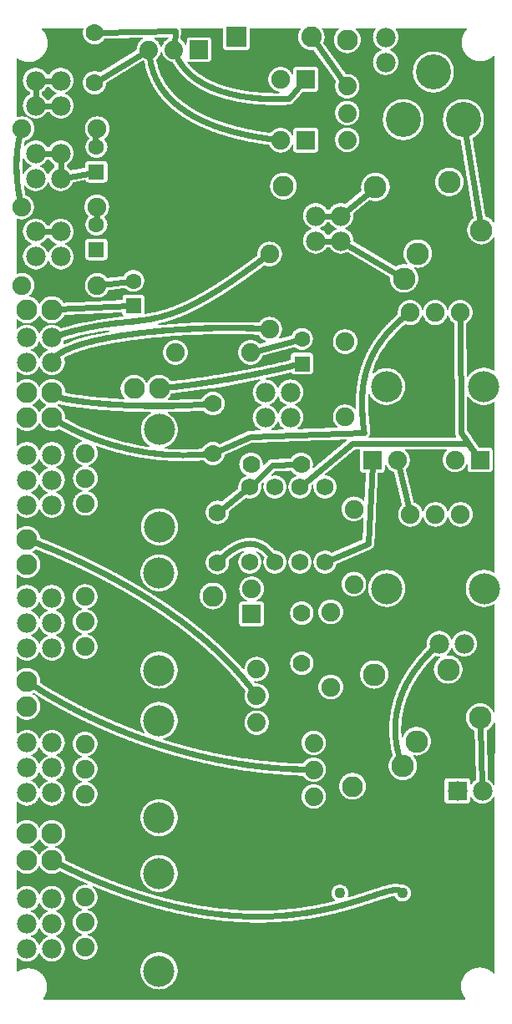
<source format=gbl>
G04 MADE WITH FRITZING*
G04 WWW.FRITZING.ORG*
G04 DOUBLE SIDED*
G04 HOLES PLATED*
G04 CONTOUR ON CENTER OF CONTOUR VECTOR*
%ASAXBY*%
%FSLAX23Y23*%
%MOIN*%
%OFA0B0*%
%SFA1.0B1.0*%
%ADD10C,0.075000*%
%ADD11C,0.043622*%
%ADD12C,0.068000*%
%ADD13C,0.078000*%
%ADD14C,0.070000*%
%ADD15C,0.074000*%
%ADD16C,0.082000*%
%ADD17C,0.140000*%
%ADD18C,0.083307*%
%ADD19C,0.062992*%
%ADD20C,0.074667*%
%ADD21C,0.074695*%
%ADD22C,0.124033*%
%ADD23C,0.090020*%
%ADD24R,0.078000X0.078000*%
%ADD25R,0.075000X0.075000*%
%ADD26R,0.082000X0.082000*%
%ADD27R,0.062992X0.062992*%
%ADD28C,0.024000*%
%ADD29C,0.000100*%
%ADD30R,0.001000X0.001000*%
%LNCOPPER0*%
G90*
G70*
G54D10*
X399Y1638D03*
X718Y2331D03*
X354Y2339D03*
X1588Y2669D03*
X1259Y2607D03*
G54D11*
X1320Y455D03*
X1570Y455D03*
G54D12*
X1261Y2075D03*
X1161Y2075D03*
X1061Y2075D03*
X961Y2075D03*
X961Y1775D03*
X1061Y1775D03*
X1161Y1775D03*
X1261Y1775D03*
G54D13*
X1789Y863D03*
X1889Y863D03*
G54D14*
X814Y2409D03*
X814Y2209D03*
X1168Y1572D03*
X1168Y1372D03*
X966Y2166D03*
X1166Y2166D03*
X832Y1774D03*
X832Y1974D03*
X341Y3689D03*
X341Y3889D03*
G54D10*
X968Y1569D03*
X968Y1669D03*
X1880Y2184D03*
X1780Y2184D03*
X1450Y2183D03*
X1550Y2183D03*
X1184Y3459D03*
X1084Y3459D03*
G54D15*
X758Y3821D03*
X658Y3821D03*
X558Y3821D03*
G54D10*
X1184Y3702D03*
X1084Y3702D03*
G54D16*
X908Y3872D03*
X1206Y3872D03*
G54D17*
X1573Y3542D03*
X1813Y3542D03*
X1693Y3732D03*
G54D13*
X1503Y3771D03*
X1503Y3771D03*
X1503Y3871D03*
X206Y3408D03*
X106Y3408D03*
X206Y3408D03*
X106Y3408D03*
X106Y3308D03*
X206Y3308D03*
G54D18*
X1095Y3276D03*
X1350Y3861D03*
X813Y1641D03*
X1371Y881D03*
X599Y2469D03*
X499Y2469D03*
X171Y2784D03*
X71Y2784D03*
G54D13*
X1123Y2454D03*
X1023Y2454D03*
X1123Y2454D03*
X1023Y2454D03*
X1023Y2354D03*
X1123Y2354D03*
X171Y2673D03*
X71Y2673D03*
X171Y2673D03*
X71Y2673D03*
X71Y2573D03*
X171Y2573D03*
G54D18*
X71Y1200D03*
X71Y1300D03*
X71Y693D03*
X171Y693D03*
X71Y585D03*
X171Y585D03*
X71Y1766D03*
X71Y1866D03*
G54D13*
X1817Y1450D03*
X1817Y1450D03*
X1717Y1450D03*
X1324Y3158D03*
X1224Y3158D03*
X1324Y3158D03*
X1224Y3158D03*
X1224Y3058D03*
X1324Y3058D03*
X206Y3095D03*
X106Y3095D03*
X206Y3095D03*
X106Y3095D03*
X106Y2995D03*
X206Y2995D03*
X206Y3697D03*
X106Y3697D03*
X206Y3697D03*
X106Y3697D03*
X106Y3597D03*
X206Y3597D03*
G54D15*
X988Y1135D03*
X988Y1242D03*
X988Y1349D03*
X1216Y840D03*
X1216Y947D03*
X1216Y1054D03*
X1350Y3461D03*
X1350Y3568D03*
X1350Y3675D03*
G54D10*
X1341Y2356D03*
X1341Y2656D03*
X1040Y2705D03*
X1040Y3005D03*
G54D19*
X1169Y2568D03*
X1169Y2667D03*
X496Y2800D03*
X496Y2898D03*
X348Y3024D03*
X348Y3122D03*
X348Y3334D03*
X348Y3432D03*
G54D13*
X171Y233D03*
X171Y333D03*
X171Y433D03*
X171Y233D03*
X171Y333D03*
X171Y433D03*
X71Y433D03*
X71Y333D03*
X71Y233D03*
G54D18*
X171Y2453D03*
X71Y2453D03*
X171Y2453D03*
X71Y2453D03*
X71Y2353D03*
X171Y2353D03*
G54D13*
X171Y855D03*
X171Y955D03*
X171Y1055D03*
X171Y855D03*
X171Y955D03*
X171Y1055D03*
X71Y1055D03*
X71Y955D03*
X71Y855D03*
X171Y1434D03*
X171Y1534D03*
X171Y1634D03*
X171Y1434D03*
X171Y1534D03*
X171Y1634D03*
X71Y1634D03*
X71Y1534D03*
X71Y1434D03*
X171Y2004D03*
X171Y2104D03*
X171Y2204D03*
X171Y2004D03*
X171Y2104D03*
X171Y2204D03*
X71Y2204D03*
X71Y2104D03*
X71Y2004D03*
G54D20*
X303Y439D03*
X303Y339D03*
G54D21*
X303Y239D03*
G54D22*
X598Y533D03*
X598Y144D03*
G54D20*
X303Y1050D03*
X303Y950D03*
G54D21*
X303Y850D03*
G54D22*
X598Y1144D03*
X598Y756D03*
G54D20*
X1801Y2772D03*
X1701Y2772D03*
G54D21*
X1601Y2772D03*
G54D22*
X1895Y2477D03*
X1506Y2477D03*
G54D20*
X1802Y1966D03*
X1702Y1966D03*
G54D21*
X1602Y1966D03*
G54D22*
X1896Y1671D03*
X1508Y1671D03*
G54D20*
X303Y1639D03*
X303Y1539D03*
G54D21*
X303Y1439D03*
G54D22*
X598Y1733D03*
X598Y1344D03*
G54D20*
X304Y2210D03*
X304Y2110D03*
G54D21*
X304Y2010D03*
G54D22*
X600Y2305D03*
X600Y1916D03*
G54D23*
X1572Y962D03*
X1627Y1061D03*
X1458Y1327D03*
X1753Y1347D03*
X1881Y1155D03*
X1576Y2908D03*
X1631Y3007D03*
X1462Y3273D03*
X1757Y3293D03*
X1885Y3101D03*
G54D10*
X964Y2613D03*
X664Y2613D03*
X352Y2880D03*
X52Y2880D03*
X350Y3193D03*
X50Y3193D03*
X352Y3506D03*
X52Y3506D03*
X1284Y1577D03*
X1284Y1277D03*
X1376Y1688D03*
X1376Y1988D03*
G54D24*
X1789Y863D03*
G54D25*
X968Y1569D03*
X1880Y2184D03*
X1450Y2183D03*
X1184Y3459D03*
X1184Y3702D03*
G54D26*
X907Y3872D03*
G54D27*
X1169Y2568D03*
X496Y2800D03*
X348Y3024D03*
X348Y3334D03*
G54D28*
X1052Y2163D02*
X973Y2086D01*
D02*
X1151Y2165D02*
X1052Y2163D01*
D02*
X1881Y1125D02*
X1888Y882D01*
D02*
X843Y1983D02*
X948Y2065D01*
D02*
X1172Y3689D02*
X1116Y3625D01*
D02*
X369Y2882D02*
X480Y2896D01*
D02*
X193Y2785D02*
X480Y2799D01*
D02*
X349Y3138D02*
X349Y3176D01*
D02*
X333Y3331D02*
X225Y3311D01*
D02*
X345Y3481D02*
X347Y3489D01*
D02*
X347Y3448D02*
X345Y3481D01*
D02*
X1439Y3254D02*
X1338Y3170D01*
D02*
X1551Y2924D02*
X1340Y3048D01*
D02*
X1243Y3158D02*
X1305Y3158D01*
D02*
X1243Y3058D02*
X1305Y3058D01*
D02*
X1822Y3492D02*
X1881Y3131D01*
D02*
X1338Y3691D02*
X1219Y3855D01*
D02*
X206Y3327D02*
X206Y3389D01*
D02*
X125Y3408D02*
X187Y3408D01*
D02*
X541Y3811D02*
X354Y3696D01*
D02*
X125Y3095D02*
X187Y3095D01*
D02*
X125Y3697D02*
X187Y3697D01*
D02*
X106Y3616D02*
X106Y3678D01*
D02*
X187Y3597D02*
X125Y3597D01*
D02*
X659Y3841D02*
X663Y3895D01*
D02*
X663Y3895D02*
X356Y3889D01*
D02*
X963Y2276D02*
X827Y2215D01*
D02*
X1416Y2292D02*
X963Y2276D01*
D02*
X1870Y2198D02*
X1805Y2292D01*
D02*
X1805Y2292D02*
X1801Y2752D01*
D02*
X1173Y2086D02*
X1372Y2250D01*
D02*
X1372Y2250D02*
X1829Y2250D01*
D02*
X1829Y2250D02*
X1869Y2198D01*
D02*
X981Y2617D02*
X1154Y2663D01*
D02*
X1276Y1782D02*
X1434Y1850D01*
D02*
X1434Y1850D02*
X1449Y2165D01*
D02*
X1597Y1986D02*
X1554Y2166D01*
G54D29*
G36*
X122Y316D02*
X122Y315D01*
X123Y315D01*
X123Y314D01*
X125Y312D01*
X128Y305D01*
X129Y303D01*
X135Y297D01*
X136Y296D01*
X142Y291D01*
X143Y290D01*
X151Y286D01*
X153Y285D01*
X153Y285D01*
X154Y284D01*
X154Y283D01*
X154Y282D01*
X154Y281D01*
X153Y281D01*
X153Y280D01*
X150Y279D01*
X143Y275D01*
X141Y274D01*
X135Y269D01*
X134Y268D01*
X129Y261D01*
X128Y260D01*
X125Y253D01*
X124Y251D01*
X123Y250D01*
X122Y250D01*
X121Y249D01*
X120Y250D01*
X120Y250D01*
X119Y250D01*
X118Y251D01*
X117Y253D01*
X113Y261D01*
X112Y262D01*
X107Y268D01*
X106Y269D01*
X100Y275D01*
X98Y275D01*
X91Y279D01*
X89Y280D01*
X89Y280D01*
X88Y281D01*
X88Y282D01*
X88Y283D01*
X88Y284D01*
X88Y285D01*
X89Y285D01*
X92Y286D01*
X99Y290D01*
X100Y291D01*
X107Y296D01*
X108Y297D01*
X113Y304D01*
X114Y305D01*
X118Y313D01*
X118Y314D01*
X119Y315D01*
X120Y315D01*
X121Y316D01*
X122Y316D01*
D02*
G37*
D02*
G36*
X122Y316D02*
X122Y315D01*
X123Y315D01*
X123Y314D01*
X125Y312D01*
X128Y305D01*
X129Y303D01*
X135Y297D01*
X136Y296D01*
X142Y291D01*
X143Y290D01*
X151Y286D01*
X153Y285D01*
X153Y285D01*
X154Y284D01*
X154Y283D01*
X154Y282D01*
X154Y281D01*
X153Y281D01*
X153Y280D01*
X150Y279D01*
X143Y275D01*
X141Y274D01*
X135Y269D01*
X134Y268D01*
X129Y261D01*
X128Y260D01*
X125Y253D01*
X124Y251D01*
X123Y250D01*
X122Y250D01*
X121Y249D01*
X120Y250D01*
X120Y250D01*
X119Y250D01*
X118Y251D01*
X117Y253D01*
X113Y261D01*
X112Y262D01*
X107Y268D01*
X106Y269D01*
X100Y275D01*
X98Y275D01*
X91Y279D01*
X89Y280D01*
X89Y280D01*
X88Y281D01*
X88Y282D01*
X88Y283D01*
X88Y284D01*
X88Y285D01*
X89Y285D01*
X92Y286D01*
X99Y290D01*
X100Y291D01*
X107Y296D01*
X108Y297D01*
X113Y304D01*
X114Y305D01*
X118Y313D01*
X118Y314D01*
X119Y315D01*
X120Y315D01*
X121Y316D01*
X122Y316D01*
D02*
G37*
D02*
G36*
X122Y416D02*
X122Y415D01*
X123Y415D01*
X123Y414D01*
X125Y412D01*
X129Y404D01*
X129Y403D01*
X135Y397D01*
X136Y396D01*
X142Y391D01*
X143Y390D01*
X151Y386D01*
X153Y385D01*
X153Y385D01*
X154Y384D01*
X154Y383D01*
X154Y382D01*
X154Y381D01*
X153Y381D01*
X153Y380D01*
X150Y379D01*
X143Y375D01*
X141Y374D01*
X135Y369D01*
X134Y368D01*
X129Y361D01*
X128Y360D01*
X125Y353D01*
X124Y351D01*
X123Y350D01*
X122Y350D01*
X121Y349D01*
X120Y350D01*
X120Y350D01*
X119Y350D01*
X118Y351D01*
X117Y353D01*
X113Y361D01*
X112Y362D01*
X107Y368D01*
X106Y369D01*
X100Y375D01*
X98Y375D01*
X91Y379D01*
X89Y380D01*
X89Y380D01*
X88Y381D01*
X88Y382D01*
X88Y383D01*
X88Y384D01*
X88Y385D01*
X89Y385D01*
X92Y386D01*
X99Y390D01*
X100Y391D01*
X107Y396D01*
X108Y397D01*
X113Y404D01*
X114Y405D01*
X118Y413D01*
X118Y414D01*
X119Y415D01*
X120Y415D01*
X121Y416D01*
X122Y416D01*
D02*
G37*
D02*
G36*
X122Y416D02*
X122Y415D01*
X123Y415D01*
X123Y414D01*
X125Y412D01*
X129Y404D01*
X129Y403D01*
X135Y397D01*
X136Y396D01*
X142Y391D01*
X143Y390D01*
X151Y386D01*
X153Y385D01*
X153Y385D01*
X154Y384D01*
X154Y383D01*
X154Y382D01*
X154Y381D01*
X153Y381D01*
X153Y380D01*
X150Y379D01*
X143Y375D01*
X141Y374D01*
X135Y369D01*
X134Y368D01*
X129Y361D01*
X128Y360D01*
X125Y353D01*
X124Y351D01*
X123Y350D01*
X122Y350D01*
X121Y349D01*
X120Y350D01*
X120Y350D01*
X119Y350D01*
X118Y351D01*
X117Y353D01*
X113Y361D01*
X112Y362D01*
X107Y368D01*
X106Y369D01*
X100Y375D01*
X98Y375D01*
X91Y379D01*
X89Y380D01*
X89Y380D01*
X88Y381D01*
X88Y382D01*
X88Y383D01*
X88Y384D01*
X88Y385D01*
X89Y385D01*
X92Y386D01*
X99Y390D01*
X100Y391D01*
X107Y396D01*
X108Y397D01*
X113Y404D01*
X114Y405D01*
X118Y413D01*
X118Y414D01*
X119Y415D01*
X120Y415D01*
X121Y416D01*
X122Y416D01*
D02*
G37*
D02*
G36*
X122Y670D02*
X123Y670D01*
X123Y669D01*
X124Y669D01*
X126Y663D01*
X127Y662D01*
X133Y655D01*
X134Y654D01*
X141Y649D01*
X142Y648D01*
X150Y644D01*
X155Y642D01*
X156Y641D01*
X157Y641D01*
X157Y640D01*
X157Y639D01*
X157Y639D01*
X157Y638D01*
X156Y637D01*
X156Y637D01*
X155Y636D01*
X150Y635D01*
X149Y634D01*
X141Y630D01*
X140Y629D01*
X133Y624D01*
X132Y622D01*
X127Y616D01*
X126Y615D01*
X123Y610D01*
X123Y609D01*
X122Y609D01*
X122Y608D01*
X121Y608D01*
X120Y608D01*
X120Y609D01*
X119Y609D01*
X118Y610D01*
X115Y615D01*
X115Y616D01*
X109Y623D01*
X108Y624D01*
X101Y630D01*
X100Y630D01*
X92Y635D01*
X91Y635D01*
X86Y637D01*
X85Y637D01*
X85Y638D01*
X85Y639D01*
X85Y640D01*
X85Y641D01*
X86Y641D01*
X86Y642D01*
X91Y643D01*
X93Y644D01*
X101Y648D01*
X102Y649D01*
X109Y655D01*
X110Y656D01*
X115Y663D01*
X119Y669D01*
X119Y670D01*
X120Y670D01*
X120Y670D01*
X122Y670D01*
D02*
G37*
D02*
G36*
X122Y670D02*
X123Y670D01*
X123Y669D01*
X124Y669D01*
X126Y663D01*
X127Y662D01*
X133Y655D01*
X134Y654D01*
X141Y649D01*
X142Y648D01*
X150Y644D01*
X155Y642D01*
X156Y641D01*
X157Y641D01*
X157Y640D01*
X157Y639D01*
X157Y639D01*
X157Y638D01*
X156Y637D01*
X156Y637D01*
X155Y636D01*
X150Y635D01*
X149Y634D01*
X141Y630D01*
X140Y629D01*
X133Y624D01*
X132Y622D01*
X127Y616D01*
X126Y615D01*
X123Y610D01*
X123Y609D01*
X122Y609D01*
X122Y608D01*
X121Y608D01*
X120Y608D01*
X120Y609D01*
X119Y609D01*
X118Y610D01*
X115Y615D01*
X115Y616D01*
X109Y623D01*
X108Y624D01*
X101Y630D01*
X100Y630D01*
X92Y635D01*
X91Y635D01*
X86Y637D01*
X85Y637D01*
X85Y638D01*
X85Y639D01*
X85Y640D01*
X85Y641D01*
X86Y641D01*
X86Y642D01*
X91Y643D01*
X93Y644D01*
X101Y648D01*
X102Y649D01*
X109Y655D01*
X110Y656D01*
X115Y663D01*
X119Y669D01*
X119Y670D01*
X120Y670D01*
X120Y670D01*
X122Y670D01*
D02*
G37*
D02*
G36*
X122Y938D02*
X122Y938D01*
X123Y937D01*
X123Y937D01*
X125Y934D01*
X129Y926D01*
X129Y925D01*
X135Y919D01*
X135Y918D01*
X142Y913D01*
X143Y912D01*
X151Y908D01*
X153Y907D01*
X153Y907D01*
X154Y906D01*
X154Y905D01*
X154Y904D01*
X154Y904D01*
X153Y903D01*
X153Y902D01*
X150Y901D01*
X143Y897D01*
X142Y896D01*
X135Y891D01*
X134Y890D01*
X129Y883D01*
X128Y882D01*
X124Y875D01*
X124Y873D01*
X123Y873D01*
X122Y872D01*
X121Y872D01*
X120Y872D01*
X120Y872D01*
X119Y872D01*
X118Y873D01*
X118Y874D01*
X118Y874D01*
X113Y883D01*
X112Y884D01*
X107Y891D01*
X106Y892D01*
X100Y897D01*
X99Y897D01*
X91Y902D01*
X89Y902D01*
X89Y903D01*
X88Y903D01*
X88Y905D01*
X88Y906D01*
X88Y906D01*
X89Y907D01*
X89Y907D01*
X92Y908D01*
X99Y913D01*
X100Y913D01*
X107Y918D01*
X108Y920D01*
X113Y926D01*
X114Y927D01*
X118Y935D01*
X118Y937D01*
X119Y938D01*
X120Y938D01*
X121Y938D01*
X122Y938D01*
D02*
G37*
D02*
G36*
X122Y938D02*
X122Y938D01*
X123Y937D01*
X123Y937D01*
X125Y934D01*
X129Y926D01*
X129Y925D01*
X135Y919D01*
X135Y918D01*
X142Y913D01*
X143Y912D01*
X151Y908D01*
X153Y907D01*
X153Y907D01*
X154Y906D01*
X154Y905D01*
X154Y904D01*
X154Y904D01*
X153Y903D01*
X153Y902D01*
X150Y901D01*
X143Y897D01*
X142Y896D01*
X135Y891D01*
X134Y890D01*
X129Y883D01*
X128Y882D01*
X124Y875D01*
X124Y873D01*
X123Y873D01*
X122Y872D01*
X121Y872D01*
X120Y872D01*
X120Y872D01*
X119Y872D01*
X118Y873D01*
X118Y874D01*
X118Y874D01*
X113Y883D01*
X112Y884D01*
X107Y891D01*
X106Y892D01*
X100Y897D01*
X99Y897D01*
X91Y902D01*
X89Y902D01*
X89Y903D01*
X88Y903D01*
X88Y905D01*
X88Y906D01*
X88Y906D01*
X89Y907D01*
X89Y907D01*
X92Y908D01*
X99Y913D01*
X100Y913D01*
X107Y918D01*
X108Y920D01*
X113Y926D01*
X114Y927D01*
X118Y935D01*
X118Y937D01*
X119Y938D01*
X120Y938D01*
X121Y938D01*
X122Y938D01*
D02*
G37*
D02*
G36*
X1936Y1135D02*
X1937Y1134D01*
X1938Y1134D01*
X1938Y1133D01*
X1938Y1133D01*
X1939Y1132D01*
X1938Y889D01*
X1938Y888D01*
X1938Y887D01*
X1937Y887D01*
X1936Y887D01*
X1935Y886D01*
X1934Y887D01*
X1934Y887D01*
X1933Y888D01*
X1931Y891D01*
X1930Y892D01*
X1925Y898D01*
X1924Y900D01*
X1918Y905D01*
X1917Y905D01*
X1913Y907D01*
X1912Y908D01*
X1912Y909D01*
X1912Y910D01*
X1906Y1103D01*
X1906Y1104D01*
X1907Y1105D01*
X1907Y1105D01*
X1908Y1106D01*
X1912Y1108D01*
X1914Y1109D01*
X1921Y1115D01*
X1922Y1116D01*
X1928Y1123D01*
X1933Y1133D01*
X1934Y1134D01*
X1935Y1135D01*
X1936Y1135D01*
X1936Y1135D01*
D02*
G37*
D02*
G36*
X1936Y1135D02*
X1937Y1134D01*
X1938Y1134D01*
X1938Y1133D01*
X1938Y1133D01*
X1939Y1132D01*
X1938Y889D01*
X1938Y888D01*
X1938Y887D01*
X1937Y887D01*
X1936Y887D01*
X1935Y886D01*
X1934Y887D01*
X1934Y887D01*
X1933Y888D01*
X1931Y891D01*
X1930Y892D01*
X1925Y898D01*
X1924Y900D01*
X1918Y905D01*
X1917Y905D01*
X1913Y907D01*
X1912Y908D01*
X1912Y909D01*
X1912Y910D01*
X1906Y1103D01*
X1906Y1104D01*
X1907Y1105D01*
X1907Y1105D01*
X1908Y1106D01*
X1912Y1108D01*
X1914Y1109D01*
X1921Y1115D01*
X1922Y1116D01*
X1928Y1123D01*
X1933Y1133D01*
X1934Y1134D01*
X1935Y1135D01*
X1936Y1135D01*
X1936Y1135D01*
D02*
G37*
D02*
G36*
X122Y1038D02*
X122Y1038D01*
X123Y1037D01*
X123Y1037D01*
X125Y1034D01*
X129Y1026D01*
X129Y1025D01*
X135Y1019D01*
X135Y1018D01*
X142Y1013D01*
X143Y1012D01*
X151Y1008D01*
X153Y1007D01*
X153Y1007D01*
X154Y1006D01*
X154Y1005D01*
X154Y1004D01*
X154Y1004D01*
X153Y1003D01*
X153Y1002D01*
X150Y1001D01*
X143Y997D01*
X142Y996D01*
X135Y991D01*
X134Y990D01*
X129Y983D01*
X128Y982D01*
X124Y975D01*
X124Y973D01*
X123Y973D01*
X122Y972D01*
X121Y972D01*
X120Y972D01*
X120Y972D01*
X119Y972D01*
X118Y973D01*
X118Y974D01*
X118Y974D01*
X113Y983D01*
X112Y984D01*
X107Y991D01*
X106Y992D01*
X100Y997D01*
X99Y997D01*
X91Y1002D01*
X89Y1002D01*
X89Y1003D01*
X88Y1003D01*
X88Y1005D01*
X88Y1006D01*
X88Y1006D01*
X89Y1007D01*
X89Y1007D01*
X92Y1008D01*
X99Y1013D01*
X100Y1013D01*
X107Y1018D01*
X108Y1020D01*
X113Y1026D01*
X114Y1027D01*
X118Y1035D01*
X118Y1036D01*
X119Y1037D01*
X120Y1038D01*
X121Y1038D01*
X122Y1038D01*
D02*
G37*
D02*
G36*
X122Y1038D02*
X122Y1038D01*
X123Y1037D01*
X123Y1037D01*
X125Y1034D01*
X129Y1026D01*
X129Y1025D01*
X135Y1019D01*
X135Y1018D01*
X142Y1013D01*
X143Y1012D01*
X151Y1008D01*
X153Y1007D01*
X153Y1007D01*
X154Y1006D01*
X154Y1005D01*
X154Y1004D01*
X154Y1004D01*
X153Y1003D01*
X153Y1002D01*
X150Y1001D01*
X143Y997D01*
X142Y996D01*
X135Y991D01*
X134Y990D01*
X129Y983D01*
X128Y982D01*
X124Y975D01*
X124Y973D01*
X123Y973D01*
X122Y972D01*
X121Y972D01*
X120Y972D01*
X120Y972D01*
X119Y972D01*
X118Y973D01*
X118Y974D01*
X118Y974D01*
X113Y983D01*
X112Y984D01*
X107Y991D01*
X106Y992D01*
X100Y997D01*
X99Y997D01*
X91Y1002D01*
X89Y1002D01*
X89Y1003D01*
X88Y1003D01*
X88Y1005D01*
X88Y1006D01*
X88Y1006D01*
X89Y1007D01*
X89Y1007D01*
X92Y1008D01*
X99Y1013D01*
X100Y1013D01*
X107Y1018D01*
X108Y1020D01*
X113Y1026D01*
X114Y1027D01*
X118Y1035D01*
X118Y1036D01*
X119Y1037D01*
X120Y1038D01*
X121Y1038D01*
X122Y1038D01*
D02*
G37*
D02*
G36*
X602Y1176D02*
X605Y1175D01*
X611Y1174D01*
X611Y1174D01*
X616Y1170D01*
X621Y1166D01*
X625Y1162D01*
X628Y1157D01*
X630Y1150D01*
X630Y1148D01*
X631Y1144D01*
X630Y1140D01*
X630Y1138D01*
X628Y1132D01*
X628Y1131D01*
X625Y1126D01*
X621Y1121D01*
X616Y1117D01*
X611Y1114D01*
X611Y1114D01*
X605Y1112D01*
X602Y1112D01*
X598Y1112D01*
X594Y1112D01*
X592Y1112D01*
X586Y1114D01*
X586Y1114D01*
X580Y1117D01*
X576Y1121D01*
X572Y1126D01*
X569Y1131D01*
X569Y1132D01*
X567Y1138D01*
X566Y1140D01*
X566Y1144D01*
X566Y1148D01*
X567Y1151D01*
X569Y1157D01*
X571Y1162D01*
X576Y1167D01*
X580Y1170D01*
X586Y1174D01*
X586Y1174D01*
X592Y1176D01*
X595Y1176D01*
X598Y1176D01*
X602Y1176D01*
D02*
G37*
D02*
G36*
X602Y1176D02*
X605Y1175D01*
X611Y1174D01*
X611Y1174D01*
X616Y1170D01*
X621Y1166D01*
X625Y1162D01*
X628Y1157D01*
X630Y1150D01*
X630Y1148D01*
X631Y1144D01*
X630Y1140D01*
X630Y1138D01*
X628Y1132D01*
X628Y1131D01*
X625Y1126D01*
X621Y1121D01*
X616Y1117D01*
X611Y1114D01*
X611Y1114D01*
X605Y1112D01*
X602Y1112D01*
X598Y1112D01*
X594Y1112D01*
X592Y1112D01*
X586Y1114D01*
X586Y1114D01*
X580Y1117D01*
X576Y1121D01*
X572Y1126D01*
X569Y1131D01*
X569Y1132D01*
X567Y1138D01*
X566Y1140D01*
X566Y1144D01*
X566Y1148D01*
X567Y1151D01*
X569Y1157D01*
X571Y1162D01*
X576Y1167D01*
X580Y1170D01*
X586Y1174D01*
X586Y1174D01*
X592Y1176D01*
X595Y1176D01*
X598Y1176D01*
X602Y1176D01*
D02*
G37*
D02*
G36*
X122Y1517D02*
X122Y1517D01*
X123Y1516D01*
X123Y1516D01*
X125Y1513D01*
X128Y1506D01*
X129Y1505D01*
X135Y1498D01*
X136Y1497D01*
X142Y1492D01*
X143Y1491D01*
X151Y1487D01*
X153Y1487D01*
X153Y1486D01*
X154Y1485D01*
X154Y1484D01*
X154Y1483D01*
X154Y1483D01*
X153Y1482D01*
X153Y1481D01*
X150Y1480D01*
X143Y1476D01*
X141Y1475D01*
X135Y1470D01*
X134Y1469D01*
X129Y1463D01*
X128Y1462D01*
X125Y1455D01*
X124Y1452D01*
X123Y1452D01*
X122Y1451D01*
X121Y1451D01*
X120Y1451D01*
X120Y1451D01*
X119Y1452D01*
X118Y1452D01*
X117Y1455D01*
X113Y1462D01*
X112Y1463D01*
X107Y1470D01*
X106Y1471D01*
X100Y1476D01*
X98Y1477D01*
X91Y1481D01*
X89Y1481D01*
X89Y1482D01*
X88Y1483D01*
X88Y1484D01*
X88Y1485D01*
X88Y1485D01*
X88Y1486D01*
X89Y1487D01*
X92Y1488D01*
X99Y1492D01*
X100Y1493D01*
X107Y1498D01*
X108Y1499D01*
X113Y1505D01*
X114Y1506D01*
X118Y1514D01*
X118Y1516D01*
X119Y1516D01*
X120Y1517D01*
X121Y1517D01*
X122Y1517D01*
D02*
G37*
D02*
G36*
X122Y1517D02*
X122Y1517D01*
X123Y1516D01*
X123Y1516D01*
X125Y1513D01*
X128Y1506D01*
X129Y1505D01*
X135Y1498D01*
X136Y1497D01*
X142Y1492D01*
X143Y1491D01*
X151Y1487D01*
X153Y1487D01*
X153Y1486D01*
X154Y1485D01*
X154Y1484D01*
X154Y1483D01*
X154Y1483D01*
X153Y1482D01*
X153Y1481D01*
X150Y1480D01*
X143Y1476D01*
X141Y1475D01*
X135Y1470D01*
X134Y1469D01*
X129Y1463D01*
X128Y1462D01*
X125Y1455D01*
X124Y1452D01*
X123Y1452D01*
X122Y1451D01*
X121Y1451D01*
X120Y1451D01*
X120Y1451D01*
X119Y1452D01*
X118Y1452D01*
X117Y1455D01*
X113Y1462D01*
X112Y1463D01*
X107Y1470D01*
X106Y1471D01*
X100Y1476D01*
X98Y1477D01*
X91Y1481D01*
X89Y1481D01*
X89Y1482D01*
X88Y1483D01*
X88Y1484D01*
X88Y1485D01*
X88Y1485D01*
X88Y1486D01*
X89Y1487D01*
X92Y1488D01*
X99Y1492D01*
X100Y1493D01*
X107Y1498D01*
X108Y1499D01*
X113Y1505D01*
X114Y1506D01*
X118Y1514D01*
X118Y1516D01*
X119Y1516D01*
X120Y1517D01*
X121Y1517D01*
X122Y1517D01*
D02*
G37*
D02*
G36*
X122Y1617D02*
X122Y1617D01*
X123Y1616D01*
X123Y1616D01*
X125Y1613D01*
X129Y1606D01*
X129Y1605D01*
X135Y1598D01*
X136Y1597D01*
X142Y1592D01*
X143Y1591D01*
X151Y1587D01*
X153Y1587D01*
X153Y1586D01*
X154Y1585D01*
X154Y1584D01*
X154Y1583D01*
X154Y1583D01*
X153Y1582D01*
X153Y1581D01*
X150Y1580D01*
X143Y1576D01*
X141Y1575D01*
X135Y1570D01*
X134Y1569D01*
X129Y1563D01*
X128Y1562D01*
X125Y1555D01*
X124Y1552D01*
X123Y1552D01*
X122Y1551D01*
X121Y1551D01*
X120Y1551D01*
X120Y1551D01*
X119Y1552D01*
X118Y1552D01*
X117Y1555D01*
X113Y1562D01*
X112Y1563D01*
X107Y1570D01*
X106Y1571D01*
X100Y1576D01*
X98Y1577D01*
X91Y1581D01*
X89Y1581D01*
X89Y1582D01*
X88Y1583D01*
X88Y1584D01*
X88Y1585D01*
X88Y1585D01*
X88Y1586D01*
X89Y1587D01*
X92Y1588D01*
X99Y1592D01*
X100Y1593D01*
X107Y1598D01*
X108Y1599D01*
X113Y1605D01*
X114Y1606D01*
X117Y1613D01*
X118Y1616D01*
X119Y1616D01*
X120Y1617D01*
X121Y1617D01*
X122Y1617D01*
D02*
G37*
D02*
G36*
X122Y1617D02*
X122Y1617D01*
X123Y1616D01*
X123Y1616D01*
X125Y1613D01*
X129Y1606D01*
X129Y1605D01*
X135Y1598D01*
X136Y1597D01*
X142Y1592D01*
X143Y1591D01*
X151Y1587D01*
X153Y1587D01*
X153Y1586D01*
X154Y1585D01*
X154Y1584D01*
X154Y1583D01*
X154Y1583D01*
X153Y1582D01*
X153Y1581D01*
X150Y1580D01*
X143Y1576D01*
X141Y1575D01*
X135Y1570D01*
X134Y1569D01*
X129Y1563D01*
X128Y1562D01*
X125Y1555D01*
X124Y1552D01*
X123Y1552D01*
X122Y1551D01*
X121Y1551D01*
X120Y1551D01*
X120Y1551D01*
X119Y1552D01*
X118Y1552D01*
X117Y1555D01*
X113Y1562D01*
X112Y1563D01*
X107Y1570D01*
X106Y1571D01*
X100Y1576D01*
X98Y1577D01*
X91Y1581D01*
X89Y1581D01*
X89Y1582D01*
X88Y1583D01*
X88Y1584D01*
X88Y1585D01*
X88Y1585D01*
X88Y1586D01*
X89Y1587D01*
X92Y1588D01*
X99Y1592D01*
X100Y1593D01*
X107Y1598D01*
X108Y1599D01*
X113Y1605D01*
X114Y1606D01*
X117Y1613D01*
X118Y1616D01*
X119Y1616D01*
X120Y1617D01*
X121Y1617D01*
X122Y1617D01*
D02*
G37*
D02*
G36*
X1900Y1703D02*
X1903Y1703D01*
X1908Y1701D01*
X1909Y1701D01*
X1914Y1698D01*
X1919Y1694D01*
X1923Y1689D01*
X1926Y1684D01*
X1926Y1683D01*
X1928Y1677D01*
X1928Y1675D01*
X1928Y1671D01*
X1928Y1667D01*
X1928Y1664D01*
X1926Y1659D01*
X1926Y1658D01*
X1923Y1654D01*
X1923Y1653D01*
X1919Y1648D01*
X1914Y1644D01*
X1909Y1641D01*
X1908Y1641D01*
X1902Y1639D01*
X1900Y1639D01*
X1896Y1639D01*
X1892Y1639D01*
X1889Y1639D01*
X1884Y1641D01*
X1883Y1641D01*
X1879Y1644D01*
X1873Y1649D01*
X1869Y1653D01*
X1869Y1654D01*
X1866Y1658D01*
X1866Y1659D01*
X1864Y1665D01*
X1864Y1667D01*
X1864Y1671D01*
X1864Y1675D01*
X1864Y1678D01*
X1866Y1683D01*
X1866Y1684D01*
X1869Y1689D01*
X1873Y1694D01*
X1879Y1698D01*
X1883Y1701D01*
X1884Y1701D01*
X1890Y1703D01*
X1892Y1703D01*
X1896Y1703D01*
X1900Y1703D01*
D02*
G37*
D02*
G36*
X1900Y1703D02*
X1903Y1703D01*
X1908Y1701D01*
X1909Y1701D01*
X1914Y1698D01*
X1919Y1694D01*
X1923Y1689D01*
X1926Y1684D01*
X1926Y1683D01*
X1928Y1677D01*
X1928Y1675D01*
X1928Y1671D01*
X1928Y1667D01*
X1928Y1664D01*
X1926Y1659D01*
X1926Y1658D01*
X1923Y1654D01*
X1923Y1653D01*
X1919Y1648D01*
X1914Y1644D01*
X1909Y1641D01*
X1908Y1641D01*
X1902Y1639D01*
X1900Y1639D01*
X1896Y1639D01*
X1892Y1639D01*
X1889Y1639D01*
X1884Y1641D01*
X1883Y1641D01*
X1879Y1644D01*
X1873Y1649D01*
X1869Y1653D01*
X1869Y1654D01*
X1866Y1658D01*
X1866Y1659D01*
X1864Y1665D01*
X1864Y1667D01*
X1864Y1671D01*
X1864Y1675D01*
X1864Y1678D01*
X1866Y1683D01*
X1866Y1684D01*
X1869Y1689D01*
X1873Y1694D01*
X1879Y1698D01*
X1883Y1701D01*
X1884Y1701D01*
X1890Y1703D01*
X1892Y1703D01*
X1896Y1703D01*
X1900Y1703D01*
D02*
G37*
D02*
G36*
X122Y2087D02*
X122Y2087D01*
X123Y2087D01*
X123Y2086D01*
X125Y2084D01*
X129Y2076D01*
X129Y2075D01*
X135Y2069D01*
X136Y2067D01*
X142Y2062D01*
X143Y2062D01*
X151Y2058D01*
X153Y2057D01*
X153Y2056D01*
X154Y2056D01*
X154Y2054D01*
X154Y2054D01*
X154Y2053D01*
X153Y2052D01*
X153Y2052D01*
X150Y2051D01*
X143Y2047D01*
X141Y2046D01*
X135Y2041D01*
X134Y2039D01*
X129Y2033D01*
X128Y2032D01*
X125Y2025D01*
X124Y2023D01*
X123Y2022D01*
X122Y2022D01*
X121Y2021D01*
X120Y2021D01*
X120Y2021D01*
X119Y2022D01*
X118Y2023D01*
X117Y2025D01*
X114Y2032D01*
X112Y2034D01*
X107Y2040D01*
X106Y2041D01*
X100Y2046D01*
X98Y2047D01*
X91Y2051D01*
X89Y2052D01*
X89Y2052D01*
X88Y2053D01*
X88Y2054D01*
X88Y2055D01*
X88Y2056D01*
X88Y2056D01*
X89Y2057D01*
X92Y2058D01*
X99Y2062D01*
X100Y2063D01*
X107Y2068D01*
X108Y2069D01*
X113Y2076D01*
X114Y2077D01*
X118Y2084D01*
X118Y2086D01*
X119Y2087D01*
X120Y2087D01*
X121Y2087D01*
X122Y2087D01*
D02*
G37*
D02*
G36*
X122Y2087D02*
X122Y2087D01*
X123Y2087D01*
X123Y2086D01*
X125Y2084D01*
X129Y2076D01*
X129Y2075D01*
X135Y2069D01*
X136Y2067D01*
X142Y2062D01*
X143Y2062D01*
X151Y2058D01*
X153Y2057D01*
X153Y2056D01*
X154Y2056D01*
X154Y2054D01*
X154Y2054D01*
X154Y2053D01*
X153Y2052D01*
X153Y2052D01*
X150Y2051D01*
X143Y2047D01*
X141Y2046D01*
X135Y2041D01*
X134Y2039D01*
X129Y2033D01*
X128Y2032D01*
X125Y2025D01*
X124Y2023D01*
X123Y2022D01*
X122Y2022D01*
X121Y2021D01*
X120Y2021D01*
X120Y2021D01*
X119Y2022D01*
X118Y2023D01*
X117Y2025D01*
X114Y2032D01*
X112Y2034D01*
X107Y2040D01*
X106Y2041D01*
X100Y2046D01*
X98Y2047D01*
X91Y2051D01*
X89Y2052D01*
X89Y2052D01*
X88Y2053D01*
X88Y2054D01*
X88Y2055D01*
X88Y2056D01*
X88Y2056D01*
X89Y2057D01*
X92Y2058D01*
X99Y2062D01*
X100Y2063D01*
X107Y2068D01*
X108Y2069D01*
X113Y2076D01*
X114Y2077D01*
X118Y2084D01*
X118Y2086D01*
X119Y2087D01*
X120Y2087D01*
X121Y2087D01*
X122Y2087D01*
D02*
G37*
D02*
G36*
X122Y2187D02*
X122Y2187D01*
X123Y2187D01*
X123Y2186D01*
X125Y2184D01*
X129Y2176D01*
X129Y2175D01*
X135Y2169D01*
X136Y2167D01*
X142Y2162D01*
X143Y2162D01*
X151Y2158D01*
X153Y2157D01*
X153Y2156D01*
X154Y2156D01*
X154Y2154D01*
X154Y2154D01*
X154Y2153D01*
X153Y2152D01*
X153Y2152D01*
X150Y2151D01*
X143Y2147D01*
X141Y2146D01*
X135Y2141D01*
X134Y2139D01*
X129Y2133D01*
X128Y2132D01*
X125Y2125D01*
X124Y2123D01*
X123Y2122D01*
X122Y2122D01*
X121Y2121D01*
X120Y2121D01*
X120Y2121D01*
X119Y2122D01*
X118Y2123D01*
X117Y2125D01*
X113Y2133D01*
X112Y2134D01*
X107Y2140D01*
X106Y2141D01*
X100Y2146D01*
X98Y2147D01*
X91Y2151D01*
X89Y2152D01*
X89Y2152D01*
X88Y2153D01*
X88Y2154D01*
X88Y2155D01*
X88Y2156D01*
X88Y2156D01*
X89Y2157D01*
X92Y2158D01*
X99Y2162D01*
X100Y2163D01*
X107Y2168D01*
X108Y2169D01*
X113Y2176D01*
X114Y2177D01*
X118Y2184D01*
X118Y2186D01*
X119Y2187D01*
X120Y2187D01*
X121Y2187D01*
X122Y2187D01*
D02*
G37*
D02*
G36*
X122Y2187D02*
X122Y2187D01*
X123Y2187D01*
X123Y2186D01*
X125Y2184D01*
X129Y2176D01*
X129Y2175D01*
X135Y2169D01*
X136Y2167D01*
X142Y2162D01*
X143Y2162D01*
X151Y2158D01*
X153Y2157D01*
X153Y2156D01*
X154Y2156D01*
X154Y2154D01*
X154Y2154D01*
X154Y2153D01*
X153Y2152D01*
X153Y2152D01*
X150Y2151D01*
X143Y2147D01*
X141Y2146D01*
X135Y2141D01*
X134Y2139D01*
X129Y2133D01*
X128Y2132D01*
X125Y2125D01*
X124Y2123D01*
X123Y2122D01*
X122Y2122D01*
X121Y2121D01*
X120Y2121D01*
X120Y2121D01*
X119Y2122D01*
X118Y2123D01*
X117Y2125D01*
X113Y2133D01*
X112Y2134D01*
X107Y2140D01*
X106Y2141D01*
X100Y2146D01*
X98Y2147D01*
X91Y2151D01*
X89Y2152D01*
X89Y2152D01*
X88Y2153D01*
X88Y2154D01*
X88Y2155D01*
X88Y2156D01*
X88Y2156D01*
X89Y2157D01*
X92Y2158D01*
X99Y2162D01*
X100Y2163D01*
X107Y2168D01*
X108Y2169D01*
X113Y2176D01*
X114Y2177D01*
X118Y2184D01*
X118Y2186D01*
X119Y2187D01*
X120Y2187D01*
X121Y2187D01*
X122Y2187D01*
D02*
G37*
D02*
G36*
X1001Y2505D02*
X1002Y2504D01*
X1002Y2504D01*
X1003Y2503D01*
X1003Y2502D01*
X1003Y2501D01*
X1002Y2501D01*
X1002Y2500D01*
X1001Y2499D01*
X995Y2496D01*
X994Y2495D01*
X988Y2490D01*
X986Y2489D01*
X981Y2482D01*
X981Y2481D01*
X977Y2475D01*
X976Y2472D01*
X973Y2464D01*
X973Y2458D01*
X972Y2454D01*
X972Y2453D01*
X973Y2448D01*
X974Y2443D01*
X976Y2435D01*
X977Y2433D01*
X981Y2425D01*
X982Y2424D01*
X987Y2418D01*
X988Y2417D01*
X995Y2412D01*
X996Y2411D01*
X1003Y2407D01*
X1005Y2406D01*
X1006Y2406D01*
X1006Y2405D01*
X1007Y2404D01*
X1006Y2403D01*
X1006Y2403D01*
X1006Y2402D01*
X1005Y2401D01*
X1003Y2400D01*
X995Y2396D01*
X994Y2395D01*
X988Y2390D01*
X986Y2389D01*
X981Y2382D01*
X981Y2381D01*
X977Y2374D01*
X976Y2373D01*
X973Y2363D01*
X973Y2358D01*
X972Y2354D01*
X972Y2353D01*
X973Y2348D01*
X974Y2343D01*
X977Y2334D01*
X977Y2333D01*
X981Y2325D01*
X982Y2324D01*
X987Y2318D01*
X988Y2317D01*
X995Y2312D01*
X996Y2311D01*
X1003Y2307D01*
X1004Y2306D01*
X1005Y2305D01*
X1005Y2304D01*
X1005Y2304D01*
X1004Y2303D01*
X1004Y2302D01*
X1003Y2302D01*
X1002Y2302D01*
X1002Y2302D01*
X962Y2300D01*
X959Y2300D01*
X957Y2300D01*
X955Y2299D01*
X842Y2248D01*
X841Y2248D01*
X840Y2248D01*
X832Y2252D01*
X831Y2253D01*
X823Y2255D01*
X822Y2255D01*
X814Y2256D01*
X812Y2256D01*
X804Y2255D01*
X803Y2255D01*
X796Y2253D01*
X794Y2252D01*
X788Y2248D01*
X786Y2247D01*
X781Y2243D01*
X780Y2242D01*
X775Y2236D01*
X772Y2231D01*
X771Y2230D01*
X771Y2229D01*
X770Y2229D01*
X743Y2228D01*
X709Y2227D01*
X677Y2227D01*
X645Y2228D01*
X625Y2229D01*
X623Y2230D01*
X623Y2230D01*
X622Y2231D01*
X622Y2232D01*
X622Y2233D01*
X623Y2234D01*
X623Y2234D01*
X624Y2235D01*
X628Y2236D01*
X634Y2239D01*
X635Y2240D01*
X641Y2243D01*
X647Y2248D01*
X652Y2252D01*
X652Y2253D01*
X656Y2257D01*
X661Y2264D01*
X664Y2269D01*
X667Y2275D01*
X670Y2283D01*
X672Y2289D01*
X672Y2291D01*
X673Y2297D01*
X674Y2305D01*
X673Y2313D01*
X672Y2319D01*
X670Y2326D01*
X668Y2333D01*
X665Y2339D01*
X664Y2340D01*
X661Y2346D01*
X656Y2352D01*
X652Y2356D01*
X652Y2357D01*
X647Y2361D01*
X641Y2366D01*
X635Y2369D01*
X634Y2370D01*
X633Y2371D01*
X633Y2372D01*
X633Y2372D01*
X633Y2373D01*
X634Y2374D01*
X634Y2374D01*
X634Y2375D01*
X635Y2375D01*
X636Y2375D01*
X655Y2375D01*
X711Y2377D01*
X738Y2379D01*
X765Y2381D01*
X775Y2381D01*
X776Y2381D01*
X776Y2381D01*
X777Y2380D01*
X780Y2376D01*
X781Y2375D01*
X787Y2371D01*
X789Y2370D01*
X795Y2366D01*
X796Y2366D01*
X804Y2363D01*
X805Y2363D01*
X813Y2362D01*
X815Y2362D01*
X823Y2363D01*
X824Y2364D01*
X832Y2366D01*
X833Y2367D01*
X840Y2370D01*
X841Y2371D01*
X847Y2376D01*
X848Y2377D01*
X852Y2383D01*
X857Y2391D01*
X857Y2392D01*
X860Y2400D01*
X860Y2401D01*
X861Y2409D01*
X861Y2411D01*
X860Y2418D01*
X859Y2420D01*
X857Y2427D01*
X852Y2436D01*
X847Y2442D01*
X846Y2443D01*
X840Y2448D01*
X839Y2449D01*
X832Y2452D01*
X831Y2453D01*
X823Y2455D01*
X822Y2455D01*
X814Y2456D01*
X812Y2456D01*
X804Y2455D01*
X803Y2455D01*
X796Y2453D01*
X794Y2452D01*
X788Y2448D01*
X786Y2447D01*
X781Y2443D01*
X780Y2442D01*
X775Y2436D01*
X772Y2430D01*
X771Y2430D01*
X771Y2429D01*
X770Y2429D01*
X761Y2428D01*
X734Y2427D01*
X708Y2425D01*
X653Y2423D01*
X635Y2423D01*
X634Y2423D01*
X634Y2424D01*
X633Y2424D01*
X633Y2425D01*
X633Y2426D01*
X633Y2427D01*
X633Y2428D01*
X634Y2429D01*
X636Y2431D01*
X637Y2432D01*
X643Y2439D01*
X648Y2449D01*
X649Y2449D01*
X650Y2450D01*
X650Y2450D01*
X700Y2456D01*
X771Y2465D01*
X812Y2471D01*
X856Y2478D01*
X904Y2487D01*
X954Y2496D01*
X1000Y2505D01*
X1000Y2505D01*
X1001Y2505D01*
D02*
G37*
D02*
G36*
X201Y2407D02*
X216Y2404D01*
X248Y2398D01*
X287Y2393D01*
X331Y2388D01*
X379Y2383D01*
X431Y2380D01*
X485Y2377D01*
X541Y2375D01*
X564Y2375D01*
X564Y2375D01*
X565Y2374D01*
X566Y2374D01*
X566Y2373D01*
X566Y2372D01*
X566Y2371D01*
X565Y2370D01*
X565Y2370D01*
X559Y2366D01*
X552Y2361D01*
X548Y2357D01*
X547Y2356D01*
X543Y2352D01*
X542Y2351D01*
X538Y2346D01*
X535Y2340D01*
X531Y2333D01*
X529Y2327D01*
X527Y2320D01*
X527Y2319D01*
X526Y2313D01*
X526Y2305D01*
X526Y2304D01*
X526Y2296D01*
X527Y2290D01*
X527Y2289D01*
X529Y2282D01*
X532Y2275D01*
X535Y2269D01*
X538Y2264D01*
X543Y2257D01*
X547Y2253D01*
X548Y2252D01*
X552Y2248D01*
X559Y2243D01*
X561Y2242D01*
X562Y2241D01*
X562Y2240D01*
X562Y2239D01*
X562Y2238D01*
X562Y2237D01*
X561Y2237D01*
X560Y2236D01*
X559Y2236D01*
X556Y2237D01*
X528Y2241D01*
X501Y2246D01*
X474Y2252D01*
X449Y2258D01*
X425Y2265D01*
X401Y2272D01*
X379Y2279D01*
X358Y2287D01*
X319Y2302D01*
X284Y2317D01*
X254Y2332D01*
X229Y2345D01*
X226Y2347D01*
X225Y2348D01*
X225Y2349D01*
X224Y2350D01*
X225Y2353D01*
X224Y2359D01*
X223Y2364D01*
X220Y2374D01*
X220Y2375D01*
X215Y2383D01*
X214Y2384D01*
X209Y2390D01*
X208Y2392D01*
X201Y2397D01*
X200Y2398D01*
X195Y2400D01*
X194Y2401D01*
X194Y2402D01*
X194Y2403D01*
X194Y2404D01*
X194Y2404D01*
X195Y2405D01*
X195Y2405D01*
X199Y2407D01*
X200Y2408D01*
X201Y2407D01*
D02*
G37*
D02*
G36*
X603Y2337D02*
X606Y2336D01*
X612Y2334D01*
X612Y2334D01*
X617Y2332D01*
X618Y2331D01*
X622Y2327D01*
X627Y2322D01*
X629Y2317D01*
X631Y2311D01*
X632Y2308D01*
X632Y2305D01*
X632Y2301D01*
X631Y2298D01*
X629Y2292D01*
X629Y2292D01*
X626Y2287D01*
X622Y2282D01*
X618Y2278D01*
X617Y2278D01*
X612Y2275D01*
X606Y2273D01*
X603Y2273D01*
X600Y2272D01*
X596Y2273D01*
X593Y2273D01*
X587Y2275D01*
X587Y2275D01*
X581Y2278D01*
X577Y2282D01*
X573Y2287D01*
X570Y2292D01*
X570Y2292D01*
X568Y2298D01*
X568Y2301D01*
X567Y2305D01*
X568Y2309D01*
X568Y2311D01*
X570Y2317D01*
X573Y2322D01*
X577Y2327D01*
X582Y2332D01*
X587Y2334D01*
X593Y2336D01*
X596Y2337D01*
X599Y2337D01*
X603Y2337D01*
D02*
G37*
D02*
G36*
X603Y2337D02*
X606Y2336D01*
X612Y2334D01*
X612Y2334D01*
X617Y2332D01*
X618Y2331D01*
X622Y2327D01*
X627Y2322D01*
X629Y2317D01*
X631Y2311D01*
X632Y2308D01*
X632Y2305D01*
X632Y2301D01*
X631Y2298D01*
X629Y2292D01*
X629Y2292D01*
X626Y2287D01*
X622Y2282D01*
X618Y2278D01*
X617Y2278D01*
X612Y2275D01*
X606Y2273D01*
X603Y2273D01*
X600Y2272D01*
X596Y2273D01*
X593Y2273D01*
X587Y2275D01*
X587Y2275D01*
X581Y2278D01*
X577Y2282D01*
X573Y2287D01*
X570Y2292D01*
X570Y2292D01*
X568Y2298D01*
X568Y2301D01*
X567Y2305D01*
X568Y2309D01*
X568Y2311D01*
X570Y2317D01*
X573Y2322D01*
X577Y2327D01*
X582Y2332D01*
X587Y2334D01*
X593Y2336D01*
X596Y2337D01*
X599Y2337D01*
X603Y2337D01*
D02*
G37*
D02*
G36*
X1751Y2761D02*
X1753Y2760D01*
X1753Y2760D01*
X1754Y2759D01*
X1755Y2753D01*
X1756Y2752D01*
X1760Y2745D01*
X1761Y2744D01*
X1765Y2738D01*
X1767Y2737D01*
X1773Y2732D01*
X1776Y2730D01*
X1776Y2729D01*
X1777Y2729D01*
X1777Y2728D01*
X1781Y2290D01*
X1782Y2286D01*
X1783Y2283D01*
X1783Y2282D01*
X1785Y2279D01*
X1785Y2278D01*
X1786Y2278D01*
X1786Y2277D01*
X1786Y2276D01*
X1785Y2275D01*
X1785Y2274D01*
X1784Y2274D01*
X1783Y2274D01*
X1437Y2274D01*
X1436Y2274D01*
X1436Y2274D01*
X1435Y2275D01*
X1435Y2276D01*
X1435Y2277D01*
X1435Y2278D01*
X1436Y2280D01*
X1438Y2282D01*
X1439Y2286D01*
X1439Y2289D01*
X1440Y2293D01*
X1439Y2309D01*
X1434Y2375D01*
X1433Y2402D01*
X1433Y2429D01*
X1434Y2445D01*
X1434Y2446D01*
X1434Y2447D01*
X1435Y2447D01*
X1435Y2448D01*
X1436Y2448D01*
X1437Y2448D01*
X1438Y2448D01*
X1439Y2447D01*
X1439Y2446D01*
X1442Y2441D01*
X1445Y2436D01*
X1450Y2430D01*
X1454Y2425D01*
X1455Y2424D01*
X1459Y2420D01*
X1466Y2416D01*
X1471Y2412D01*
X1478Y2409D01*
X1484Y2407D01*
X1491Y2405D01*
X1492Y2405D01*
X1498Y2404D01*
X1506Y2403D01*
X1507Y2403D01*
X1515Y2404D01*
X1521Y2405D01*
X1522Y2405D01*
X1528Y2406D01*
X1535Y2409D01*
X1541Y2412D01*
X1542Y2412D01*
X1547Y2416D01*
X1554Y2420D01*
X1558Y2424D01*
X1559Y2425D01*
X1563Y2430D01*
X1568Y2436D01*
X1571Y2441D01*
X1574Y2448D01*
X1577Y2456D01*
X1579Y2462D01*
X1580Y2469D01*
X1580Y2470D01*
X1580Y2476D01*
X1580Y2478D01*
X1580Y2484D01*
X1580Y2485D01*
X1579Y2492D01*
X1577Y2500D01*
X1575Y2505D01*
X1572Y2512D01*
X1571Y2513D01*
X1568Y2518D01*
X1563Y2525D01*
X1559Y2529D01*
X1558Y2530D01*
X1554Y2534D01*
X1547Y2539D01*
X1542Y2542D01*
X1536Y2545D01*
X1528Y2548D01*
X1522Y2549D01*
X1515Y2551D01*
X1513Y2551D01*
X1507Y2551D01*
X1506Y2551D01*
X1500Y2551D01*
X1498Y2551D01*
X1491Y2549D01*
X1484Y2547D01*
X1478Y2545D01*
X1472Y2542D01*
X1471Y2542D01*
X1466Y2539D01*
X1459Y2534D01*
X1454Y2529D01*
X1453Y2529D01*
X1452Y2529D01*
X1451Y2529D01*
X1451Y2529D01*
X1450Y2529D01*
X1450Y2530D01*
X1449Y2531D01*
X1449Y2532D01*
X1449Y2532D01*
X1451Y2537D01*
X1456Y2554D01*
X1462Y2569D01*
X1470Y2586D01*
X1478Y2603D01*
X1488Y2619D01*
X1499Y2637D01*
X1511Y2653D01*
X1524Y2670D01*
X1539Y2687D01*
X1555Y2703D01*
X1573Y2720D01*
X1581Y2726D01*
X1582Y2727D01*
X1583Y2726D01*
X1590Y2724D01*
X1592Y2724D01*
X1600Y2723D01*
X1602Y2723D01*
X1610Y2724D01*
X1612Y2724D01*
X1620Y2727D01*
X1621Y2728D01*
X1628Y2731D01*
X1629Y2732D01*
X1635Y2737D01*
X1636Y2738D01*
X1641Y2745D01*
X1642Y2746D01*
X1645Y2752D01*
X1646Y2754D01*
X1648Y2759D01*
X1648Y2760D01*
X1649Y2761D01*
X1650Y2761D01*
X1651Y2761D01*
X1651Y2761D01*
X1653Y2760D01*
X1653Y2760D01*
X1654Y2759D01*
X1655Y2753D01*
X1656Y2752D01*
X1660Y2745D01*
X1660Y2744D01*
X1665Y2738D01*
X1667Y2737D01*
X1673Y2732D01*
X1681Y2727D01*
X1682Y2727D01*
X1690Y2724D01*
X1692Y2724D01*
X1700Y2723D01*
X1702Y2723D01*
X1710Y2724D01*
X1712Y2724D01*
X1720Y2727D01*
X1728Y2731D01*
X1729Y2732D01*
X1735Y2737D01*
X1737Y2739D01*
X1741Y2745D01*
X1742Y2746D01*
X1746Y2753D01*
X1746Y2754D01*
X1748Y2759D01*
X1748Y2760D01*
X1749Y2761D01*
X1750Y2761D01*
X1751Y2761D01*
X1751Y2761D01*
D02*
G37*
D02*
G36*
X1074Y2337D02*
X1075Y2337D01*
X1075Y2336D01*
X1076Y2336D01*
X1077Y2333D01*
X1081Y2325D01*
X1082Y2324D01*
X1087Y2318D01*
X1088Y2317D01*
X1095Y2312D01*
X1097Y2311D01*
X1098Y2310D01*
X1098Y2309D01*
X1099Y2308D01*
X1098Y2307D01*
X1098Y2307D01*
X1098Y2306D01*
X1097Y2305D01*
X1096Y2305D01*
X1096Y2305D01*
X1048Y2303D01*
X1047Y2303D01*
X1047Y2304D01*
X1046Y2304D01*
X1046Y2305D01*
X1045Y2305D01*
X1045Y2306D01*
X1045Y2307D01*
X1046Y2308D01*
X1046Y2309D01*
X1052Y2312D01*
X1053Y2312D01*
X1059Y2317D01*
X1061Y2319D01*
X1065Y2325D01*
X1066Y2326D01*
X1070Y2334D01*
X1071Y2335D01*
X1071Y2336D01*
X1072Y2337D01*
X1073Y2337D01*
X1074Y2337D01*
D02*
G37*
D02*
G36*
X1074Y2337D02*
X1075Y2337D01*
X1075Y2336D01*
X1076Y2336D01*
X1077Y2333D01*
X1081Y2325D01*
X1082Y2324D01*
X1087Y2318D01*
X1088Y2317D01*
X1095Y2312D01*
X1097Y2311D01*
X1098Y2310D01*
X1098Y2309D01*
X1099Y2308D01*
X1098Y2307D01*
X1098Y2307D01*
X1098Y2306D01*
X1097Y2305D01*
X1096Y2305D01*
X1096Y2305D01*
X1048Y2303D01*
X1047Y2303D01*
X1047Y2304D01*
X1046Y2304D01*
X1046Y2305D01*
X1045Y2305D01*
X1045Y2306D01*
X1045Y2307D01*
X1046Y2308D01*
X1046Y2309D01*
X1052Y2312D01*
X1053Y2312D01*
X1059Y2317D01*
X1061Y2319D01*
X1065Y2325D01*
X1066Y2326D01*
X1070Y2334D01*
X1071Y2335D01*
X1071Y2336D01*
X1072Y2337D01*
X1073Y2337D01*
X1074Y2337D01*
D02*
G37*
D02*
G36*
X1074Y2437D02*
X1075Y2437D01*
X1075Y2436D01*
X1076Y2436D01*
X1077Y2433D01*
X1081Y2425D01*
X1082Y2424D01*
X1087Y2418D01*
X1088Y2417D01*
X1095Y2412D01*
X1096Y2411D01*
X1103Y2407D01*
X1105Y2406D01*
X1106Y2406D01*
X1106Y2405D01*
X1107Y2404D01*
X1106Y2403D01*
X1106Y2403D01*
X1106Y2402D01*
X1105Y2401D01*
X1103Y2400D01*
X1095Y2396D01*
X1094Y2395D01*
X1088Y2390D01*
X1086Y2389D01*
X1081Y2382D01*
X1081Y2381D01*
X1077Y2374D01*
X1076Y2372D01*
X1076Y2372D01*
X1075Y2371D01*
X1074Y2371D01*
X1073Y2371D01*
X1072Y2371D01*
X1072Y2371D01*
X1071Y2372D01*
X1070Y2375D01*
X1066Y2381D01*
X1065Y2383D01*
X1060Y2390D01*
X1059Y2391D01*
X1052Y2396D01*
X1051Y2397D01*
X1043Y2401D01*
X1042Y2401D01*
X1041Y2402D01*
X1041Y2402D01*
X1040Y2404D01*
X1040Y2405D01*
X1041Y2405D01*
X1041Y2406D01*
X1042Y2406D01*
X1044Y2407D01*
X1052Y2412D01*
X1053Y2412D01*
X1059Y2417D01*
X1061Y2419D01*
X1065Y2425D01*
X1066Y2426D01*
X1070Y2434D01*
X1071Y2435D01*
X1071Y2436D01*
X1072Y2437D01*
X1073Y2437D01*
X1074Y2437D01*
D02*
G37*
D02*
G36*
X1074Y2437D02*
X1075Y2437D01*
X1075Y2436D01*
X1076Y2436D01*
X1077Y2433D01*
X1081Y2425D01*
X1082Y2424D01*
X1087Y2418D01*
X1088Y2417D01*
X1095Y2412D01*
X1096Y2411D01*
X1103Y2407D01*
X1105Y2406D01*
X1106Y2406D01*
X1106Y2405D01*
X1107Y2404D01*
X1106Y2403D01*
X1106Y2403D01*
X1106Y2402D01*
X1105Y2401D01*
X1103Y2400D01*
X1095Y2396D01*
X1094Y2395D01*
X1088Y2390D01*
X1086Y2389D01*
X1081Y2382D01*
X1081Y2381D01*
X1077Y2374D01*
X1076Y2372D01*
X1076Y2372D01*
X1075Y2371D01*
X1074Y2371D01*
X1073Y2371D01*
X1072Y2371D01*
X1072Y2371D01*
X1071Y2372D01*
X1070Y2375D01*
X1066Y2381D01*
X1065Y2383D01*
X1060Y2390D01*
X1059Y2391D01*
X1052Y2396D01*
X1051Y2397D01*
X1043Y2401D01*
X1042Y2401D01*
X1041Y2402D01*
X1041Y2402D01*
X1040Y2404D01*
X1040Y2405D01*
X1041Y2405D01*
X1041Y2406D01*
X1042Y2406D01*
X1044Y2407D01*
X1052Y2412D01*
X1053Y2412D01*
X1059Y2417D01*
X1061Y2419D01*
X1065Y2425D01*
X1066Y2426D01*
X1070Y2434D01*
X1071Y2435D01*
X1071Y2436D01*
X1072Y2437D01*
X1073Y2437D01*
X1074Y2437D01*
D02*
G37*
D02*
G36*
X122Y2430D02*
X123Y2429D01*
X123Y2429D01*
X124Y2428D01*
X126Y2423D01*
X127Y2422D01*
X133Y2415D01*
X134Y2414D01*
X141Y2409D01*
X147Y2405D01*
X148Y2405D01*
X148Y2404D01*
X148Y2403D01*
X148Y2402D01*
X148Y2401D01*
X147Y2401D01*
X146Y2400D01*
X141Y2397D01*
X140Y2396D01*
X133Y2391D01*
X132Y2390D01*
X127Y2383D01*
X126Y2382D01*
X123Y2377D01*
X123Y2376D01*
X122Y2376D01*
X121Y2376D01*
X120Y2376D01*
X119Y2376D01*
X119Y2377D01*
X118Y2377D01*
X115Y2383D01*
X114Y2384D01*
X109Y2390D01*
X108Y2392D01*
X101Y2397D01*
X100Y2398D01*
X95Y2400D01*
X94Y2401D01*
X94Y2402D01*
X94Y2403D01*
X94Y2404D01*
X94Y2404D01*
X95Y2405D01*
X95Y2405D01*
X101Y2408D01*
X102Y2409D01*
X109Y2415D01*
X110Y2416D01*
X115Y2423D01*
X119Y2429D01*
X119Y2429D01*
X120Y2430D01*
X120Y2430D01*
X122Y2430D01*
D02*
G37*
D02*
G36*
X122Y2430D02*
X123Y2429D01*
X123Y2429D01*
X124Y2428D01*
X126Y2423D01*
X127Y2422D01*
X133Y2415D01*
X134Y2414D01*
X141Y2409D01*
X147Y2405D01*
X148Y2405D01*
X148Y2404D01*
X148Y2403D01*
X148Y2402D01*
X148Y2401D01*
X147Y2401D01*
X146Y2400D01*
X141Y2397D01*
X140Y2396D01*
X133Y2391D01*
X132Y2390D01*
X127Y2383D01*
X126Y2382D01*
X123Y2377D01*
X123Y2376D01*
X122Y2376D01*
X121Y2376D01*
X120Y2376D01*
X119Y2376D01*
X119Y2377D01*
X118Y2377D01*
X115Y2383D01*
X114Y2384D01*
X109Y2390D01*
X108Y2392D01*
X101Y2397D01*
X100Y2398D01*
X95Y2400D01*
X94Y2401D01*
X94Y2402D01*
X94Y2403D01*
X94Y2404D01*
X94Y2404D01*
X95Y2405D01*
X95Y2405D01*
X101Y2408D01*
X102Y2409D01*
X109Y2415D01*
X110Y2416D01*
X115Y2423D01*
X119Y2429D01*
X119Y2429D01*
X120Y2430D01*
X120Y2430D01*
X122Y2430D01*
D02*
G37*
D02*
G36*
X1899Y2509D02*
X1902Y2509D01*
X1908Y2507D01*
X1912Y2504D01*
X1918Y2500D01*
X1921Y2495D01*
X1924Y2490D01*
X1925Y2489D01*
X1926Y2483D01*
X1927Y2481D01*
X1927Y2477D01*
X1927Y2473D01*
X1926Y2471D01*
X1924Y2464D01*
X1922Y2460D01*
X1918Y2455D01*
X1913Y2450D01*
X1912Y2450D01*
X1908Y2448D01*
X1907Y2447D01*
X1901Y2445D01*
X1898Y2445D01*
X1895Y2445D01*
X1891Y2445D01*
X1888Y2446D01*
X1883Y2447D01*
X1882Y2447D01*
X1877Y2450D01*
X1872Y2455D01*
X1868Y2459D01*
X1865Y2464D01*
X1865Y2465D01*
X1863Y2471D01*
X1863Y2474D01*
X1863Y2477D01*
X1863Y2481D01*
X1863Y2484D01*
X1865Y2489D01*
X1865Y2490D01*
X1868Y2495D01*
X1872Y2500D01*
X1877Y2504D01*
X1882Y2507D01*
X1883Y2507D01*
X1889Y2509D01*
X1891Y2509D01*
X1895Y2509D01*
X1899Y2509D01*
D02*
G37*
D02*
G36*
X1899Y2509D02*
X1902Y2509D01*
X1908Y2507D01*
X1912Y2504D01*
X1918Y2500D01*
X1921Y2495D01*
X1924Y2490D01*
X1925Y2489D01*
X1926Y2483D01*
X1927Y2481D01*
X1927Y2477D01*
X1927Y2473D01*
X1926Y2471D01*
X1924Y2464D01*
X1922Y2460D01*
X1918Y2455D01*
X1913Y2450D01*
X1912Y2450D01*
X1908Y2448D01*
X1907Y2447D01*
X1901Y2445D01*
X1898Y2445D01*
X1895Y2445D01*
X1891Y2445D01*
X1888Y2446D01*
X1883Y2447D01*
X1882Y2447D01*
X1877Y2450D01*
X1872Y2455D01*
X1868Y2459D01*
X1865Y2464D01*
X1865Y2465D01*
X1863Y2471D01*
X1863Y2474D01*
X1863Y2477D01*
X1863Y2481D01*
X1863Y2484D01*
X1865Y2489D01*
X1865Y2490D01*
X1868Y2495D01*
X1872Y2500D01*
X1877Y2504D01*
X1882Y2507D01*
X1883Y2507D01*
X1889Y2509D01*
X1891Y2509D01*
X1895Y2509D01*
X1899Y2509D01*
D02*
G37*
D02*
G36*
X1510Y2509D02*
X1513Y2509D01*
X1519Y2507D01*
X1524Y2504D01*
X1529Y2500D01*
X1533Y2495D01*
X1536Y2490D01*
X1536Y2489D01*
X1538Y2483D01*
X1538Y2481D01*
X1539Y2477D01*
X1538Y2473D01*
X1538Y2471D01*
X1536Y2464D01*
X1533Y2460D01*
X1529Y2455D01*
X1524Y2450D01*
X1524Y2450D01*
X1519Y2448D01*
X1519Y2447D01*
X1513Y2445D01*
X1510Y2445D01*
X1506Y2445D01*
X1503Y2445D01*
X1500Y2446D01*
X1494Y2447D01*
X1493Y2448D01*
X1489Y2450D01*
X1483Y2455D01*
X1480Y2460D01*
X1477Y2464D01*
X1475Y2471D01*
X1474Y2474D01*
X1474Y2477D01*
X1474Y2481D01*
X1475Y2484D01*
X1477Y2489D01*
X1477Y2490D01*
X1480Y2495D01*
X1484Y2500D01*
X1489Y2504D01*
X1494Y2507D01*
X1500Y2509D01*
X1503Y2509D01*
X1506Y2509D01*
X1510Y2509D01*
D02*
G37*
D02*
G36*
X1510Y2509D02*
X1513Y2509D01*
X1519Y2507D01*
X1524Y2504D01*
X1529Y2500D01*
X1533Y2495D01*
X1536Y2490D01*
X1536Y2489D01*
X1538Y2483D01*
X1538Y2481D01*
X1539Y2477D01*
X1538Y2473D01*
X1538Y2471D01*
X1536Y2464D01*
X1533Y2460D01*
X1529Y2455D01*
X1524Y2450D01*
X1524Y2450D01*
X1519Y2448D01*
X1519Y2447D01*
X1513Y2445D01*
X1510Y2445D01*
X1506Y2445D01*
X1503Y2445D01*
X1500Y2446D01*
X1494Y2447D01*
X1493Y2448D01*
X1489Y2450D01*
X1483Y2455D01*
X1480Y2460D01*
X1477Y2464D01*
X1475Y2471D01*
X1474Y2474D01*
X1474Y2477D01*
X1474Y2481D01*
X1475Y2484D01*
X1477Y2489D01*
X1477Y2490D01*
X1480Y2495D01*
X1484Y2500D01*
X1489Y2504D01*
X1494Y2507D01*
X1500Y2509D01*
X1503Y2509D01*
X1506Y2509D01*
X1510Y2509D01*
D02*
G37*
D02*
G36*
X122Y2656D02*
X122Y2656D01*
X123Y2655D01*
X123Y2655D01*
X125Y2652D01*
X129Y2645D01*
X129Y2644D01*
X135Y2637D01*
X136Y2636D01*
X142Y2631D01*
X143Y2630D01*
X151Y2626D01*
X153Y2626D01*
X153Y2625D01*
X154Y2624D01*
X154Y2623D01*
X154Y2622D01*
X154Y2622D01*
X153Y2621D01*
X153Y2620D01*
X150Y2619D01*
X143Y2615D01*
X141Y2614D01*
X135Y2609D01*
X134Y2608D01*
X129Y2602D01*
X128Y2601D01*
X125Y2594D01*
X124Y2591D01*
X123Y2591D01*
X122Y2590D01*
X121Y2590D01*
X120Y2590D01*
X120Y2590D01*
X119Y2591D01*
X118Y2591D01*
X117Y2594D01*
X114Y2601D01*
X112Y2602D01*
X107Y2609D01*
X106Y2610D01*
X100Y2615D01*
X98Y2616D01*
X91Y2620D01*
X89Y2620D01*
X89Y2621D01*
X88Y2622D01*
X88Y2623D01*
X88Y2624D01*
X88Y2624D01*
X88Y2625D01*
X89Y2626D01*
X92Y2627D01*
X99Y2631D01*
X100Y2632D01*
X107Y2637D01*
X108Y2638D01*
X113Y2644D01*
X114Y2645D01*
X118Y2653D01*
X118Y2655D01*
X119Y2655D01*
X120Y2656D01*
X121Y2656D01*
X122Y2656D01*
D02*
G37*
D02*
G36*
X122Y2656D02*
X122Y2656D01*
X123Y2655D01*
X123Y2655D01*
X125Y2652D01*
X129Y2645D01*
X129Y2644D01*
X135Y2637D01*
X136Y2636D01*
X142Y2631D01*
X143Y2630D01*
X151Y2626D01*
X153Y2626D01*
X153Y2625D01*
X154Y2624D01*
X154Y2623D01*
X154Y2622D01*
X154Y2622D01*
X153Y2621D01*
X153Y2620D01*
X150Y2619D01*
X143Y2615D01*
X141Y2614D01*
X135Y2609D01*
X134Y2608D01*
X129Y2602D01*
X128Y2601D01*
X125Y2594D01*
X124Y2591D01*
X123Y2591D01*
X122Y2590D01*
X121Y2590D01*
X120Y2590D01*
X120Y2590D01*
X119Y2591D01*
X118Y2591D01*
X117Y2594D01*
X114Y2601D01*
X112Y2602D01*
X107Y2609D01*
X106Y2610D01*
X100Y2615D01*
X98Y2616D01*
X91Y2620D01*
X89Y2620D01*
X89Y2621D01*
X88Y2622D01*
X88Y2623D01*
X88Y2624D01*
X88Y2624D01*
X88Y2625D01*
X89Y2626D01*
X92Y2627D01*
X99Y2631D01*
X100Y2632D01*
X107Y2637D01*
X108Y2638D01*
X113Y2644D01*
X114Y2645D01*
X118Y2653D01*
X118Y2655D01*
X119Y2655D01*
X120Y2656D01*
X121Y2656D01*
X122Y2656D01*
D02*
G37*
D02*
G36*
X399Y2701D02*
X400Y2701D01*
X401Y2700D01*
X401Y2699D01*
X401Y2699D01*
X401Y2698D01*
X401Y2697D01*
X400Y2696D01*
X400Y2696D01*
X399Y2695D01*
X389Y2694D01*
X360Y2688D01*
X333Y2682D01*
X308Y2676D01*
X283Y2669D01*
X261Y2662D01*
X240Y2654D01*
X221Y2646D01*
X219Y2645D01*
X218Y2645D01*
X217Y2645D01*
X216Y2646D01*
X216Y2646D01*
X215Y2648D01*
X216Y2649D01*
X218Y2653D01*
X218Y2654D01*
X221Y2662D01*
X221Y2663D01*
X222Y2663D01*
X223Y2664D01*
X247Y2671D01*
X278Y2679D01*
X308Y2686D01*
X335Y2691D01*
X361Y2696D01*
X385Y2700D01*
X398Y2701D01*
X399Y2701D01*
D02*
G37*
D02*
G36*
X399Y2701D02*
X400Y2701D01*
X401Y2700D01*
X401Y2699D01*
X401Y2699D01*
X401Y2698D01*
X401Y2697D01*
X400Y2696D01*
X400Y2696D01*
X399Y2695D01*
X389Y2694D01*
X360Y2688D01*
X333Y2682D01*
X308Y2676D01*
X283Y2669D01*
X261Y2662D01*
X240Y2654D01*
X221Y2646D01*
X219Y2645D01*
X218Y2645D01*
X217Y2645D01*
X216Y2646D01*
X216Y2646D01*
X215Y2648D01*
X216Y2649D01*
X218Y2653D01*
X218Y2654D01*
X221Y2662D01*
X221Y2663D01*
X222Y2663D01*
X223Y2664D01*
X247Y2671D01*
X278Y2679D01*
X308Y2686D01*
X335Y2691D01*
X361Y2696D01*
X385Y2700D01*
X398Y2701D01*
X399Y2701D01*
D02*
G37*
D02*
G36*
X451Y2773D02*
X451Y2773D01*
X452Y2772D01*
X452Y2771D01*
X452Y2770D01*
X452Y2768D01*
X453Y2767D01*
X453Y2765D01*
X454Y2763D01*
X455Y2762D01*
X455Y2760D01*
X456Y2759D01*
X456Y2758D01*
X455Y2758D01*
X455Y2757D01*
X454Y2757D01*
X453Y2756D01*
X446Y2755D01*
X402Y2750D01*
X378Y2747D01*
X353Y2743D01*
X326Y2738D01*
X297Y2733D01*
X267Y2726D01*
X235Y2717D01*
X208Y2710D01*
X208Y2710D01*
X207Y2710D01*
X206Y2710D01*
X200Y2715D01*
X198Y2716D01*
X191Y2720D01*
X181Y2723D01*
X177Y2724D01*
X171Y2724D01*
X165Y2724D01*
X160Y2723D01*
X151Y2720D01*
X150Y2719D01*
X143Y2715D01*
X141Y2714D01*
X135Y2709D01*
X134Y2708D01*
X129Y2702D01*
X128Y2701D01*
X125Y2694D01*
X124Y2691D01*
X123Y2691D01*
X122Y2690D01*
X121Y2690D01*
X120Y2690D01*
X120Y2690D01*
X119Y2691D01*
X118Y2691D01*
X117Y2694D01*
X113Y2701D01*
X112Y2702D01*
X107Y2709D01*
X106Y2710D01*
X100Y2715D01*
X98Y2716D01*
X91Y2720D01*
X81Y2723D01*
X77Y2724D01*
X71Y2724D01*
X65Y2724D01*
X60Y2723D01*
X51Y2720D01*
X50Y2719D01*
X43Y2715D01*
X41Y2714D01*
X35Y2709D01*
X34Y2709D01*
X33Y2709D01*
X33Y2708D01*
X32Y2709D01*
X31Y2709D01*
X31Y2709D01*
X30Y2710D01*
X30Y2711D01*
X30Y2711D01*
X30Y2742D01*
X30Y2743D01*
X31Y2744D01*
X32Y2745D01*
X32Y2745D01*
X33Y2745D01*
X34Y2745D01*
X35Y2744D01*
X41Y2740D01*
X42Y2739D01*
X50Y2735D01*
X51Y2734D01*
X60Y2731D01*
X65Y2731D01*
X71Y2730D01*
X76Y2730D01*
X77Y2731D01*
X82Y2731D01*
X91Y2734D01*
X93Y2735D01*
X101Y2739D01*
X102Y2740D01*
X109Y2746D01*
X110Y2747D01*
X115Y2754D01*
X119Y2760D01*
X119Y2760D01*
X120Y2761D01*
X120Y2761D01*
X122Y2761D01*
X123Y2760D01*
X123Y2760D01*
X124Y2759D01*
X126Y2754D01*
X127Y2753D01*
X133Y2746D01*
X134Y2745D01*
X141Y2740D01*
X142Y2739D01*
X150Y2735D01*
X151Y2734D01*
X160Y2731D01*
X165Y2731D01*
X171Y2730D01*
X176Y2730D01*
X177Y2731D01*
X182Y2731D01*
X191Y2734D01*
X193Y2735D01*
X201Y2739D01*
X202Y2740D01*
X209Y2746D01*
X210Y2747D01*
X215Y2754D01*
X216Y2755D01*
X219Y2761D01*
X220Y2762D01*
X221Y2762D01*
X221Y2762D01*
X450Y2773D01*
X451Y2773D01*
D02*
G37*
D02*
G36*
X451Y2773D02*
X451Y2773D01*
X452Y2772D01*
X452Y2771D01*
X452Y2770D01*
X452Y2768D01*
X453Y2767D01*
X453Y2765D01*
X454Y2763D01*
X455Y2762D01*
X455Y2760D01*
X456Y2759D01*
X456Y2758D01*
X455Y2758D01*
X455Y2757D01*
X454Y2757D01*
X453Y2756D01*
X446Y2755D01*
X402Y2750D01*
X378Y2747D01*
X353Y2743D01*
X326Y2738D01*
X297Y2733D01*
X267Y2726D01*
X235Y2717D01*
X208Y2710D01*
X208Y2710D01*
X207Y2710D01*
X206Y2710D01*
X200Y2715D01*
X198Y2716D01*
X191Y2720D01*
X181Y2723D01*
X177Y2724D01*
X171Y2724D01*
X165Y2724D01*
X160Y2723D01*
X151Y2720D01*
X150Y2719D01*
X143Y2715D01*
X141Y2714D01*
X135Y2709D01*
X134Y2708D01*
X129Y2702D01*
X128Y2701D01*
X125Y2694D01*
X124Y2691D01*
X123Y2691D01*
X122Y2690D01*
X121Y2690D01*
X120Y2690D01*
X120Y2690D01*
X119Y2691D01*
X118Y2691D01*
X117Y2694D01*
X113Y2701D01*
X112Y2702D01*
X107Y2709D01*
X106Y2710D01*
X100Y2715D01*
X98Y2716D01*
X91Y2720D01*
X81Y2723D01*
X77Y2724D01*
X71Y2724D01*
X65Y2724D01*
X60Y2723D01*
X51Y2720D01*
X50Y2719D01*
X43Y2715D01*
X41Y2714D01*
X35Y2709D01*
X34Y2709D01*
X33Y2709D01*
X33Y2708D01*
X32Y2709D01*
X31Y2709D01*
X31Y2709D01*
X30Y2710D01*
X30Y2711D01*
X30Y2711D01*
X30Y2742D01*
X30Y2743D01*
X31Y2744D01*
X32Y2745D01*
X32Y2745D01*
X33Y2745D01*
X34Y2745D01*
X35Y2744D01*
X41Y2740D01*
X42Y2739D01*
X50Y2735D01*
X51Y2734D01*
X60Y2731D01*
X65Y2731D01*
X71Y2730D01*
X76Y2730D01*
X77Y2731D01*
X82Y2731D01*
X91Y2734D01*
X93Y2735D01*
X101Y2739D01*
X102Y2740D01*
X109Y2746D01*
X110Y2747D01*
X115Y2754D01*
X119Y2760D01*
X119Y2760D01*
X120Y2761D01*
X120Y2761D01*
X122Y2761D01*
X123Y2760D01*
X123Y2760D01*
X124Y2759D01*
X126Y2754D01*
X127Y2753D01*
X133Y2746D01*
X134Y2745D01*
X141Y2740D01*
X142Y2739D01*
X150Y2735D01*
X151Y2734D01*
X160Y2731D01*
X165Y2731D01*
X171Y2730D01*
X176Y2730D01*
X177Y2731D01*
X182Y2731D01*
X191Y2734D01*
X193Y2735D01*
X201Y2739D01*
X202Y2740D01*
X209Y2746D01*
X210Y2747D01*
X215Y2754D01*
X216Y2755D01*
X219Y2761D01*
X220Y2762D01*
X221Y2762D01*
X221Y2762D01*
X450Y2773D01*
X451Y2773D01*
D02*
G37*
D02*
G36*
X160Y3384D02*
X161Y3383D01*
X162Y3383D01*
X162Y3382D01*
X164Y3379D01*
X165Y3378D01*
X170Y3372D01*
X171Y3371D01*
X177Y3366D01*
X181Y3364D01*
X182Y3363D01*
X182Y3362D01*
X182Y3361D01*
X182Y3354D01*
X182Y3353D01*
X181Y3352D01*
X180Y3351D01*
X178Y3350D01*
X177Y3350D01*
X170Y3344D01*
X169Y3343D01*
X164Y3336D01*
X163Y3335D01*
X160Y3328D01*
X159Y3326D01*
X158Y3325D01*
X157Y3325D01*
X156Y3325D01*
X155Y3325D01*
X154Y3325D01*
X154Y3326D01*
X152Y3328D01*
X148Y3336D01*
X148Y3337D01*
X142Y3343D01*
X141Y3345D01*
X135Y3350D01*
X134Y3350D01*
X126Y3354D01*
X125Y3355D01*
X124Y3355D01*
X123Y3356D01*
X123Y3357D01*
X123Y3358D01*
X123Y3358D01*
X123Y3359D01*
X124Y3360D01*
X124Y3360D01*
X127Y3361D01*
X134Y3365D01*
X136Y3366D01*
X142Y3371D01*
X143Y3373D01*
X148Y3379D01*
X150Y3382D01*
X151Y3383D01*
X151Y3384D01*
X152Y3384D01*
X160Y3384D01*
D02*
G37*
D02*
G36*
X160Y3384D02*
X161Y3383D01*
X162Y3383D01*
X162Y3382D01*
X164Y3379D01*
X165Y3378D01*
X170Y3372D01*
X171Y3371D01*
X177Y3366D01*
X181Y3364D01*
X182Y3363D01*
X182Y3362D01*
X182Y3361D01*
X182Y3354D01*
X182Y3353D01*
X181Y3352D01*
X180Y3351D01*
X178Y3350D01*
X177Y3350D01*
X170Y3344D01*
X169Y3343D01*
X164Y3336D01*
X163Y3335D01*
X160Y3328D01*
X159Y3326D01*
X158Y3325D01*
X157Y3325D01*
X156Y3325D01*
X155Y3325D01*
X154Y3325D01*
X154Y3326D01*
X152Y3328D01*
X148Y3336D01*
X148Y3337D01*
X142Y3343D01*
X141Y3345D01*
X135Y3350D01*
X134Y3350D01*
X126Y3354D01*
X125Y3355D01*
X124Y3355D01*
X123Y3356D01*
X123Y3357D01*
X123Y3358D01*
X123Y3358D01*
X123Y3359D01*
X124Y3360D01*
X124Y3360D01*
X127Y3361D01*
X134Y3365D01*
X136Y3366D01*
X142Y3371D01*
X143Y3373D01*
X148Y3379D01*
X150Y3382D01*
X151Y3383D01*
X151Y3384D01*
X152Y3384D01*
X160Y3384D01*
D02*
G37*
D02*
G36*
X58Y3389D02*
X59Y3388D01*
X59Y3388D01*
X64Y3379D01*
X65Y3378D01*
X70Y3372D01*
X71Y3371D01*
X77Y3366D01*
X79Y3365D01*
X86Y3361D01*
X87Y3361D01*
X88Y3360D01*
X89Y3359D01*
X89Y3358D01*
X89Y3357D01*
X89Y3357D01*
X89Y3356D01*
X88Y3355D01*
X88Y3355D01*
X85Y3354D01*
X78Y3350D01*
X77Y3349D01*
X70Y3344D01*
X69Y3343D01*
X64Y3336D01*
X63Y3335D01*
X59Y3328D01*
X59Y3327D01*
X58Y3327D01*
X57Y3327D01*
X56Y3327D01*
X56Y3327D01*
X55Y3328D01*
X55Y3328D01*
X54Y3329D01*
X54Y3330D01*
X53Y3354D01*
X54Y3379D01*
X54Y3386D01*
X54Y3387D01*
X55Y3388D01*
X56Y3388D01*
X57Y3389D01*
X57Y3389D01*
X58Y3389D01*
D02*
G37*
D02*
G36*
X58Y3389D02*
X59Y3388D01*
X59Y3388D01*
X64Y3379D01*
X65Y3378D01*
X70Y3372D01*
X71Y3371D01*
X77Y3366D01*
X79Y3365D01*
X86Y3361D01*
X87Y3361D01*
X88Y3360D01*
X89Y3359D01*
X89Y3358D01*
X89Y3357D01*
X89Y3357D01*
X89Y3356D01*
X88Y3355D01*
X88Y3355D01*
X85Y3354D01*
X78Y3350D01*
X77Y3349D01*
X70Y3344D01*
X69Y3343D01*
X64Y3336D01*
X63Y3335D01*
X59Y3328D01*
X59Y3327D01*
X58Y3327D01*
X57Y3327D01*
X56Y3327D01*
X56Y3327D01*
X55Y3328D01*
X55Y3328D01*
X54Y3329D01*
X54Y3330D01*
X53Y3354D01*
X54Y3379D01*
X54Y3386D01*
X54Y3387D01*
X55Y3388D01*
X56Y3388D01*
X57Y3389D01*
X57Y3389D01*
X58Y3389D01*
D02*
G37*
D02*
G36*
X1818Y3580D02*
X1821Y3579D01*
X1825Y3578D01*
X1828Y3577D01*
X1834Y3574D01*
X1835Y3573D01*
X1840Y3568D01*
X1845Y3562D01*
X1849Y3556D01*
X1850Y3553D01*
X1851Y3550D01*
X1851Y3546D01*
X1851Y3542D01*
X1851Y3538D01*
X1851Y3534D01*
X1850Y3530D01*
X1849Y3527D01*
X1845Y3521D01*
X1840Y3515D01*
X1837Y3513D01*
X1836Y3512D01*
X1835Y3512D01*
X1832Y3514D01*
X1831Y3515D01*
X1828Y3515D01*
X1825Y3516D01*
X1821Y3516D01*
X1817Y3516D01*
X1815Y3516D01*
X1812Y3515D01*
X1809Y3513D01*
X1806Y3511D01*
X1804Y3508D01*
X1802Y3507D01*
X1802Y3507D01*
X1801Y3506D01*
X1800Y3506D01*
X1799Y3507D01*
X1793Y3510D01*
X1786Y3515D01*
X1782Y3521D01*
X1778Y3527D01*
X1777Y3530D01*
X1776Y3534D01*
X1776Y3538D01*
X1775Y3542D01*
X1776Y3546D01*
X1776Y3550D01*
X1777Y3554D01*
X1778Y3556D01*
X1782Y3563D01*
X1787Y3569D01*
X1793Y3574D01*
X1799Y3577D01*
X1802Y3578D01*
X1805Y3579D01*
X1809Y3580D01*
X1814Y3580D01*
X1818Y3580D01*
D02*
G37*
D02*
G36*
X1818Y3580D02*
X1821Y3579D01*
X1825Y3578D01*
X1828Y3577D01*
X1834Y3574D01*
X1835Y3573D01*
X1840Y3568D01*
X1845Y3562D01*
X1849Y3556D01*
X1850Y3553D01*
X1851Y3550D01*
X1851Y3546D01*
X1851Y3542D01*
X1851Y3538D01*
X1851Y3534D01*
X1850Y3530D01*
X1849Y3527D01*
X1845Y3521D01*
X1840Y3515D01*
X1837Y3513D01*
X1836Y3512D01*
X1835Y3512D01*
X1832Y3514D01*
X1831Y3515D01*
X1828Y3515D01*
X1825Y3516D01*
X1821Y3516D01*
X1817Y3516D01*
X1815Y3516D01*
X1812Y3515D01*
X1809Y3513D01*
X1806Y3511D01*
X1804Y3508D01*
X1802Y3507D01*
X1802Y3507D01*
X1801Y3506D01*
X1800Y3506D01*
X1799Y3507D01*
X1793Y3510D01*
X1786Y3515D01*
X1782Y3521D01*
X1778Y3527D01*
X1777Y3530D01*
X1776Y3534D01*
X1776Y3538D01*
X1775Y3542D01*
X1776Y3546D01*
X1776Y3550D01*
X1777Y3554D01*
X1778Y3556D01*
X1782Y3563D01*
X1787Y3569D01*
X1793Y3574D01*
X1799Y3577D01*
X1802Y3578D01*
X1805Y3579D01*
X1809Y3580D01*
X1814Y3580D01*
X1818Y3580D01*
D02*
G37*
D02*
G36*
X635Y3871D02*
X635Y3870D01*
X636Y3870D01*
X637Y3869D01*
X637Y3868D01*
X637Y3867D01*
X637Y3866D01*
X636Y3865D01*
X636Y3865D01*
X631Y3862D01*
X630Y3862D01*
X623Y3856D01*
X622Y3855D01*
X617Y3849D01*
X617Y3848D01*
X613Y3841D01*
X612Y3839D01*
X610Y3833D01*
X610Y3833D01*
X609Y3832D01*
X608Y3832D01*
X608Y3832D01*
X607Y3832D01*
X606Y3832D01*
X605Y3833D01*
X605Y3834D01*
X603Y3840D01*
X602Y3841D01*
X598Y3849D01*
X598Y3850D01*
X593Y3856D01*
X591Y3857D01*
X585Y3862D01*
X584Y3862D01*
X581Y3864D01*
X580Y3865D01*
X580Y3866D01*
X580Y3866D01*
X580Y3868D01*
X580Y3868D01*
X581Y3869D01*
X581Y3870D01*
X582Y3870D01*
X634Y3871D01*
X635Y3871D01*
D02*
G37*
D02*
G36*
X635Y3871D02*
X635Y3870D01*
X636Y3870D01*
X637Y3869D01*
X637Y3868D01*
X637Y3867D01*
X637Y3866D01*
X636Y3865D01*
X636Y3865D01*
X631Y3862D01*
X630Y3862D01*
X623Y3856D01*
X622Y3855D01*
X617Y3849D01*
X617Y3848D01*
X613Y3841D01*
X612Y3839D01*
X610Y3833D01*
X610Y3833D01*
X609Y3832D01*
X608Y3832D01*
X608Y3832D01*
X607Y3832D01*
X606Y3832D01*
X605Y3833D01*
X605Y3834D01*
X603Y3840D01*
X602Y3841D01*
X598Y3849D01*
X598Y3850D01*
X593Y3856D01*
X591Y3857D01*
X585Y3862D01*
X584Y3862D01*
X581Y3864D01*
X580Y3865D01*
X580Y3866D01*
X580Y3866D01*
X580Y3868D01*
X580Y3868D01*
X581Y3869D01*
X581Y3870D01*
X582Y3870D01*
X634Y3871D01*
X635Y3871D01*
D02*
G37*
D02*
G36*
X602Y176D02*
X605Y176D01*
X611Y174D01*
X611Y174D01*
X616Y172D01*
X621Y167D01*
X625Y162D01*
X625Y162D01*
X628Y157D01*
X630Y151D01*
X630Y148D01*
X631Y144D01*
X630Y141D01*
X630Y138D01*
X628Y132D01*
X625Y127D01*
X625Y127D01*
X621Y122D01*
X616Y117D01*
X611Y115D01*
X611Y115D01*
X605Y113D01*
X602Y113D01*
X598Y112D01*
X594Y113D01*
X592Y113D01*
X586Y115D01*
X585Y115D01*
X581Y117D01*
X575Y122D01*
X572Y127D01*
X571Y127D01*
X569Y132D01*
X567Y138D01*
X566Y141D01*
X566Y144D01*
X566Y149D01*
X567Y151D01*
X569Y157D01*
X571Y162D01*
X572Y162D01*
X576Y167D01*
X581Y172D01*
X585Y174D01*
X586Y174D01*
X592Y176D01*
X595Y176D01*
X598Y177D01*
X602Y176D01*
D02*
G37*
D02*
G36*
X602Y176D02*
X605Y176D01*
X611Y174D01*
X611Y174D01*
X616Y172D01*
X621Y167D01*
X625Y162D01*
X625Y162D01*
X628Y157D01*
X630Y151D01*
X630Y148D01*
X631Y144D01*
X630Y141D01*
X630Y138D01*
X628Y132D01*
X625Y127D01*
X625Y127D01*
X621Y122D01*
X616Y117D01*
X611Y115D01*
X611Y115D01*
X605Y113D01*
X602Y113D01*
X598Y112D01*
X594Y113D01*
X592Y113D01*
X586Y115D01*
X585Y115D01*
X581Y117D01*
X575Y122D01*
X572Y127D01*
X571Y127D01*
X569Y132D01*
X567Y138D01*
X566Y141D01*
X566Y144D01*
X566Y149D01*
X567Y151D01*
X569Y157D01*
X571Y162D01*
X572Y162D01*
X576Y167D01*
X581Y172D01*
X585Y174D01*
X586Y174D01*
X592Y176D01*
X595Y176D01*
X598Y177D01*
X602Y176D01*
D02*
G37*
D02*
G36*
X602Y565D02*
X605Y564D01*
X611Y563D01*
X611Y562D01*
X616Y560D01*
X621Y555D01*
X625Y551D01*
X625Y550D01*
X628Y546D01*
X628Y545D01*
X630Y539D01*
X630Y537D01*
X631Y533D01*
X630Y529D01*
X630Y526D01*
X628Y520D01*
X625Y515D01*
X625Y515D01*
X621Y510D01*
X616Y506D01*
X611Y503D01*
X611Y503D01*
X605Y501D01*
X602Y501D01*
X598Y501D01*
X594Y501D01*
X592Y501D01*
X586Y503D01*
X585Y503D01*
X581Y506D01*
X575Y510D01*
X572Y515D01*
X571Y515D01*
X569Y520D01*
X567Y527D01*
X566Y529D01*
X566Y533D01*
X566Y537D01*
X567Y539D01*
X569Y545D01*
X569Y546D01*
X571Y550D01*
X572Y551D01*
X576Y556D01*
X581Y560D01*
X585Y562D01*
X586Y563D01*
X592Y564D01*
X595Y565D01*
X598Y565D01*
X602Y565D01*
D02*
G37*
D02*
G36*
X602Y565D02*
X605Y564D01*
X611Y563D01*
X611Y562D01*
X616Y560D01*
X621Y555D01*
X625Y551D01*
X625Y550D01*
X628Y546D01*
X628Y545D01*
X630Y539D01*
X630Y537D01*
X631Y533D01*
X630Y529D01*
X630Y526D01*
X628Y520D01*
X625Y515D01*
X625Y515D01*
X621Y510D01*
X616Y506D01*
X611Y503D01*
X611Y503D01*
X605Y501D01*
X602Y501D01*
X598Y501D01*
X594Y501D01*
X592Y501D01*
X586Y503D01*
X585Y503D01*
X581Y506D01*
X575Y510D01*
X572Y515D01*
X571Y515D01*
X569Y520D01*
X567Y527D01*
X566Y529D01*
X566Y533D01*
X566Y537D01*
X567Y539D01*
X569Y545D01*
X569Y546D01*
X571Y550D01*
X572Y551D01*
X576Y556D01*
X581Y560D01*
X585Y562D01*
X586Y563D01*
X592Y564D01*
X595Y565D01*
X598Y565D01*
X602Y565D01*
D02*
G37*
D02*
G36*
X602Y788D02*
X605Y787D01*
X611Y785D01*
X611Y785D01*
X616Y782D01*
X621Y778D01*
X625Y774D01*
X628Y768D01*
X628Y768D01*
X630Y762D01*
X630Y759D01*
X631Y756D01*
X630Y752D01*
X630Y749D01*
X628Y743D01*
X625Y738D01*
X621Y733D01*
X616Y729D01*
X611Y726D01*
X611Y726D01*
X605Y724D01*
X602Y724D01*
X598Y723D01*
X594Y724D01*
X592Y724D01*
X586Y726D01*
X586Y726D01*
X580Y729D01*
X576Y733D01*
X571Y738D01*
X569Y743D01*
X567Y749D01*
X566Y752D01*
X566Y756D01*
X566Y760D01*
X567Y762D01*
X569Y768D01*
X569Y768D01*
X572Y774D01*
X576Y778D01*
X580Y782D01*
X586Y785D01*
X586Y785D01*
X592Y787D01*
X595Y788D01*
X598Y788D01*
X602Y788D01*
D02*
G37*
D02*
G36*
X602Y788D02*
X605Y787D01*
X611Y785D01*
X611Y785D01*
X616Y782D01*
X621Y778D01*
X625Y774D01*
X628Y768D01*
X628Y768D01*
X630Y762D01*
X630Y759D01*
X631Y756D01*
X630Y752D01*
X630Y749D01*
X628Y743D01*
X625Y738D01*
X621Y733D01*
X616Y729D01*
X611Y726D01*
X611Y726D01*
X605Y724D01*
X602Y724D01*
X598Y723D01*
X594Y724D01*
X592Y724D01*
X586Y726D01*
X586Y726D01*
X580Y729D01*
X576Y733D01*
X571Y738D01*
X569Y743D01*
X567Y749D01*
X566Y752D01*
X566Y756D01*
X566Y760D01*
X567Y762D01*
X569Y768D01*
X569Y768D01*
X572Y774D01*
X576Y778D01*
X580Y782D01*
X586Y785D01*
X586Y785D01*
X592Y787D01*
X595Y788D01*
X598Y788D01*
X602Y788D01*
D02*
G37*
D02*
G36*
X602Y1376D02*
X605Y1376D01*
X611Y1374D01*
X611Y1374D01*
X616Y1372D01*
X621Y1367D01*
X625Y1363D01*
X628Y1357D01*
X628Y1357D01*
X630Y1351D01*
X630Y1348D01*
X631Y1345D01*
X630Y1341D01*
X630Y1338D01*
X628Y1332D01*
X628Y1332D01*
X625Y1327D01*
X625Y1327D01*
X621Y1322D01*
X616Y1317D01*
X611Y1315D01*
X611Y1315D01*
X605Y1313D01*
X602Y1313D01*
X598Y1312D01*
X594Y1313D01*
X592Y1313D01*
X586Y1315D01*
X585Y1315D01*
X581Y1317D01*
X575Y1322D01*
X572Y1327D01*
X571Y1327D01*
X569Y1332D01*
X569Y1332D01*
X567Y1339D01*
X566Y1341D01*
X566Y1345D01*
X566Y1349D01*
X567Y1351D01*
X569Y1357D01*
X569Y1357D01*
X572Y1363D01*
X576Y1367D01*
X581Y1372D01*
X585Y1374D01*
X586Y1374D01*
X592Y1376D01*
X595Y1376D01*
X598Y1377D01*
X602Y1376D01*
D02*
G37*
D02*
G36*
X602Y1376D02*
X605Y1376D01*
X611Y1374D01*
X611Y1374D01*
X616Y1372D01*
X621Y1367D01*
X625Y1363D01*
X628Y1357D01*
X628Y1357D01*
X630Y1351D01*
X630Y1348D01*
X631Y1345D01*
X630Y1341D01*
X630Y1338D01*
X628Y1332D01*
X628Y1332D01*
X625Y1327D01*
X625Y1327D01*
X621Y1322D01*
X616Y1317D01*
X611Y1315D01*
X611Y1315D01*
X605Y1313D01*
X602Y1313D01*
X598Y1312D01*
X594Y1313D01*
X592Y1313D01*
X586Y1315D01*
X585Y1315D01*
X581Y1317D01*
X575Y1322D01*
X572Y1327D01*
X571Y1327D01*
X569Y1332D01*
X569Y1332D01*
X567Y1339D01*
X566Y1341D01*
X566Y1345D01*
X566Y1349D01*
X567Y1351D01*
X569Y1357D01*
X569Y1357D01*
X572Y1363D01*
X576Y1367D01*
X581Y1372D01*
X585Y1374D01*
X586Y1374D01*
X592Y1376D01*
X595Y1376D01*
X598Y1377D01*
X602Y1376D01*
D02*
G37*
D02*
G36*
X1512Y1703D02*
X1514Y1703D01*
X1520Y1701D01*
X1520Y1701D01*
X1526Y1698D01*
X1531Y1694D01*
X1535Y1689D01*
X1537Y1684D01*
X1539Y1677D01*
X1540Y1675D01*
X1540Y1671D01*
X1540Y1667D01*
X1539Y1665D01*
X1538Y1659D01*
X1537Y1658D01*
X1535Y1654D01*
X1534Y1653D01*
X1530Y1648D01*
X1526Y1644D01*
X1520Y1641D01*
X1520Y1641D01*
X1514Y1639D01*
X1511Y1639D01*
X1508Y1639D01*
X1504Y1639D01*
X1501Y1639D01*
X1495Y1641D01*
X1495Y1641D01*
X1490Y1644D01*
X1485Y1649D01*
X1481Y1653D01*
X1481Y1654D01*
X1478Y1658D01*
X1478Y1659D01*
X1476Y1665D01*
X1476Y1667D01*
X1476Y1671D01*
X1476Y1675D01*
X1476Y1678D01*
X1478Y1684D01*
X1481Y1689D01*
X1485Y1694D01*
X1490Y1698D01*
X1495Y1701D01*
X1495Y1701D01*
X1502Y1703D01*
X1504Y1703D01*
X1508Y1703D01*
X1512Y1703D01*
D02*
G37*
D02*
G36*
X1512Y1703D02*
X1514Y1703D01*
X1520Y1701D01*
X1520Y1701D01*
X1526Y1698D01*
X1531Y1694D01*
X1535Y1689D01*
X1537Y1684D01*
X1539Y1677D01*
X1540Y1675D01*
X1540Y1671D01*
X1540Y1667D01*
X1539Y1665D01*
X1538Y1659D01*
X1537Y1658D01*
X1535Y1654D01*
X1534Y1653D01*
X1530Y1648D01*
X1526Y1644D01*
X1520Y1641D01*
X1520Y1641D01*
X1514Y1639D01*
X1511Y1639D01*
X1508Y1639D01*
X1504Y1639D01*
X1501Y1639D01*
X1495Y1641D01*
X1495Y1641D01*
X1490Y1644D01*
X1485Y1649D01*
X1481Y1653D01*
X1481Y1654D01*
X1478Y1658D01*
X1478Y1659D01*
X1476Y1665D01*
X1476Y1667D01*
X1476Y1671D01*
X1476Y1675D01*
X1476Y1678D01*
X1478Y1684D01*
X1481Y1689D01*
X1485Y1694D01*
X1490Y1698D01*
X1495Y1701D01*
X1495Y1701D01*
X1502Y1703D01*
X1504Y1703D01*
X1508Y1703D01*
X1512Y1703D01*
D02*
G37*
D02*
G36*
X602Y1765D02*
X605Y1764D01*
X611Y1763D01*
X611Y1762D01*
X616Y1760D01*
X621Y1755D01*
X625Y1751D01*
X628Y1746D01*
X628Y1745D01*
X630Y1739D01*
X630Y1737D01*
X631Y1733D01*
X630Y1729D01*
X630Y1726D01*
X628Y1721D01*
X628Y1720D01*
X625Y1715D01*
X625Y1715D01*
X621Y1710D01*
X616Y1706D01*
X611Y1703D01*
X611Y1703D01*
X605Y1701D01*
X602Y1701D01*
X598Y1701D01*
X594Y1701D01*
X592Y1701D01*
X586Y1703D01*
X585Y1703D01*
X581Y1706D01*
X575Y1710D01*
X572Y1715D01*
X571Y1715D01*
X569Y1720D01*
X569Y1721D01*
X567Y1727D01*
X566Y1729D01*
X566Y1733D01*
X566Y1737D01*
X567Y1739D01*
X569Y1745D01*
X569Y1746D01*
X572Y1751D01*
X576Y1756D01*
X581Y1760D01*
X585Y1762D01*
X586Y1763D01*
X592Y1764D01*
X595Y1765D01*
X598Y1765D01*
X602Y1765D01*
D02*
G37*
D02*
G36*
X602Y1765D02*
X605Y1764D01*
X611Y1763D01*
X611Y1762D01*
X616Y1760D01*
X621Y1755D01*
X625Y1751D01*
X628Y1746D01*
X628Y1745D01*
X630Y1739D01*
X630Y1737D01*
X631Y1733D01*
X630Y1729D01*
X630Y1726D01*
X628Y1721D01*
X628Y1720D01*
X625Y1715D01*
X625Y1715D01*
X621Y1710D01*
X616Y1706D01*
X611Y1703D01*
X611Y1703D01*
X605Y1701D01*
X602Y1701D01*
X598Y1701D01*
X594Y1701D01*
X592Y1701D01*
X586Y1703D01*
X585Y1703D01*
X581Y1706D01*
X575Y1710D01*
X572Y1715D01*
X571Y1715D01*
X569Y1720D01*
X569Y1721D01*
X567Y1727D01*
X566Y1729D01*
X566Y1733D01*
X566Y1737D01*
X567Y1739D01*
X569Y1745D01*
X569Y1746D01*
X572Y1751D01*
X576Y1756D01*
X581Y1760D01*
X585Y1762D01*
X586Y1763D01*
X592Y1764D01*
X595Y1765D01*
X598Y1765D01*
X602Y1765D01*
D02*
G37*
D02*
G36*
X603Y1948D02*
X606Y1948D01*
X612Y1946D01*
X617Y1943D01*
X622Y1939D01*
X626Y1934D01*
X629Y1929D01*
X629Y1929D01*
X631Y1922D01*
X632Y1920D01*
X632Y1916D01*
X632Y1912D01*
X631Y1910D01*
X629Y1904D01*
X629Y1903D01*
X626Y1898D01*
X622Y1893D01*
X618Y1890D01*
X612Y1887D01*
X612Y1886D01*
X606Y1885D01*
X603Y1884D01*
X600Y1884D01*
X596Y1884D01*
X593Y1885D01*
X587Y1886D01*
X587Y1887D01*
X582Y1889D01*
X577Y1894D01*
X573Y1898D01*
X570Y1903D01*
X570Y1904D01*
X568Y1910D01*
X568Y1913D01*
X567Y1916D01*
X568Y1920D01*
X568Y1923D01*
X570Y1929D01*
X570Y1929D01*
X573Y1934D01*
X577Y1939D01*
X582Y1943D01*
X587Y1946D01*
X593Y1948D01*
X596Y1948D01*
X599Y1948D01*
X603Y1948D01*
D02*
G37*
D02*
G36*
X603Y1948D02*
X606Y1948D01*
X612Y1946D01*
X617Y1943D01*
X622Y1939D01*
X626Y1934D01*
X629Y1929D01*
X629Y1929D01*
X631Y1922D01*
X632Y1920D01*
X632Y1916D01*
X632Y1912D01*
X631Y1910D01*
X629Y1904D01*
X629Y1903D01*
X626Y1898D01*
X622Y1893D01*
X618Y1890D01*
X612Y1887D01*
X612Y1886D01*
X606Y1885D01*
X603Y1884D01*
X600Y1884D01*
X596Y1884D01*
X593Y1885D01*
X587Y1886D01*
X587Y1887D01*
X582Y1889D01*
X577Y1894D01*
X573Y1898D01*
X570Y1903D01*
X570Y1904D01*
X568Y1910D01*
X568Y1913D01*
X567Y1916D01*
X568Y1920D01*
X568Y1923D01*
X570Y1929D01*
X570Y1929D01*
X573Y1934D01*
X577Y1939D01*
X582Y1943D01*
X587Y1946D01*
X593Y1948D01*
X596Y1948D01*
X599Y1948D01*
X603Y1948D01*
D02*
G37*
D02*
G36*
X1279Y3134D02*
X1279Y3133D01*
X1280Y3132D01*
X1281Y3130D01*
X1282Y3129D01*
X1287Y3122D01*
X1289Y3121D01*
X1296Y3116D01*
X1304Y3111D01*
X1305Y3111D01*
X1306Y3110D01*
X1307Y3109D01*
X1307Y3109D01*
X1307Y3108D01*
X1307Y3107D01*
X1307Y3106D01*
X1306Y3106D01*
X1306Y3106D01*
X1303Y3104D01*
X1295Y3100D01*
X1294Y3099D01*
X1288Y3094D01*
X1287Y3093D01*
X1282Y3087D01*
X1281Y3086D01*
X1280Y3083D01*
X1279Y3083D01*
X1278Y3082D01*
X1278Y3082D01*
X1270Y3082D01*
X1269Y3082D01*
X1268Y3083D01*
X1268Y3084D01*
X1266Y3086D01*
X1265Y3087D01*
X1260Y3094D01*
X1259Y3095D01*
X1253Y3100D01*
X1251Y3101D01*
X1244Y3105D01*
X1243Y3105D01*
X1242Y3106D01*
X1241Y3107D01*
X1241Y3107D01*
X1241Y3108D01*
X1241Y3109D01*
X1241Y3110D01*
X1242Y3110D01*
X1242Y3111D01*
X1244Y3112D01*
X1252Y3116D01*
X1253Y3117D01*
X1260Y3122D01*
X1261Y3123D01*
X1266Y3129D01*
X1266Y3130D01*
X1268Y3133D01*
X1268Y3133D01*
X1269Y3134D01*
X1270Y3134D01*
X1278Y3134D01*
X1279Y3134D01*
D02*
G37*
D02*
G36*
X1279Y3134D02*
X1279Y3133D01*
X1280Y3132D01*
X1281Y3130D01*
X1282Y3129D01*
X1287Y3122D01*
X1289Y3121D01*
X1296Y3116D01*
X1304Y3111D01*
X1305Y3111D01*
X1306Y3110D01*
X1307Y3109D01*
X1307Y3109D01*
X1307Y3108D01*
X1307Y3107D01*
X1307Y3106D01*
X1306Y3106D01*
X1306Y3106D01*
X1303Y3104D01*
X1295Y3100D01*
X1294Y3099D01*
X1288Y3094D01*
X1287Y3093D01*
X1282Y3087D01*
X1281Y3086D01*
X1280Y3083D01*
X1279Y3083D01*
X1278Y3082D01*
X1278Y3082D01*
X1270Y3082D01*
X1269Y3082D01*
X1268Y3083D01*
X1268Y3084D01*
X1266Y3086D01*
X1265Y3087D01*
X1260Y3094D01*
X1259Y3095D01*
X1253Y3100D01*
X1251Y3101D01*
X1244Y3105D01*
X1243Y3105D01*
X1242Y3106D01*
X1241Y3107D01*
X1241Y3107D01*
X1241Y3108D01*
X1241Y3109D01*
X1241Y3110D01*
X1242Y3110D01*
X1242Y3111D01*
X1244Y3112D01*
X1252Y3116D01*
X1253Y3117D01*
X1260Y3122D01*
X1261Y3123D01*
X1266Y3129D01*
X1266Y3130D01*
X1268Y3133D01*
X1268Y3133D01*
X1269Y3134D01*
X1270Y3134D01*
X1278Y3134D01*
X1279Y3134D01*
D02*
G37*
D02*
G36*
X160Y3071D02*
X161Y3071D01*
X162Y3070D01*
X162Y3070D01*
X164Y3067D01*
X165Y3066D01*
X170Y3059D01*
X171Y3058D01*
X177Y3053D01*
X178Y3052D01*
X185Y3049D01*
X188Y3048D01*
X189Y3047D01*
X189Y3046D01*
X189Y3045D01*
X189Y3044D01*
X189Y3044D01*
X188Y3043D01*
X188Y3043D01*
X185Y3041D01*
X178Y3037D01*
X177Y3037D01*
X170Y3031D01*
X169Y3030D01*
X164Y3024D01*
X163Y3023D01*
X160Y3016D01*
X159Y3013D01*
X158Y3012D01*
X157Y3012D01*
X156Y3012D01*
X155Y3012D01*
X154Y3013D01*
X154Y3013D01*
X153Y3015D01*
X148Y3023D01*
X148Y3025D01*
X142Y3031D01*
X141Y3032D01*
X135Y3037D01*
X134Y3038D01*
X126Y3042D01*
X124Y3042D01*
X123Y3043D01*
X123Y3044D01*
X123Y3045D01*
X123Y3046D01*
X124Y3047D01*
X124Y3048D01*
X127Y3049D01*
X134Y3053D01*
X136Y3054D01*
X142Y3059D01*
X143Y3060D01*
X148Y3066D01*
X150Y3070D01*
X151Y3071D01*
X151Y3071D01*
X152Y3071D01*
X160Y3071D01*
D02*
G37*
D02*
G36*
X160Y3071D02*
X161Y3071D01*
X162Y3070D01*
X162Y3070D01*
X164Y3067D01*
X165Y3066D01*
X170Y3059D01*
X171Y3058D01*
X177Y3053D01*
X178Y3052D01*
X185Y3049D01*
X188Y3048D01*
X189Y3047D01*
X189Y3046D01*
X189Y3045D01*
X189Y3044D01*
X189Y3044D01*
X188Y3043D01*
X188Y3043D01*
X185Y3041D01*
X178Y3037D01*
X177Y3037D01*
X170Y3031D01*
X169Y3030D01*
X164Y3024D01*
X163Y3023D01*
X160Y3016D01*
X159Y3013D01*
X158Y3012D01*
X157Y3012D01*
X156Y3012D01*
X155Y3012D01*
X154Y3013D01*
X154Y3013D01*
X153Y3015D01*
X148Y3023D01*
X148Y3025D01*
X142Y3031D01*
X141Y3032D01*
X135Y3037D01*
X134Y3038D01*
X126Y3042D01*
X124Y3042D01*
X123Y3043D01*
X123Y3044D01*
X123Y3045D01*
X123Y3046D01*
X124Y3047D01*
X124Y3048D01*
X127Y3049D01*
X134Y3053D01*
X136Y3054D01*
X142Y3059D01*
X143Y3060D01*
X148Y3066D01*
X150Y3070D01*
X151Y3071D01*
X151Y3071D01*
X152Y3071D01*
X160Y3071D01*
D02*
G37*
D02*
G36*
X1578Y3580D02*
X1581Y3579D01*
X1585Y3578D01*
X1588Y3577D01*
X1594Y3574D01*
X1595Y3573D01*
X1600Y3568D01*
X1605Y3562D01*
X1609Y3556D01*
X1610Y3553D01*
X1611Y3550D01*
X1611Y3546D01*
X1611Y3542D01*
X1611Y3538D01*
X1611Y3534D01*
X1610Y3530D01*
X1609Y3527D01*
X1605Y3521D01*
X1600Y3515D01*
X1595Y3510D01*
X1594Y3510D01*
X1588Y3506D01*
X1585Y3505D01*
X1581Y3505D01*
X1577Y3504D01*
X1573Y3504D01*
X1569Y3504D01*
X1565Y3505D01*
X1562Y3505D01*
X1559Y3507D01*
X1553Y3510D01*
X1546Y3515D01*
X1542Y3521D01*
X1538Y3527D01*
X1537Y3530D01*
X1536Y3534D01*
X1536Y3538D01*
X1535Y3542D01*
X1536Y3546D01*
X1536Y3550D01*
X1537Y3554D01*
X1538Y3556D01*
X1542Y3563D01*
X1547Y3569D01*
X1553Y3574D01*
X1559Y3577D01*
X1562Y3578D01*
X1565Y3579D01*
X1569Y3580D01*
X1573Y3580D01*
X1578Y3580D01*
D02*
G37*
D02*
G36*
X1578Y3580D02*
X1581Y3579D01*
X1585Y3578D01*
X1588Y3577D01*
X1594Y3574D01*
X1595Y3573D01*
X1600Y3568D01*
X1605Y3562D01*
X1609Y3556D01*
X1610Y3553D01*
X1611Y3550D01*
X1611Y3546D01*
X1611Y3542D01*
X1611Y3538D01*
X1611Y3534D01*
X1610Y3530D01*
X1609Y3527D01*
X1605Y3521D01*
X1600Y3515D01*
X1595Y3510D01*
X1594Y3510D01*
X1588Y3506D01*
X1585Y3505D01*
X1581Y3505D01*
X1577Y3504D01*
X1573Y3504D01*
X1569Y3504D01*
X1565Y3505D01*
X1562Y3505D01*
X1559Y3507D01*
X1553Y3510D01*
X1546Y3515D01*
X1542Y3521D01*
X1538Y3527D01*
X1537Y3530D01*
X1536Y3534D01*
X1536Y3538D01*
X1535Y3542D01*
X1536Y3546D01*
X1536Y3550D01*
X1537Y3554D01*
X1538Y3556D01*
X1542Y3563D01*
X1547Y3569D01*
X1553Y3574D01*
X1559Y3577D01*
X1562Y3578D01*
X1565Y3579D01*
X1569Y3580D01*
X1573Y3580D01*
X1578Y3580D01*
D02*
G37*
D02*
G36*
X160Y3673D02*
X161Y3673D01*
X162Y3673D01*
X162Y3672D01*
X164Y3669D01*
X165Y3668D01*
X170Y3662D01*
X171Y3660D01*
X177Y3655D01*
X179Y3655D01*
X186Y3651D01*
X187Y3650D01*
X188Y3650D01*
X189Y3649D01*
X189Y3648D01*
X189Y3647D01*
X189Y3647D01*
X189Y3646D01*
X188Y3645D01*
X188Y3645D01*
X185Y3644D01*
X178Y3640D01*
X177Y3639D01*
X170Y3634D01*
X169Y3632D01*
X164Y3626D01*
X163Y3625D01*
X162Y3623D01*
X161Y3622D01*
X161Y3622D01*
X160Y3621D01*
X152Y3621D01*
X151Y3622D01*
X150Y3622D01*
X150Y3623D01*
X148Y3626D01*
X148Y3627D01*
X142Y3633D01*
X141Y3634D01*
X135Y3639D01*
X131Y3641D01*
X131Y3642D01*
X130Y3643D01*
X130Y3644D01*
X130Y3651D01*
X130Y3652D01*
X131Y3653D01*
X132Y3654D01*
X134Y3655D01*
X136Y3656D01*
X142Y3661D01*
X143Y3662D01*
X148Y3669D01*
X150Y3672D01*
X151Y3673D01*
X151Y3673D01*
X152Y3673D01*
X160Y3673D01*
D02*
G37*
D02*
G36*
X160Y3673D02*
X161Y3673D01*
X162Y3673D01*
X162Y3672D01*
X164Y3669D01*
X165Y3668D01*
X170Y3662D01*
X171Y3660D01*
X177Y3655D01*
X179Y3655D01*
X186Y3651D01*
X187Y3650D01*
X188Y3650D01*
X189Y3649D01*
X189Y3648D01*
X189Y3647D01*
X189Y3647D01*
X189Y3646D01*
X188Y3645D01*
X188Y3645D01*
X185Y3644D01*
X178Y3640D01*
X177Y3639D01*
X170Y3634D01*
X169Y3632D01*
X164Y3626D01*
X163Y3625D01*
X162Y3623D01*
X161Y3622D01*
X161Y3622D01*
X160Y3621D01*
X152Y3621D01*
X151Y3622D01*
X150Y3622D01*
X150Y3623D01*
X148Y3626D01*
X148Y3627D01*
X142Y3633D01*
X141Y3634D01*
X135Y3639D01*
X131Y3641D01*
X131Y3642D01*
X130Y3643D01*
X130Y3644D01*
X130Y3651D01*
X130Y3652D01*
X131Y3653D01*
X132Y3654D01*
X134Y3655D01*
X136Y3656D01*
X142Y3661D01*
X143Y3662D01*
X148Y3669D01*
X150Y3672D01*
X151Y3673D01*
X151Y3673D01*
X152Y3673D01*
X160Y3673D01*
D02*
G37*
D02*
G36*
X1698Y3770D02*
X1701Y3769D01*
X1705Y3768D01*
X1708Y3767D01*
X1714Y3764D01*
X1715Y3763D01*
X1720Y3758D01*
X1725Y3752D01*
X1729Y3747D01*
X1730Y3743D01*
X1731Y3740D01*
X1731Y3736D01*
X1731Y3732D01*
X1731Y3728D01*
X1731Y3724D01*
X1730Y3720D01*
X1729Y3717D01*
X1725Y3711D01*
X1720Y3705D01*
X1715Y3700D01*
X1714Y3700D01*
X1708Y3696D01*
X1705Y3695D01*
X1701Y3695D01*
X1697Y3694D01*
X1693Y3694D01*
X1689Y3694D01*
X1685Y3695D01*
X1682Y3695D01*
X1679Y3697D01*
X1673Y3700D01*
X1666Y3705D01*
X1662Y3711D01*
X1658Y3718D01*
X1657Y3720D01*
X1656Y3724D01*
X1656Y3728D01*
X1655Y3732D01*
X1656Y3736D01*
X1656Y3740D01*
X1657Y3744D01*
X1658Y3746D01*
X1662Y3753D01*
X1667Y3759D01*
X1672Y3763D01*
X1673Y3764D01*
X1679Y3767D01*
X1682Y3768D01*
X1685Y3769D01*
X1689Y3770D01*
X1693Y3770D01*
X1698Y3770D01*
D02*
G37*
D02*
G36*
X1698Y3770D02*
X1701Y3769D01*
X1705Y3768D01*
X1708Y3767D01*
X1714Y3764D01*
X1715Y3763D01*
X1720Y3758D01*
X1725Y3752D01*
X1729Y3747D01*
X1730Y3743D01*
X1731Y3740D01*
X1731Y3736D01*
X1731Y3732D01*
X1731Y3728D01*
X1731Y3724D01*
X1730Y3720D01*
X1729Y3717D01*
X1725Y3711D01*
X1720Y3705D01*
X1715Y3700D01*
X1714Y3700D01*
X1708Y3696D01*
X1705Y3695D01*
X1701Y3695D01*
X1697Y3694D01*
X1693Y3694D01*
X1689Y3694D01*
X1685Y3695D01*
X1682Y3695D01*
X1679Y3697D01*
X1673Y3700D01*
X1666Y3705D01*
X1662Y3711D01*
X1658Y3718D01*
X1657Y3720D01*
X1656Y3724D01*
X1656Y3728D01*
X1655Y3732D01*
X1656Y3736D01*
X1656Y3740D01*
X1657Y3744D01*
X1658Y3746D01*
X1662Y3753D01*
X1667Y3759D01*
X1672Y3763D01*
X1673Y3764D01*
X1679Y3767D01*
X1682Y3768D01*
X1685Y3769D01*
X1689Y3770D01*
X1693Y3770D01*
X1698Y3770D01*
D02*
G37*
D02*
G54D30*
X131Y3907D02*
X295Y3907D01*
X688Y3907D02*
X853Y3907D01*
X962Y3907D02*
X1162Y3907D01*
X1251Y3907D02*
X1315Y3907D01*
X1385Y3907D02*
X1462Y3907D01*
X1544Y3907D02*
X1826Y3907D01*
X130Y3906D02*
X296Y3906D01*
X687Y3906D02*
X854Y3906D01*
X961Y3906D02*
X1163Y3906D01*
X1250Y3906D02*
X1316Y3906D01*
X1384Y3906D02*
X1463Y3906D01*
X1543Y3906D02*
X1827Y3906D01*
X130Y3905D02*
X297Y3905D01*
X686Y3905D02*
X854Y3905D01*
X961Y3905D02*
X1163Y3905D01*
X1249Y3905D02*
X1316Y3905D01*
X1383Y3905D02*
X1463Y3905D01*
X1543Y3905D02*
X1828Y3905D01*
X130Y3904D02*
X297Y3904D01*
X686Y3904D02*
X854Y3904D01*
X961Y3904D02*
X1163Y3904D01*
X1249Y3904D02*
X1316Y3904D01*
X1383Y3904D02*
X1463Y3904D01*
X1543Y3904D02*
X1828Y3904D01*
X130Y3903D02*
X296Y3903D01*
X686Y3903D02*
X854Y3903D01*
X961Y3903D02*
X1163Y3903D01*
X1250Y3903D02*
X1316Y3903D01*
X1384Y3903D02*
X1463Y3903D01*
X1543Y3903D02*
X1827Y3903D01*
X131Y3902D02*
X296Y3902D01*
X687Y3902D02*
X854Y3902D01*
X961Y3902D02*
X1162Y3902D01*
X1250Y3902D02*
X1315Y3902D01*
X1385Y3902D02*
X1462Y3902D01*
X1544Y3902D02*
X1826Y3902D01*
X132Y3901D02*
X296Y3901D01*
X687Y3901D02*
X854Y3901D01*
X961Y3901D02*
X1162Y3901D01*
X1251Y3901D02*
X1314Y3901D01*
X1386Y3901D02*
X1461Y3901D01*
X1545Y3901D02*
X1826Y3901D01*
X133Y3900D02*
X296Y3900D01*
X687Y3900D02*
X854Y3900D01*
X961Y3900D02*
X1161Y3900D01*
X1252Y3900D02*
X1313Y3900D01*
X1387Y3900D02*
X1460Y3900D01*
X1545Y3900D02*
X1825Y3900D01*
X134Y3899D02*
X295Y3899D01*
X687Y3899D02*
X854Y3899D01*
X961Y3899D02*
X1160Y3899D01*
X1252Y3899D02*
X1311Y3899D01*
X1388Y3899D02*
X1460Y3899D01*
X1546Y3899D02*
X1824Y3899D01*
X135Y3898D02*
X295Y3898D01*
X687Y3898D02*
X854Y3898D01*
X961Y3898D02*
X1160Y3898D01*
X1253Y3898D02*
X1311Y3898D01*
X1389Y3898D02*
X1459Y3898D01*
X1546Y3898D02*
X1823Y3898D01*
X136Y3897D02*
X295Y3897D01*
X687Y3897D02*
X854Y3897D01*
X961Y3897D02*
X1159Y3897D01*
X1253Y3897D02*
X1310Y3897D01*
X1390Y3897D02*
X1459Y3897D01*
X1547Y3897D02*
X1822Y3897D01*
X137Y3896D02*
X295Y3896D01*
X688Y3896D02*
X854Y3896D01*
X961Y3896D02*
X1159Y3896D01*
X1254Y3896D02*
X1309Y3896D01*
X1391Y3896D02*
X1458Y3896D01*
X1547Y3896D02*
X1821Y3896D01*
X137Y3895D02*
X295Y3895D01*
X688Y3895D02*
X854Y3895D01*
X961Y3895D02*
X1158Y3895D01*
X1254Y3895D02*
X1308Y3895D01*
X1392Y3895D02*
X1458Y3895D01*
X1548Y3895D02*
X1821Y3895D01*
X138Y3894D02*
X295Y3894D01*
X687Y3894D02*
X854Y3894D01*
X961Y3894D02*
X1158Y3894D01*
X1255Y3894D02*
X1307Y3894D01*
X1392Y3894D02*
X1457Y3894D01*
X1549Y3894D02*
X1820Y3894D01*
X139Y3893D02*
X294Y3893D01*
X687Y3893D02*
X854Y3893D01*
X961Y3893D02*
X1157Y3893D01*
X1255Y3893D02*
X1307Y3893D01*
X1393Y3893D02*
X1457Y3893D01*
X1549Y3893D02*
X1819Y3893D01*
X140Y3892D02*
X294Y3892D01*
X687Y3892D02*
X854Y3892D01*
X961Y3892D02*
X1157Y3892D01*
X1256Y3892D02*
X1306Y3892D01*
X1394Y3892D02*
X1456Y3892D01*
X1550Y3892D02*
X1818Y3892D01*
X140Y3891D02*
X294Y3891D01*
X687Y3891D02*
X854Y3891D01*
X961Y3891D02*
X1157Y3891D01*
X1256Y3891D02*
X1305Y3891D01*
X1395Y3891D02*
X1456Y3891D01*
X1550Y3891D02*
X1818Y3891D01*
X141Y3890D02*
X294Y3890D01*
X687Y3890D02*
X854Y3890D01*
X961Y3890D02*
X1156Y3890D01*
X1256Y3890D02*
X1304Y3890D01*
X1395Y3890D02*
X1455Y3890D01*
X1550Y3890D02*
X1817Y3890D01*
X142Y3889D02*
X294Y3889D01*
X687Y3889D02*
X854Y3889D01*
X961Y3889D02*
X1156Y3889D01*
X1257Y3889D02*
X1304Y3889D01*
X1396Y3889D02*
X1455Y3889D01*
X1551Y3889D02*
X1817Y3889D01*
X143Y3888D02*
X294Y3888D01*
X687Y3888D02*
X854Y3888D01*
X961Y3888D02*
X1156Y3888D01*
X1257Y3888D02*
X1303Y3888D01*
X1396Y3888D02*
X1455Y3888D01*
X1551Y3888D02*
X1816Y3888D01*
X143Y3887D02*
X294Y3887D01*
X687Y3887D02*
X854Y3887D01*
X961Y3887D02*
X1155Y3887D01*
X1257Y3887D02*
X1303Y3887D01*
X1397Y3887D02*
X1454Y3887D01*
X1551Y3887D02*
X1815Y3887D01*
X144Y3886D02*
X294Y3886D01*
X687Y3886D02*
X854Y3886D01*
X961Y3886D02*
X1155Y3886D01*
X1258Y3886D02*
X1302Y3886D01*
X1397Y3886D02*
X1454Y3886D01*
X1552Y3886D02*
X1815Y3886D01*
X144Y3885D02*
X294Y3885D01*
X687Y3885D02*
X854Y3885D01*
X961Y3885D02*
X1155Y3885D01*
X1258Y3885D02*
X1302Y3885D01*
X1398Y3885D02*
X1454Y3885D01*
X1552Y3885D02*
X1814Y3885D01*
X145Y3884D02*
X295Y3884D01*
X687Y3884D02*
X854Y3884D01*
X961Y3884D02*
X1154Y3884D01*
X1258Y3884D02*
X1301Y3884D01*
X1399Y3884D02*
X1453Y3884D01*
X1552Y3884D02*
X1814Y3884D01*
X146Y3883D02*
X295Y3883D01*
X687Y3883D02*
X854Y3883D01*
X961Y3883D02*
X1154Y3883D01*
X1259Y3883D02*
X1301Y3883D01*
X1399Y3883D02*
X1453Y3883D01*
X1553Y3883D02*
X1813Y3883D01*
X146Y3882D02*
X295Y3882D01*
X687Y3882D02*
X854Y3882D01*
X961Y3882D02*
X1154Y3882D01*
X1259Y3882D02*
X1300Y3882D01*
X1400Y3882D02*
X1453Y3882D01*
X1553Y3882D02*
X1813Y3882D01*
X147Y3881D02*
X295Y3881D01*
X687Y3881D02*
X854Y3881D01*
X961Y3881D02*
X1154Y3881D01*
X1259Y3881D02*
X1300Y3881D01*
X1400Y3881D02*
X1452Y3881D01*
X1553Y3881D02*
X1812Y3881D01*
X147Y3880D02*
X295Y3880D01*
X687Y3880D02*
X854Y3880D01*
X961Y3880D02*
X1154Y3880D01*
X1259Y3880D02*
X1299Y3880D01*
X1400Y3880D02*
X1452Y3880D01*
X1553Y3880D02*
X1812Y3880D01*
X148Y3879D02*
X295Y3879D01*
X686Y3879D02*
X854Y3879D01*
X961Y3879D02*
X1153Y3879D01*
X1259Y3879D02*
X1299Y3879D01*
X1401Y3879D02*
X1452Y3879D01*
X1554Y3879D02*
X1811Y3879D01*
X148Y3878D02*
X296Y3878D01*
X686Y3878D02*
X854Y3878D01*
X962Y3878D02*
X1153Y3878D01*
X1259Y3878D02*
X1299Y3878D01*
X1401Y3878D02*
X1452Y3878D01*
X1554Y3878D02*
X1811Y3878D01*
X148Y3877D02*
X296Y3877D01*
X686Y3877D02*
X854Y3877D01*
X962Y3877D02*
X1153Y3877D01*
X1260Y3877D02*
X1299Y3877D01*
X1401Y3877D02*
X1452Y3877D01*
X1554Y3877D02*
X1811Y3877D01*
X149Y3876D02*
X296Y3876D01*
X686Y3876D02*
X854Y3876D01*
X962Y3876D02*
X1153Y3876D01*
X1260Y3876D02*
X1298Y3876D01*
X1402Y3876D02*
X1452Y3876D01*
X1554Y3876D02*
X1810Y3876D01*
X149Y3875D02*
X297Y3875D01*
X686Y3875D02*
X854Y3875D01*
X962Y3875D02*
X1153Y3875D01*
X1260Y3875D02*
X1298Y3875D01*
X1402Y3875D02*
X1452Y3875D01*
X1554Y3875D02*
X1810Y3875D01*
X150Y3874D02*
X297Y3874D01*
X686Y3874D02*
X854Y3874D01*
X962Y3874D02*
X1153Y3874D01*
X1260Y3874D02*
X1298Y3874D01*
X1402Y3874D02*
X1451Y3874D01*
X1554Y3874D02*
X1810Y3874D01*
X150Y3873D02*
X297Y3873D01*
X686Y3873D02*
X854Y3873D01*
X962Y3873D02*
X1153Y3873D01*
X1260Y3873D02*
X1297Y3873D01*
X1402Y3873D02*
X1451Y3873D01*
X1554Y3873D02*
X1809Y3873D01*
X150Y3872D02*
X298Y3872D01*
X686Y3872D02*
X854Y3872D01*
X962Y3872D02*
X1153Y3872D01*
X1260Y3872D02*
X1297Y3872D01*
X1403Y3872D02*
X1451Y3872D01*
X1554Y3872D02*
X1809Y3872D01*
X151Y3871D02*
X298Y3871D01*
X686Y3871D02*
X854Y3871D01*
X962Y3871D02*
X1153Y3871D01*
X1260Y3871D02*
X1297Y3871D01*
X1403Y3871D02*
X1451Y3871D01*
X1554Y3871D02*
X1809Y3871D01*
X151Y3870D02*
X298Y3870D01*
X686Y3870D02*
X716Y3870D01*
X800Y3870D02*
X854Y3870D01*
X962Y3870D02*
X1153Y3870D01*
X1260Y3870D02*
X1297Y3870D01*
X1403Y3870D02*
X1451Y3870D01*
X1554Y3870D02*
X1808Y3870D01*
X151Y3869D02*
X299Y3869D01*
X527Y3869D02*
X532Y3869D01*
X686Y3869D02*
X714Y3869D01*
X802Y3869D02*
X854Y3869D01*
X962Y3869D02*
X1153Y3869D01*
X1260Y3869D02*
X1296Y3869D01*
X1403Y3869D02*
X1451Y3869D01*
X1554Y3869D02*
X1808Y3869D01*
X152Y3868D02*
X299Y3868D01*
X480Y3868D02*
X533Y3868D01*
X686Y3868D02*
X713Y3868D01*
X803Y3868D02*
X854Y3868D01*
X962Y3868D02*
X1153Y3868D01*
X1260Y3868D02*
X1296Y3868D01*
X1403Y3868D02*
X1452Y3868D01*
X1554Y3868D02*
X1808Y3868D01*
X152Y3867D02*
X300Y3867D01*
X433Y3867D02*
X534Y3867D01*
X686Y3867D02*
X712Y3867D01*
X804Y3867D02*
X854Y3867D01*
X962Y3867D02*
X1153Y3867D01*
X1260Y3867D02*
X1296Y3867D01*
X1404Y3867D02*
X1452Y3867D01*
X1554Y3867D02*
X1808Y3867D01*
X152Y3866D02*
X300Y3866D01*
X386Y3866D02*
X534Y3866D01*
X686Y3866D02*
X711Y3866D01*
X805Y3866D02*
X854Y3866D01*
X961Y3866D02*
X1153Y3866D01*
X1259Y3866D02*
X1296Y3866D01*
X1404Y3866D02*
X1452Y3866D01*
X1554Y3866D02*
X1807Y3866D01*
X152Y3865D02*
X301Y3865D01*
X382Y3865D02*
X533Y3865D01*
X685Y3865D02*
X710Y3865D01*
X806Y3865D02*
X854Y3865D01*
X961Y3865D02*
X1153Y3865D01*
X1259Y3865D02*
X1296Y3865D01*
X1404Y3865D02*
X1452Y3865D01*
X1554Y3865D02*
X1807Y3865D01*
X153Y3864D02*
X301Y3864D01*
X382Y3864D02*
X533Y3864D01*
X685Y3864D02*
X710Y3864D01*
X806Y3864D02*
X854Y3864D01*
X961Y3864D02*
X1154Y3864D01*
X1259Y3864D02*
X1296Y3864D01*
X1404Y3864D02*
X1452Y3864D01*
X1554Y3864D02*
X1807Y3864D01*
X153Y3863D02*
X302Y3863D01*
X381Y3863D02*
X531Y3863D01*
X686Y3863D02*
X709Y3863D01*
X807Y3863D02*
X854Y3863D01*
X961Y3863D02*
X1154Y3863D01*
X1259Y3863D02*
X1296Y3863D01*
X1404Y3863D02*
X1452Y3863D01*
X1554Y3863D02*
X1807Y3863D01*
X153Y3862D02*
X303Y3862D01*
X380Y3862D02*
X530Y3862D01*
X687Y3862D02*
X709Y3862D01*
X807Y3862D02*
X854Y3862D01*
X961Y3862D02*
X1154Y3862D01*
X1259Y3862D02*
X1296Y3862D01*
X1404Y3862D02*
X1452Y3862D01*
X1553Y3862D02*
X1807Y3862D01*
X153Y3861D02*
X304Y3861D01*
X379Y3861D02*
X528Y3861D01*
X688Y3861D02*
X709Y3861D01*
X807Y3861D02*
X854Y3861D01*
X961Y3861D02*
X1154Y3861D01*
X1259Y3861D02*
X1296Y3861D01*
X1404Y3861D02*
X1453Y3861D01*
X1553Y3861D02*
X1806Y3861D01*
X154Y3860D02*
X304Y3860D01*
X379Y3860D02*
X527Y3860D01*
X689Y3860D02*
X709Y3860D01*
X807Y3860D02*
X854Y3860D01*
X961Y3860D02*
X1155Y3860D01*
X1258Y3860D02*
X1296Y3860D01*
X1404Y3860D02*
X1453Y3860D01*
X1553Y3860D02*
X1806Y3860D01*
X154Y3859D02*
X305Y3859D01*
X378Y3859D02*
X526Y3859D01*
X690Y3859D02*
X709Y3859D01*
X807Y3859D02*
X854Y3859D01*
X961Y3859D02*
X1155Y3859D01*
X1258Y3859D02*
X1296Y3859D01*
X1404Y3859D02*
X1453Y3859D01*
X1553Y3859D02*
X1806Y3859D01*
X154Y3858D02*
X306Y3858D01*
X377Y3858D02*
X525Y3858D01*
X691Y3858D02*
X709Y3858D01*
X722Y3858D02*
X795Y3858D01*
X807Y3858D02*
X854Y3858D01*
X961Y3858D02*
X1155Y3858D01*
X1258Y3858D02*
X1296Y3858D01*
X1404Y3858D02*
X1453Y3858D01*
X1552Y3858D02*
X1806Y3858D01*
X154Y3857D02*
X307Y3857D01*
X376Y3857D02*
X523Y3857D01*
X693Y3857D02*
X709Y3857D01*
X722Y3857D02*
X795Y3857D01*
X807Y3857D02*
X854Y3857D01*
X961Y3857D02*
X1155Y3857D01*
X1257Y3857D02*
X1296Y3857D01*
X1404Y3857D02*
X1454Y3857D01*
X1552Y3857D02*
X1806Y3857D01*
X154Y3856D02*
X308Y3856D01*
X375Y3856D02*
X522Y3856D01*
X694Y3856D02*
X709Y3856D01*
X722Y3856D02*
X795Y3856D01*
X807Y3856D02*
X854Y3856D01*
X961Y3856D02*
X1156Y3856D01*
X1257Y3856D02*
X1296Y3856D01*
X1404Y3856D02*
X1454Y3856D01*
X1552Y3856D02*
X1806Y3856D01*
X154Y3855D02*
X309Y3855D01*
X374Y3855D02*
X522Y3855D01*
X694Y3855D02*
X709Y3855D01*
X722Y3855D02*
X795Y3855D01*
X807Y3855D02*
X854Y3855D01*
X961Y3855D02*
X1156Y3855D01*
X1257Y3855D02*
X1296Y3855D01*
X1404Y3855D02*
X1454Y3855D01*
X1551Y3855D02*
X1806Y3855D01*
X154Y3854D02*
X310Y3854D01*
X373Y3854D02*
X521Y3854D01*
X695Y3854D02*
X709Y3854D01*
X722Y3854D02*
X795Y3854D01*
X807Y3854D02*
X854Y3854D01*
X961Y3854D02*
X1156Y3854D01*
X1256Y3854D02*
X1296Y3854D01*
X1403Y3854D02*
X1455Y3854D01*
X1551Y3854D02*
X1806Y3854D01*
X154Y3853D02*
X311Y3853D01*
X372Y3853D02*
X520Y3853D01*
X696Y3853D02*
X709Y3853D01*
X722Y3853D02*
X795Y3853D01*
X807Y3853D02*
X854Y3853D01*
X961Y3853D02*
X1157Y3853D01*
X1256Y3853D02*
X1296Y3853D01*
X1403Y3853D02*
X1455Y3853D01*
X1551Y3853D02*
X1806Y3853D01*
X154Y3852D02*
X312Y3852D01*
X371Y3852D02*
X519Y3852D01*
X697Y3852D02*
X709Y3852D01*
X722Y3852D02*
X795Y3852D01*
X807Y3852D02*
X854Y3852D01*
X961Y3852D02*
X1157Y3852D01*
X1256Y3852D02*
X1297Y3852D01*
X1403Y3852D02*
X1455Y3852D01*
X1550Y3852D02*
X1806Y3852D01*
X155Y3851D02*
X314Y3851D01*
X369Y3851D02*
X518Y3851D01*
X698Y3851D02*
X709Y3851D01*
X722Y3851D02*
X795Y3851D01*
X807Y3851D02*
X854Y3851D01*
X961Y3851D02*
X1157Y3851D01*
X1255Y3851D02*
X1297Y3851D01*
X1403Y3851D02*
X1456Y3851D01*
X1550Y3851D02*
X1806Y3851D01*
X155Y3850D02*
X315Y3850D01*
X368Y3850D02*
X518Y3850D01*
X698Y3850D02*
X709Y3850D01*
X722Y3850D02*
X795Y3850D01*
X807Y3850D02*
X854Y3850D01*
X961Y3850D02*
X1158Y3850D01*
X1255Y3850D02*
X1297Y3850D01*
X1403Y3850D02*
X1456Y3850D01*
X1549Y3850D02*
X1806Y3850D01*
X155Y3849D02*
X317Y3849D01*
X366Y3849D02*
X517Y3849D01*
X699Y3849D02*
X708Y3849D01*
X722Y3849D02*
X795Y3849D01*
X807Y3849D02*
X854Y3849D01*
X961Y3849D02*
X1159Y3849D01*
X1254Y3849D02*
X1297Y3849D01*
X1402Y3849D02*
X1457Y3849D01*
X1549Y3849D02*
X1806Y3849D01*
X155Y3848D02*
X319Y3848D01*
X364Y3848D02*
X516Y3848D01*
X700Y3848D02*
X708Y3848D01*
X722Y3848D02*
X795Y3848D01*
X807Y3848D02*
X854Y3848D01*
X961Y3848D02*
X1159Y3848D01*
X1255Y3848D02*
X1298Y3848D01*
X1402Y3848D02*
X1457Y3848D01*
X1548Y3848D02*
X1806Y3848D01*
X155Y3847D02*
X321Y3847D01*
X362Y3847D02*
X516Y3847D01*
X700Y3847D02*
X708Y3847D01*
X722Y3847D02*
X795Y3847D01*
X807Y3847D02*
X854Y3847D01*
X961Y3847D02*
X1160Y3847D01*
X1255Y3847D02*
X1298Y3847D01*
X1402Y3847D02*
X1458Y3847D01*
X1548Y3847D02*
X1806Y3847D01*
X155Y3846D02*
X323Y3846D01*
X360Y3846D02*
X515Y3846D01*
X701Y3846D02*
X708Y3846D01*
X722Y3846D02*
X795Y3846D01*
X807Y3846D02*
X854Y3846D01*
X961Y3846D02*
X1160Y3846D01*
X1256Y3846D02*
X1298Y3846D01*
X1401Y3846D02*
X1458Y3846D01*
X1547Y3846D02*
X1806Y3846D01*
X155Y3845D02*
X326Y3845D01*
X357Y3845D02*
X515Y3845D01*
X701Y3845D02*
X708Y3845D01*
X722Y3845D02*
X795Y3845D01*
X807Y3845D02*
X854Y3845D01*
X961Y3845D02*
X1161Y3845D01*
X1256Y3845D02*
X1299Y3845D01*
X1401Y3845D02*
X1459Y3845D01*
X1547Y3845D02*
X1806Y3845D01*
X155Y3844D02*
X329Y3844D01*
X354Y3844D02*
X514Y3844D01*
X702Y3844D02*
X708Y3844D01*
X722Y3844D02*
X795Y3844D01*
X807Y3844D02*
X854Y3844D01*
X961Y3844D02*
X1161Y3844D01*
X1257Y3844D02*
X1299Y3844D01*
X1401Y3844D02*
X1459Y3844D01*
X1546Y3844D02*
X1806Y3844D01*
X154Y3843D02*
X332Y3843D01*
X350Y3843D02*
X514Y3843D01*
X702Y3843D02*
X708Y3843D01*
X722Y3843D02*
X795Y3843D01*
X807Y3843D02*
X854Y3843D01*
X961Y3843D02*
X1162Y3843D01*
X1258Y3843D02*
X1299Y3843D01*
X1400Y3843D02*
X1460Y3843D01*
X1546Y3843D02*
X1806Y3843D01*
X154Y3842D02*
X513Y3842D01*
X703Y3842D02*
X708Y3842D01*
X722Y3842D02*
X795Y3842D01*
X807Y3842D02*
X854Y3842D01*
X961Y3842D02*
X1162Y3842D01*
X1259Y3842D02*
X1300Y3842D01*
X1400Y3842D02*
X1461Y3842D01*
X1545Y3842D02*
X1806Y3842D01*
X154Y3841D02*
X513Y3841D01*
X703Y3841D02*
X708Y3841D01*
X722Y3841D02*
X753Y3841D01*
X763Y3841D02*
X795Y3841D01*
X807Y3841D02*
X854Y3841D01*
X961Y3841D02*
X1163Y3841D01*
X1259Y3841D02*
X1300Y3841D01*
X1400Y3841D02*
X1461Y3841D01*
X1544Y3841D02*
X1806Y3841D01*
X154Y3840D02*
X512Y3840D01*
X704Y3840D02*
X708Y3840D01*
X722Y3840D02*
X750Y3840D01*
X766Y3840D02*
X795Y3840D01*
X807Y3840D02*
X854Y3840D01*
X961Y3840D02*
X1164Y3840D01*
X1260Y3840D02*
X1300Y3840D01*
X1399Y3840D02*
X1462Y3840D01*
X1543Y3840D02*
X1806Y3840D01*
X154Y3839D02*
X512Y3839D01*
X705Y3839D02*
X707Y3839D01*
X722Y3839D02*
X748Y3839D01*
X768Y3839D02*
X795Y3839D01*
X807Y3839D02*
X854Y3839D01*
X961Y3839D02*
X1165Y3839D01*
X1261Y3839D02*
X1301Y3839D01*
X1399Y3839D02*
X1463Y3839D01*
X1543Y3839D02*
X1806Y3839D01*
X154Y3838D02*
X512Y3838D01*
X722Y3838D02*
X746Y3838D01*
X770Y3838D02*
X795Y3838D01*
X807Y3838D02*
X854Y3838D01*
X961Y3838D02*
X1166Y3838D01*
X1261Y3838D02*
X1301Y3838D01*
X1398Y3838D02*
X1464Y3838D01*
X1542Y3838D02*
X1807Y3838D01*
X154Y3837D02*
X511Y3837D01*
X722Y3837D02*
X745Y3837D01*
X771Y3837D02*
X795Y3837D01*
X807Y3837D02*
X854Y3837D01*
X961Y3837D02*
X1166Y3837D01*
X1262Y3837D02*
X1302Y3837D01*
X1398Y3837D02*
X1465Y3837D01*
X1541Y3837D02*
X1807Y3837D01*
X154Y3836D02*
X511Y3836D01*
X722Y3836D02*
X744Y3836D01*
X772Y3836D02*
X795Y3836D01*
X807Y3836D02*
X854Y3836D01*
X961Y3836D02*
X1167Y3836D01*
X1263Y3836D02*
X1302Y3836D01*
X1397Y3836D02*
X1466Y3836D01*
X1540Y3836D02*
X1807Y3836D01*
X154Y3835D02*
X511Y3835D01*
X722Y3835D02*
X743Y3835D01*
X773Y3835D02*
X795Y3835D01*
X807Y3835D02*
X854Y3835D01*
X961Y3835D02*
X1168Y3835D01*
X1264Y3835D02*
X1303Y3835D01*
X1397Y3835D02*
X1466Y3835D01*
X1539Y3835D02*
X1807Y3835D01*
X153Y3834D02*
X510Y3834D01*
X722Y3834D02*
X742Y3834D01*
X774Y3834D02*
X795Y3834D01*
X807Y3834D02*
X854Y3834D01*
X961Y3834D02*
X1169Y3834D01*
X1264Y3834D02*
X1303Y3834D01*
X1396Y3834D02*
X1468Y3834D01*
X1538Y3834D02*
X1807Y3834D01*
X153Y3833D02*
X510Y3833D01*
X554Y3833D02*
X561Y3833D01*
X654Y3833D02*
X662Y3833D01*
X722Y3833D02*
X741Y3833D01*
X775Y3833D02*
X795Y3833D01*
X807Y3833D02*
X854Y3833D01*
X961Y3833D02*
X1170Y3833D01*
X1265Y3833D02*
X1304Y3833D01*
X1396Y3833D02*
X1469Y3833D01*
X1537Y3833D02*
X1808Y3833D01*
X153Y3832D02*
X510Y3832D01*
X552Y3832D02*
X564Y3832D01*
X652Y3832D02*
X664Y3832D01*
X722Y3832D02*
X741Y3832D01*
X775Y3832D02*
X795Y3832D01*
X807Y3832D02*
X854Y3832D01*
X961Y3832D02*
X1172Y3832D01*
X1266Y3832D02*
X1304Y3832D01*
X1395Y3832D02*
X1470Y3832D01*
X1536Y3832D02*
X1808Y3832D01*
X153Y3831D02*
X510Y3831D01*
X551Y3831D02*
X565Y3831D01*
X651Y3831D02*
X665Y3831D01*
X722Y3831D02*
X740Y3831D01*
X776Y3831D02*
X795Y3831D01*
X807Y3831D02*
X854Y3831D01*
X961Y3831D02*
X1173Y3831D01*
X1267Y3831D02*
X1305Y3831D01*
X1395Y3831D02*
X1471Y3831D01*
X1534Y3831D02*
X1808Y3831D01*
X153Y3830D02*
X509Y3830D01*
X550Y3830D02*
X567Y3830D01*
X650Y3830D02*
X666Y3830D01*
X722Y3830D02*
X740Y3830D01*
X776Y3830D02*
X795Y3830D01*
X807Y3830D02*
X854Y3830D01*
X961Y3830D02*
X1174Y3830D01*
X1267Y3830D02*
X1306Y3830D01*
X1394Y3830D02*
X1473Y3830D01*
X1533Y3830D02*
X1808Y3830D01*
X152Y3829D02*
X509Y3829D01*
X549Y3829D02*
X567Y3829D01*
X649Y3829D02*
X667Y3829D01*
X722Y3829D02*
X739Y3829D01*
X777Y3829D02*
X795Y3829D01*
X807Y3829D02*
X854Y3829D01*
X961Y3829D02*
X1175Y3829D01*
X1268Y3829D02*
X1307Y3829D01*
X1393Y3829D02*
X1474Y3829D01*
X1532Y3829D02*
X1809Y3829D01*
X152Y3828D02*
X509Y3828D01*
X548Y3828D02*
X568Y3828D01*
X648Y3828D02*
X668Y3828D01*
X722Y3828D02*
X739Y3828D01*
X777Y3828D02*
X795Y3828D01*
X807Y3828D02*
X854Y3828D01*
X960Y3828D02*
X1177Y3828D01*
X1269Y3828D02*
X1307Y3828D01*
X1392Y3828D02*
X1476Y3828D01*
X1530Y3828D02*
X1809Y3828D01*
X152Y3827D02*
X509Y3827D01*
X548Y3827D02*
X569Y3827D01*
X648Y3827D02*
X668Y3827D01*
X722Y3827D02*
X739Y3827D01*
X777Y3827D02*
X795Y3827D01*
X807Y3827D02*
X855Y3827D01*
X960Y3827D02*
X1179Y3827D01*
X1270Y3827D02*
X1308Y3827D01*
X1391Y3827D02*
X1478Y3827D01*
X1528Y3827D02*
X1809Y3827D01*
X152Y3826D02*
X509Y3826D01*
X547Y3826D02*
X569Y3826D01*
X647Y3826D02*
X669Y3826D01*
X722Y3826D02*
X738Y3826D01*
X778Y3826D02*
X795Y3826D01*
X807Y3826D02*
X855Y3826D01*
X960Y3826D02*
X1180Y3826D01*
X1270Y3826D02*
X1309Y3826D01*
X1391Y3826D02*
X1479Y3826D01*
X1526Y3826D02*
X1810Y3826D01*
X151Y3825D02*
X509Y3825D01*
X547Y3825D02*
X570Y3825D01*
X647Y3825D02*
X669Y3825D01*
X722Y3825D02*
X738Y3825D01*
X778Y3825D02*
X795Y3825D01*
X807Y3825D02*
X856Y3825D01*
X959Y3825D02*
X1182Y3825D01*
X1271Y3825D02*
X1310Y3825D01*
X1390Y3825D02*
X1481Y3825D01*
X1524Y3825D02*
X1810Y3825D01*
X151Y3824D02*
X509Y3824D01*
X547Y3824D02*
X570Y3824D01*
X647Y3824D02*
X670Y3824D01*
X722Y3824D02*
X738Y3824D01*
X778Y3824D02*
X795Y3824D01*
X807Y3824D02*
X856Y3824D01*
X959Y3824D02*
X1184Y3824D01*
X1272Y3824D02*
X1311Y3824D01*
X1389Y3824D02*
X1484Y3824D01*
X1522Y3824D02*
X1810Y3824D01*
X151Y3823D02*
X509Y3823D01*
X547Y3823D02*
X570Y3823D01*
X647Y3823D02*
X670Y3823D01*
X722Y3823D02*
X738Y3823D01*
X778Y3823D02*
X795Y3823D01*
X807Y3823D02*
X857Y3823D01*
X958Y3823D02*
X1187Y3823D01*
X1272Y3823D02*
X1312Y3823D01*
X1388Y3823D02*
X1485Y3823D01*
X1521Y3823D02*
X1811Y3823D01*
X150Y3822D02*
X509Y3822D01*
X547Y3822D02*
X571Y3822D01*
X647Y3822D02*
X670Y3822D01*
X722Y3822D02*
X738Y3822D01*
X778Y3822D02*
X795Y3822D01*
X807Y3822D02*
X858Y3822D01*
X957Y3822D02*
X1190Y3822D01*
X1273Y3822D02*
X1313Y3822D01*
X1387Y3822D02*
X1485Y3822D01*
X1520Y3822D02*
X1811Y3822D01*
X150Y3821D02*
X508Y3821D01*
X547Y3821D02*
X571Y3821D01*
X647Y3821D02*
X671Y3821D01*
X722Y3821D02*
X738Y3821D01*
X778Y3821D02*
X795Y3821D01*
X807Y3821D02*
X860Y3821D01*
X955Y3821D02*
X1193Y3821D01*
X1274Y3821D02*
X1314Y3821D01*
X1386Y3821D02*
X1486Y3821D01*
X1520Y3821D02*
X1811Y3821D01*
X150Y3820D02*
X508Y3820D01*
X547Y3820D02*
X571Y3820D01*
X647Y3820D02*
X671Y3820D01*
X722Y3820D02*
X738Y3820D01*
X778Y3820D02*
X795Y3820D01*
X807Y3820D02*
X862Y3820D01*
X953Y3820D02*
X1197Y3820D01*
X1275Y3820D02*
X1315Y3820D01*
X1384Y3820D02*
X1485Y3820D01*
X1520Y3820D02*
X1812Y3820D01*
X149Y3819D02*
X507Y3819D01*
X547Y3819D02*
X571Y3819D01*
X647Y3819D02*
X671Y3819D01*
X722Y3819D02*
X738Y3819D01*
X778Y3819D02*
X795Y3819D01*
X807Y3819D02*
X1215Y3819D01*
X1275Y3819D02*
X1316Y3819D01*
X1383Y3819D02*
X1485Y3819D01*
X1521Y3819D02*
X1812Y3819D01*
X149Y3818D02*
X505Y3818D01*
X547Y3818D02*
X571Y3818D01*
X647Y3818D02*
X672Y3818D01*
X722Y3818D02*
X738Y3818D01*
X778Y3818D02*
X795Y3818D01*
X807Y3818D02*
X1216Y3818D01*
X1276Y3818D02*
X1318Y3818D01*
X1382Y3818D02*
X1483Y3818D01*
X1523Y3818D02*
X1813Y3818D01*
X148Y3817D02*
X504Y3817D01*
X548Y3817D02*
X571Y3817D01*
X648Y3817D02*
X672Y3817D01*
X722Y3817D02*
X739Y3817D01*
X778Y3817D02*
X795Y3817D01*
X807Y3817D02*
X1216Y3817D01*
X1277Y3817D02*
X1319Y3817D01*
X1381Y3817D02*
X1481Y3817D01*
X1525Y3817D02*
X1813Y3817D01*
X148Y3816D02*
X502Y3816D01*
X548Y3816D02*
X571Y3816D01*
X648Y3816D02*
X672Y3816D01*
X722Y3816D02*
X739Y3816D01*
X777Y3816D02*
X795Y3816D01*
X807Y3816D02*
X1217Y3816D01*
X1278Y3816D02*
X1321Y3816D01*
X1379Y3816D02*
X1479Y3816D01*
X1527Y3816D02*
X1814Y3816D01*
X147Y3815D02*
X500Y3815D01*
X548Y3815D02*
X571Y3815D01*
X648Y3815D02*
X673Y3815D01*
X722Y3815D02*
X739Y3815D01*
X777Y3815D02*
X795Y3815D01*
X807Y3815D02*
X1218Y3815D01*
X1278Y3815D02*
X1322Y3815D01*
X1377Y3815D02*
X1477Y3815D01*
X1529Y3815D02*
X1814Y3815D01*
X147Y3814D02*
X499Y3814D01*
X548Y3814D02*
X572Y3814D01*
X649Y3814D02*
X673Y3814D01*
X722Y3814D02*
X740Y3814D01*
X777Y3814D02*
X795Y3814D01*
X807Y3814D02*
X1219Y3814D01*
X1279Y3814D02*
X1324Y3814D01*
X1375Y3814D02*
X1475Y3814D01*
X1531Y3814D02*
X1687Y3814D01*
X1700Y3814D02*
X1815Y3814D01*
X146Y3813D02*
X497Y3813D01*
X549Y3813D02*
X572Y3813D01*
X649Y3813D02*
X674Y3813D01*
X722Y3813D02*
X740Y3813D01*
X776Y3813D02*
X795Y3813D01*
X807Y3813D02*
X1219Y3813D01*
X1280Y3813D02*
X1326Y3813D01*
X1373Y3813D02*
X1473Y3813D01*
X1532Y3813D02*
X1679Y3813D01*
X1708Y3813D02*
X1816Y3813D01*
X146Y3812D02*
X496Y3812D01*
X549Y3812D02*
X572Y3812D01*
X649Y3812D02*
X674Y3812D01*
X722Y3812D02*
X741Y3812D01*
X775Y3812D02*
X795Y3812D01*
X807Y3812D02*
X1220Y3812D01*
X1280Y3812D02*
X1328Y3812D01*
X1372Y3812D02*
X1472Y3812D01*
X1534Y3812D02*
X1675Y3812D01*
X1713Y3812D02*
X1816Y3812D01*
X145Y3811D02*
X494Y3811D01*
X549Y3811D02*
X572Y3811D01*
X607Y3811D02*
X609Y3811D01*
X650Y3811D02*
X674Y3811D01*
X722Y3811D02*
X741Y3811D01*
X775Y3811D02*
X795Y3811D01*
X807Y3811D02*
X1221Y3811D01*
X1281Y3811D02*
X1331Y3811D01*
X1369Y3811D02*
X1471Y3811D01*
X1535Y3811D02*
X1671Y3811D01*
X1716Y3811D02*
X1817Y3811D01*
X145Y3810D02*
X492Y3810D01*
X549Y3810D02*
X572Y3810D01*
X606Y3810D02*
X610Y3810D01*
X650Y3810D02*
X675Y3810D01*
X722Y3810D02*
X742Y3810D01*
X774Y3810D02*
X795Y3810D01*
X807Y3810D02*
X1222Y3810D01*
X1282Y3810D02*
X1334Y3810D01*
X1366Y3810D02*
X1470Y3810D01*
X1536Y3810D02*
X1668Y3810D01*
X1720Y3810D02*
X1817Y3810D01*
X144Y3809D02*
X491Y3809D01*
X549Y3809D02*
X572Y3809D01*
X606Y3809D02*
X611Y3809D01*
X650Y3809D02*
X675Y3809D01*
X722Y3809D02*
X743Y3809D01*
X773Y3809D02*
X795Y3809D01*
X807Y3809D02*
X1222Y3809D01*
X1283Y3809D02*
X1337Y3809D01*
X1362Y3809D02*
X1468Y3809D01*
X1537Y3809D02*
X1665Y3809D01*
X1722Y3809D02*
X1818Y3809D01*
X143Y3808D02*
X489Y3808D01*
X549Y3808D02*
X572Y3808D01*
X605Y3808D02*
X611Y3808D01*
X651Y3808D02*
X676Y3808D01*
X722Y3808D02*
X744Y3808D01*
X772Y3808D02*
X795Y3808D01*
X807Y3808D02*
X1223Y3808D01*
X1283Y3808D02*
X1342Y3808D01*
X1358Y3808D02*
X1467Y3808D01*
X1539Y3808D02*
X1662Y3808D01*
X1725Y3808D02*
X1819Y3808D01*
X143Y3807D02*
X487Y3807D01*
X549Y3807D02*
X572Y3807D01*
X605Y3807D02*
X611Y3807D01*
X651Y3807D02*
X676Y3807D01*
X722Y3807D02*
X745Y3807D01*
X771Y3807D02*
X795Y3807D01*
X807Y3807D02*
X1224Y3807D01*
X1284Y3807D02*
X1466Y3807D01*
X1540Y3807D02*
X1660Y3807D01*
X1727Y3807D02*
X1819Y3807D01*
X142Y3806D02*
X486Y3806D01*
X549Y3806D02*
X572Y3806D01*
X605Y3806D02*
X612Y3806D01*
X651Y3806D02*
X676Y3806D01*
X722Y3806D02*
X746Y3806D01*
X770Y3806D02*
X795Y3806D01*
X807Y3806D02*
X1224Y3806D01*
X1285Y3806D02*
X1465Y3806D01*
X1540Y3806D02*
X1658Y3806D01*
X1729Y3806D02*
X1820Y3806D01*
X142Y3805D02*
X484Y3805D01*
X549Y3805D02*
X572Y3805D01*
X604Y3805D02*
X612Y3805D01*
X652Y3805D02*
X677Y3805D01*
X722Y3805D02*
X748Y3805D01*
X769Y3805D02*
X795Y3805D01*
X807Y3805D02*
X1225Y3805D01*
X1286Y3805D02*
X1464Y3805D01*
X1541Y3805D02*
X1656Y3805D01*
X1731Y3805D02*
X1821Y3805D01*
X141Y3804D02*
X482Y3804D01*
X549Y3804D02*
X572Y3804D01*
X604Y3804D02*
X612Y3804D01*
X652Y3804D02*
X677Y3804D01*
X722Y3804D02*
X749Y3804D01*
X767Y3804D02*
X795Y3804D01*
X807Y3804D02*
X1226Y3804D01*
X1286Y3804D02*
X1464Y3804D01*
X1542Y3804D02*
X1654Y3804D01*
X1733Y3804D02*
X1821Y3804D01*
X140Y3803D02*
X481Y3803D01*
X549Y3803D02*
X573Y3803D01*
X604Y3803D02*
X613Y3803D01*
X653Y3803D02*
X678Y3803D01*
X722Y3803D02*
X752Y3803D01*
X764Y3803D02*
X795Y3803D01*
X807Y3803D02*
X1227Y3803D01*
X1287Y3803D02*
X1463Y3803D01*
X1543Y3803D02*
X1652Y3803D01*
X1735Y3803D02*
X1822Y3803D01*
X139Y3802D02*
X479Y3802D01*
X550Y3802D02*
X573Y3802D01*
X603Y3802D02*
X613Y3802D01*
X653Y3802D02*
X678Y3802D01*
X722Y3802D02*
X795Y3802D01*
X807Y3802D02*
X1227Y3802D01*
X1288Y3802D02*
X1462Y3802D01*
X1544Y3802D02*
X1650Y3802D01*
X1737Y3802D02*
X1823Y3802D01*
X139Y3801D02*
X478Y3801D01*
X550Y3801D02*
X573Y3801D01*
X603Y3801D02*
X613Y3801D01*
X654Y3801D02*
X679Y3801D01*
X722Y3801D02*
X795Y3801D01*
X807Y3801D02*
X1228Y3801D01*
X1288Y3801D02*
X1461Y3801D01*
X1544Y3801D02*
X1649Y3801D01*
X1738Y3801D02*
X1824Y3801D01*
X138Y3800D02*
X476Y3800D01*
X550Y3800D02*
X573Y3800D01*
X602Y3800D02*
X614Y3800D01*
X654Y3800D02*
X679Y3800D01*
X722Y3800D02*
X795Y3800D01*
X807Y3800D02*
X1229Y3800D01*
X1289Y3800D02*
X1460Y3800D01*
X1545Y3800D02*
X1647Y3800D01*
X1740Y3800D02*
X1825Y3800D01*
X137Y3799D02*
X474Y3799D01*
X550Y3799D02*
X573Y3799D01*
X602Y3799D02*
X615Y3799D01*
X654Y3799D02*
X680Y3799D01*
X722Y3799D02*
X795Y3799D01*
X807Y3799D02*
X1230Y3799D01*
X1290Y3799D02*
X1460Y3799D01*
X1546Y3799D02*
X1646Y3799D01*
X1741Y3799D02*
X1826Y3799D01*
X136Y3798D02*
X473Y3798D01*
X550Y3798D02*
X573Y3798D01*
X601Y3798D02*
X615Y3798D01*
X655Y3798D02*
X680Y3798D01*
X722Y3798D02*
X795Y3798D01*
X807Y3798D02*
X1230Y3798D01*
X1291Y3798D02*
X1459Y3798D01*
X1546Y3798D02*
X1644Y3798D01*
X1743Y3798D02*
X1827Y3798D01*
X135Y3797D02*
X471Y3797D01*
X550Y3797D02*
X573Y3797D01*
X600Y3797D02*
X616Y3797D01*
X655Y3797D02*
X680Y3797D01*
X722Y3797D02*
X795Y3797D01*
X807Y3797D02*
X1231Y3797D01*
X1291Y3797D02*
X1459Y3797D01*
X1547Y3797D02*
X1643Y3797D01*
X1744Y3797D02*
X1828Y3797D01*
X1935Y3797D02*
X1936Y3797D01*
X134Y3796D02*
X469Y3796D01*
X550Y3796D02*
X573Y3796D01*
X600Y3796D02*
X616Y3796D01*
X656Y3796D02*
X681Y3796D01*
X722Y3796D02*
X795Y3796D01*
X807Y3796D02*
X1232Y3796D01*
X1292Y3796D02*
X1458Y3796D01*
X1547Y3796D02*
X1642Y3796D01*
X1745Y3796D02*
X1829Y3796D01*
X1933Y3796D02*
X1937Y3796D01*
X133Y3795D02*
X468Y3795D01*
X550Y3795D02*
X573Y3795D01*
X599Y3795D02*
X617Y3795D01*
X656Y3795D02*
X682Y3795D01*
X722Y3795D02*
X795Y3795D01*
X807Y3795D02*
X1232Y3795D01*
X1293Y3795D02*
X1458Y3795D01*
X1548Y3795D02*
X1640Y3795D01*
X1747Y3795D02*
X1830Y3795D01*
X1932Y3795D02*
X1938Y3795D01*
X132Y3794D02*
X466Y3794D01*
X550Y3794D02*
X573Y3794D01*
X599Y3794D02*
X617Y3794D01*
X657Y3794D02*
X682Y3794D01*
X722Y3794D02*
X795Y3794D01*
X807Y3794D02*
X1233Y3794D01*
X1294Y3794D02*
X1457Y3794D01*
X1549Y3794D02*
X1639Y3794D01*
X1748Y3794D02*
X1831Y3794D01*
X1931Y3794D02*
X1938Y3794D01*
X131Y3793D02*
X465Y3793D01*
X550Y3793D02*
X574Y3793D01*
X598Y3793D02*
X618Y3793D01*
X657Y3793D02*
X683Y3793D01*
X722Y3793D02*
X795Y3793D01*
X807Y3793D02*
X1234Y3793D01*
X1294Y3793D02*
X1457Y3793D01*
X1549Y3793D02*
X1638Y3793D01*
X1749Y3793D02*
X1832Y3793D01*
X1930Y3793D02*
X1938Y3793D01*
X130Y3792D02*
X463Y3792D01*
X550Y3792D02*
X574Y3792D01*
X597Y3792D02*
X619Y3792D01*
X657Y3792D02*
X683Y3792D01*
X722Y3792D02*
X795Y3792D01*
X807Y3792D02*
X1235Y3792D01*
X1295Y3792D02*
X1456Y3792D01*
X1550Y3792D02*
X1637Y3792D01*
X1750Y3792D02*
X1833Y3792D01*
X1929Y3792D02*
X1938Y3792D01*
X129Y3791D02*
X461Y3791D01*
X551Y3791D02*
X574Y3791D01*
X596Y3791D02*
X620Y3791D01*
X658Y3791D02*
X684Y3791D01*
X722Y3791D02*
X795Y3791D01*
X807Y3791D02*
X1235Y3791D01*
X1296Y3791D02*
X1456Y3791D01*
X1550Y3791D02*
X1636Y3791D01*
X1751Y3791D02*
X1835Y3791D01*
X1928Y3791D02*
X1938Y3791D01*
X128Y3790D02*
X460Y3790D01*
X551Y3790D02*
X574Y3790D01*
X596Y3790D02*
X621Y3790D01*
X658Y3790D02*
X684Y3790D01*
X722Y3790D02*
X795Y3790D01*
X807Y3790D02*
X1236Y3790D01*
X1297Y3790D02*
X1455Y3790D01*
X1550Y3790D02*
X1635Y3790D01*
X1752Y3790D02*
X1836Y3790D01*
X1926Y3790D02*
X1938Y3790D01*
X127Y3789D02*
X458Y3789D01*
X551Y3789D02*
X574Y3789D01*
X595Y3789D02*
X621Y3789D01*
X659Y3789D02*
X685Y3789D01*
X722Y3789D02*
X795Y3789D01*
X807Y3789D02*
X1237Y3789D01*
X1297Y3789D02*
X1455Y3789D01*
X1551Y3789D02*
X1634Y3789D01*
X1753Y3789D02*
X1837Y3789D01*
X1925Y3789D02*
X1938Y3789D01*
X126Y3788D02*
X456Y3788D01*
X551Y3788D02*
X574Y3788D01*
X594Y3788D02*
X622Y3788D01*
X659Y3788D02*
X685Y3788D01*
X722Y3788D02*
X795Y3788D01*
X807Y3788D02*
X1238Y3788D01*
X1298Y3788D02*
X1455Y3788D01*
X1551Y3788D02*
X1633Y3788D01*
X1754Y3788D02*
X1839Y3788D01*
X1923Y3788D02*
X1938Y3788D01*
X33Y3787D02*
X34Y3787D01*
X124Y3787D02*
X455Y3787D01*
X551Y3787D02*
X574Y3787D01*
X593Y3787D02*
X623Y3787D01*
X660Y3787D02*
X686Y3787D01*
X722Y3787D02*
X795Y3787D01*
X807Y3787D02*
X1238Y3787D01*
X1299Y3787D02*
X1454Y3787D01*
X1551Y3787D02*
X1632Y3787D01*
X1755Y3787D02*
X1840Y3787D01*
X1922Y3787D02*
X1938Y3787D01*
X32Y3786D02*
X35Y3786D01*
X123Y3786D02*
X453Y3786D01*
X551Y3786D02*
X574Y3786D01*
X592Y3786D02*
X624Y3786D01*
X660Y3786D02*
X686Y3786D01*
X722Y3786D02*
X795Y3786D01*
X807Y3786D02*
X1239Y3786D01*
X1299Y3786D02*
X1454Y3786D01*
X1552Y3786D02*
X1631Y3786D01*
X1756Y3786D02*
X1842Y3786D01*
X1920Y3786D02*
X1938Y3786D01*
X31Y3785D02*
X37Y3785D01*
X121Y3785D02*
X451Y3785D01*
X551Y3785D02*
X575Y3785D01*
X590Y3785D02*
X626Y3785D01*
X661Y3785D02*
X687Y3785D01*
X722Y3785D02*
X794Y3785D01*
X807Y3785D02*
X1240Y3785D01*
X1300Y3785D02*
X1454Y3785D01*
X1552Y3785D02*
X1630Y3785D01*
X1757Y3785D02*
X1844Y3785D01*
X1919Y3785D02*
X1938Y3785D01*
X31Y3784D02*
X39Y3784D01*
X120Y3784D02*
X450Y3784D01*
X552Y3784D02*
X575Y3784D01*
X589Y3784D02*
X627Y3784D01*
X661Y3784D02*
X687Y3784D01*
X807Y3784D02*
X1240Y3784D01*
X1301Y3784D02*
X1453Y3784D01*
X1552Y3784D02*
X1629Y3784D01*
X1758Y3784D02*
X1845Y3784D01*
X1917Y3784D02*
X1938Y3784D01*
X31Y3783D02*
X40Y3783D01*
X118Y3783D02*
X448Y3783D01*
X552Y3783D02*
X575Y3783D01*
X589Y3783D02*
X628Y3783D01*
X662Y3783D02*
X688Y3783D01*
X807Y3783D02*
X1241Y3783D01*
X1302Y3783D02*
X1453Y3783D01*
X1553Y3783D02*
X1629Y3783D01*
X1758Y3783D02*
X1847Y3783D01*
X1915Y3783D02*
X1938Y3783D01*
X31Y3782D02*
X42Y3782D01*
X117Y3782D02*
X447Y3782D01*
X552Y3782D02*
X575Y3782D01*
X588Y3782D02*
X629Y3782D01*
X662Y3782D02*
X689Y3782D01*
X807Y3782D02*
X1242Y3782D01*
X1302Y3782D02*
X1453Y3782D01*
X1553Y3782D02*
X1628Y3782D01*
X1759Y3782D02*
X1849Y3782D01*
X1913Y3782D02*
X1938Y3782D01*
X31Y3781D02*
X40Y3781D01*
X115Y3781D02*
X445Y3781D01*
X552Y3781D02*
X575Y3781D01*
X588Y3781D02*
X631Y3781D01*
X663Y3781D02*
X689Y3781D01*
X807Y3781D02*
X1243Y3781D01*
X1303Y3781D02*
X1452Y3781D01*
X1553Y3781D02*
X1627Y3781D01*
X1760Y3781D02*
X1851Y3781D01*
X1911Y3781D02*
X1938Y3781D01*
X31Y3780D02*
X46Y3780D01*
X113Y3780D02*
X443Y3780D01*
X552Y3780D02*
X575Y3780D01*
X589Y3780D02*
X633Y3780D01*
X663Y3780D02*
X690Y3780D01*
X806Y3780D02*
X1243Y3780D01*
X1304Y3780D02*
X1452Y3780D01*
X1553Y3780D02*
X1627Y3780D01*
X1760Y3780D02*
X1854Y3780D01*
X1908Y3780D02*
X1938Y3780D01*
X31Y3779D02*
X48Y3779D01*
X111Y3779D02*
X442Y3779D01*
X552Y3779D02*
X576Y3779D01*
X589Y3779D02*
X634Y3779D01*
X664Y3779D02*
X690Y3779D01*
X806Y3779D02*
X1244Y3779D01*
X1305Y3779D02*
X1452Y3779D01*
X1554Y3779D02*
X1626Y3779D01*
X1761Y3779D02*
X1857Y3779D01*
X1905Y3779D02*
X1938Y3779D01*
X31Y3778D02*
X50Y3778D01*
X109Y3778D02*
X440Y3778D01*
X533Y3778D02*
X536Y3778D01*
X552Y3778D02*
X576Y3778D01*
X589Y3778D02*
X636Y3778D01*
X665Y3778D02*
X691Y3778D01*
X805Y3778D02*
X1245Y3778D01*
X1305Y3778D02*
X1452Y3778D01*
X1554Y3778D02*
X1625Y3778D01*
X1762Y3778D02*
X1860Y3778D01*
X1902Y3778D02*
X1938Y3778D01*
X31Y3777D02*
X53Y3777D01*
X106Y3777D02*
X438Y3777D01*
X531Y3777D02*
X538Y3777D01*
X553Y3777D02*
X576Y3777D01*
X589Y3777D02*
X638Y3777D01*
X665Y3777D02*
X692Y3777D01*
X805Y3777D02*
X1246Y3777D01*
X1306Y3777D02*
X1452Y3777D01*
X1554Y3777D02*
X1624Y3777D01*
X1763Y3777D02*
X1864Y3777D01*
X1898Y3777D02*
X1938Y3777D01*
X31Y3776D02*
X55Y3776D01*
X103Y3776D02*
X437Y3776D01*
X530Y3776D02*
X539Y3776D01*
X553Y3776D02*
X576Y3776D01*
X589Y3776D02*
X641Y3776D01*
X666Y3776D02*
X692Y3776D01*
X804Y3776D02*
X1246Y3776D01*
X1307Y3776D02*
X1452Y3776D01*
X1554Y3776D02*
X1624Y3776D01*
X1763Y3776D02*
X1870Y3776D01*
X1892Y3776D02*
X1938Y3776D01*
X31Y3775D02*
X59Y3775D01*
X100Y3775D02*
X435Y3775D01*
X528Y3775D02*
X540Y3775D01*
X553Y3775D02*
X576Y3775D01*
X589Y3775D02*
X644Y3775D01*
X666Y3775D02*
X693Y3775D01*
X802Y3775D02*
X1247Y3775D01*
X1307Y3775D02*
X1452Y3775D01*
X1554Y3775D02*
X1623Y3775D01*
X1764Y3775D02*
X1938Y3775D01*
X31Y3774D02*
X63Y3774D01*
X96Y3774D02*
X434Y3774D01*
X527Y3774D02*
X540Y3774D01*
X553Y3774D02*
X576Y3774D01*
X590Y3774D02*
X648Y3774D01*
X667Y3774D02*
X694Y3774D01*
X714Y3774D02*
X715Y3774D01*
X801Y3774D02*
X1248Y3774D01*
X1308Y3774D02*
X1451Y3774D01*
X1554Y3774D02*
X1623Y3774D01*
X1764Y3774D02*
X1938Y3774D01*
X31Y3773D02*
X69Y3773D01*
X90Y3773D02*
X432Y3773D01*
X525Y3773D02*
X540Y3773D01*
X553Y3773D02*
X577Y3773D01*
X590Y3773D02*
X652Y3773D01*
X667Y3773D02*
X694Y3773D01*
X713Y3773D02*
X719Y3773D01*
X797Y3773D02*
X1248Y3773D01*
X1309Y3773D02*
X1451Y3773D01*
X1554Y3773D02*
X1622Y3773D01*
X1765Y3773D02*
X1938Y3773D01*
X31Y3772D02*
X430Y3772D01*
X523Y3772D02*
X540Y3772D01*
X553Y3772D02*
X577Y3772D01*
X590Y3772D02*
X653Y3772D01*
X668Y3772D02*
X695Y3772D01*
X712Y3772D02*
X1249Y3772D01*
X1310Y3772D02*
X1451Y3772D01*
X1554Y3772D02*
X1621Y3772D01*
X1766Y3772D02*
X1938Y3772D01*
X31Y3771D02*
X429Y3771D01*
X522Y3771D02*
X540Y3771D01*
X554Y3771D02*
X577Y3771D01*
X590Y3771D02*
X654Y3771D01*
X669Y3771D02*
X696Y3771D01*
X712Y3771D02*
X1250Y3771D01*
X1310Y3771D02*
X1451Y3771D01*
X1554Y3771D02*
X1621Y3771D01*
X1766Y3771D02*
X1938Y3771D01*
X31Y3770D02*
X427Y3770D01*
X520Y3770D02*
X541Y3770D01*
X554Y3770D02*
X577Y3770D01*
X590Y3770D02*
X654Y3770D01*
X669Y3770D02*
X696Y3770D01*
X713Y3770D02*
X1251Y3770D01*
X1311Y3770D02*
X1451Y3770D01*
X1554Y3770D02*
X1621Y3770D01*
X1767Y3770D02*
X1938Y3770D01*
X31Y3769D02*
X425Y3769D01*
X518Y3769D02*
X541Y3769D01*
X554Y3769D02*
X577Y3769D01*
X591Y3769D02*
X655Y3769D01*
X670Y3769D02*
X697Y3769D01*
X713Y3769D02*
X1251Y3769D01*
X1312Y3769D02*
X1451Y3769D01*
X1554Y3769D02*
X1620Y3769D01*
X1767Y3769D02*
X1938Y3769D01*
X31Y3768D02*
X424Y3768D01*
X517Y3768D02*
X541Y3768D01*
X554Y3768D02*
X578Y3768D01*
X591Y3768D02*
X655Y3768D01*
X670Y3768D02*
X698Y3768D01*
X714Y3768D02*
X1252Y3768D01*
X1313Y3768D02*
X1452Y3768D01*
X1554Y3768D02*
X1620Y3768D01*
X1767Y3768D02*
X1938Y3768D01*
X31Y3767D02*
X422Y3767D01*
X515Y3767D02*
X541Y3767D01*
X554Y3767D02*
X578Y3767D01*
X591Y3767D02*
X656Y3767D01*
X671Y3767D02*
X699Y3767D01*
X715Y3767D02*
X1253Y3767D01*
X1313Y3767D02*
X1452Y3767D01*
X1554Y3767D02*
X1619Y3767D01*
X1768Y3767D02*
X1938Y3767D01*
X31Y3766D02*
X420Y3766D01*
X513Y3766D02*
X541Y3766D01*
X555Y3766D02*
X578Y3766D01*
X591Y3766D02*
X657Y3766D01*
X672Y3766D02*
X699Y3766D01*
X715Y3766D02*
X1254Y3766D01*
X1314Y3766D02*
X1452Y3766D01*
X1554Y3766D02*
X1619Y3766D01*
X1768Y3766D02*
X1938Y3766D01*
X31Y3765D02*
X419Y3765D01*
X512Y3765D02*
X542Y3765D01*
X555Y3765D02*
X578Y3765D01*
X592Y3765D02*
X657Y3765D01*
X672Y3765D02*
X700Y3765D01*
X716Y3765D02*
X1254Y3765D01*
X1315Y3765D02*
X1452Y3765D01*
X1554Y3765D02*
X1618Y3765D01*
X1769Y3765D02*
X1938Y3765D01*
X31Y3764D02*
X417Y3764D01*
X510Y3764D02*
X542Y3764D01*
X555Y3764D02*
X578Y3764D01*
X592Y3764D02*
X658Y3764D01*
X673Y3764D02*
X701Y3764D01*
X717Y3764D02*
X1255Y3764D01*
X1315Y3764D02*
X1452Y3764D01*
X1554Y3764D02*
X1618Y3764D01*
X1769Y3764D02*
X1938Y3764D01*
X31Y3763D02*
X416Y3763D01*
X509Y3763D02*
X542Y3763D01*
X555Y3763D02*
X579Y3763D01*
X592Y3763D02*
X658Y3763D01*
X674Y3763D02*
X701Y3763D01*
X718Y3763D02*
X1256Y3763D01*
X1316Y3763D02*
X1452Y3763D01*
X1554Y3763D02*
X1617Y3763D01*
X1770Y3763D02*
X1938Y3763D01*
X31Y3762D02*
X414Y3762D01*
X507Y3762D02*
X542Y3762D01*
X555Y3762D02*
X579Y3762D01*
X592Y3762D02*
X659Y3762D01*
X674Y3762D02*
X702Y3762D01*
X719Y3762D02*
X1256Y3762D01*
X1317Y3762D02*
X1452Y3762D01*
X1553Y3762D02*
X1617Y3762D01*
X1770Y3762D02*
X1938Y3762D01*
X31Y3761D02*
X412Y3761D01*
X505Y3761D02*
X542Y3761D01*
X556Y3761D02*
X579Y3761D01*
X593Y3761D02*
X660Y3761D01*
X675Y3761D02*
X703Y3761D01*
X720Y3761D02*
X1257Y3761D01*
X1318Y3761D02*
X1453Y3761D01*
X1553Y3761D02*
X1616Y3761D01*
X1771Y3761D02*
X1938Y3761D01*
X31Y3760D02*
X411Y3760D01*
X504Y3760D02*
X543Y3760D01*
X556Y3760D02*
X579Y3760D01*
X593Y3760D02*
X660Y3760D01*
X676Y3760D02*
X704Y3760D01*
X721Y3760D02*
X1258Y3760D01*
X1318Y3760D02*
X1453Y3760D01*
X1553Y3760D02*
X1616Y3760D01*
X1771Y3760D02*
X1938Y3760D01*
X31Y3759D02*
X409Y3759D01*
X502Y3759D02*
X543Y3759D01*
X556Y3759D02*
X580Y3759D01*
X593Y3759D02*
X661Y3759D01*
X676Y3759D02*
X705Y3759D01*
X721Y3759D02*
X1259Y3759D01*
X1319Y3759D02*
X1453Y3759D01*
X1553Y3759D02*
X1616Y3759D01*
X1771Y3759D02*
X1938Y3759D01*
X31Y3758D02*
X407Y3758D01*
X500Y3758D02*
X543Y3758D01*
X556Y3758D02*
X580Y3758D01*
X593Y3758D02*
X661Y3758D01*
X677Y3758D02*
X705Y3758D01*
X722Y3758D02*
X1259Y3758D01*
X1320Y3758D02*
X1453Y3758D01*
X1552Y3758D02*
X1615Y3758D01*
X1772Y3758D02*
X1938Y3758D01*
X31Y3757D02*
X406Y3757D01*
X499Y3757D02*
X543Y3757D01*
X557Y3757D02*
X580Y3757D01*
X594Y3757D02*
X662Y3757D01*
X678Y3757D02*
X706Y3757D01*
X723Y3757D02*
X1260Y3757D01*
X1321Y3757D02*
X1454Y3757D01*
X1552Y3757D02*
X1615Y3757D01*
X1772Y3757D02*
X1938Y3757D01*
X31Y3756D02*
X404Y3756D01*
X497Y3756D02*
X543Y3756D01*
X557Y3756D02*
X580Y3756D01*
X594Y3756D02*
X663Y3756D01*
X678Y3756D02*
X707Y3756D01*
X724Y3756D02*
X1261Y3756D01*
X1321Y3756D02*
X1454Y3756D01*
X1552Y3756D02*
X1615Y3756D01*
X1772Y3756D02*
X1938Y3756D01*
X31Y3755D02*
X402Y3755D01*
X495Y3755D02*
X544Y3755D01*
X557Y3755D02*
X581Y3755D01*
X594Y3755D02*
X663Y3755D01*
X679Y3755D02*
X708Y3755D01*
X725Y3755D02*
X1262Y3755D01*
X1322Y3755D02*
X1454Y3755D01*
X1551Y3755D02*
X1614Y3755D01*
X1773Y3755D02*
X1938Y3755D01*
X31Y3754D02*
X401Y3754D01*
X494Y3754D02*
X544Y3754D01*
X557Y3754D02*
X581Y3754D01*
X594Y3754D02*
X664Y3754D01*
X680Y3754D02*
X709Y3754D01*
X726Y3754D02*
X1262Y3754D01*
X1323Y3754D02*
X1455Y3754D01*
X1551Y3754D02*
X1614Y3754D01*
X1773Y3754D02*
X1938Y3754D01*
X31Y3753D02*
X399Y3753D01*
X492Y3753D02*
X544Y3753D01*
X558Y3753D02*
X581Y3753D01*
X595Y3753D02*
X665Y3753D01*
X680Y3753D02*
X710Y3753D01*
X727Y3753D02*
X1263Y3753D01*
X1323Y3753D02*
X1455Y3753D01*
X1551Y3753D02*
X1614Y3753D01*
X1773Y3753D02*
X1938Y3753D01*
X31Y3752D02*
X398Y3752D01*
X491Y3752D02*
X544Y3752D01*
X558Y3752D02*
X582Y3752D01*
X595Y3752D02*
X665Y3752D01*
X681Y3752D02*
X710Y3752D01*
X728Y3752D02*
X1079Y3752D01*
X1089Y3752D02*
X1143Y3752D01*
X1225Y3752D02*
X1264Y3752D01*
X1324Y3752D02*
X1455Y3752D01*
X1550Y3752D02*
X1614Y3752D01*
X1773Y3752D02*
X1938Y3752D01*
X31Y3751D02*
X396Y3751D01*
X489Y3751D02*
X545Y3751D01*
X558Y3751D02*
X582Y3751D01*
X595Y3751D02*
X666Y3751D01*
X682Y3751D02*
X711Y3751D01*
X729Y3751D02*
X1073Y3751D01*
X1096Y3751D02*
X1141Y3751D01*
X1228Y3751D02*
X1265Y3751D01*
X1325Y3751D02*
X1456Y3751D01*
X1550Y3751D02*
X1613Y3751D01*
X1774Y3751D02*
X1938Y3751D01*
X31Y3750D02*
X394Y3750D01*
X487Y3750D02*
X545Y3750D01*
X558Y3750D02*
X582Y3750D01*
X596Y3750D02*
X667Y3750D01*
X683Y3750D02*
X712Y3750D01*
X730Y3750D02*
X1070Y3750D01*
X1099Y3750D02*
X1139Y3750D01*
X1229Y3750D02*
X1265Y3750D01*
X1326Y3750D02*
X1456Y3750D01*
X1549Y3750D02*
X1613Y3750D01*
X1774Y3750D02*
X1938Y3750D01*
X31Y3749D02*
X393Y3749D01*
X486Y3749D02*
X545Y3749D01*
X559Y3749D02*
X582Y3749D01*
X596Y3749D02*
X668Y3749D01*
X683Y3749D02*
X713Y3749D01*
X731Y3749D02*
X1066Y3749D01*
X1102Y3749D02*
X1138Y3749D01*
X1231Y3749D02*
X1266Y3749D01*
X1326Y3749D02*
X1457Y3749D01*
X1549Y3749D02*
X1613Y3749D01*
X1774Y3749D02*
X1938Y3749D01*
X31Y3748D02*
X98Y3748D01*
X115Y3748D02*
X198Y3748D01*
X215Y3748D02*
X391Y3748D01*
X484Y3748D02*
X545Y3748D01*
X559Y3748D02*
X583Y3748D01*
X596Y3748D02*
X668Y3748D01*
X684Y3748D02*
X714Y3748D01*
X732Y3748D02*
X1064Y3748D01*
X1105Y3748D02*
X1137Y3748D01*
X1231Y3748D02*
X1267Y3748D01*
X1327Y3748D02*
X1457Y3748D01*
X1548Y3748D02*
X1613Y3748D01*
X1774Y3748D02*
X1938Y3748D01*
X31Y3747D02*
X94Y3747D01*
X120Y3747D02*
X194Y3747D01*
X219Y3747D02*
X389Y3747D01*
X482Y3747D02*
X546Y3747D01*
X559Y3747D02*
X583Y3747D01*
X597Y3747D02*
X669Y3747D01*
X685Y3747D02*
X715Y3747D01*
X733Y3747D02*
X1062Y3747D01*
X1106Y3747D02*
X1136Y3747D01*
X1232Y3747D02*
X1267Y3747D01*
X1328Y3747D02*
X1458Y3747D01*
X1548Y3747D02*
X1612Y3747D01*
X1774Y3747D02*
X1938Y3747D01*
X31Y3746D02*
X90Y3746D01*
X123Y3746D02*
X190Y3746D01*
X223Y3746D02*
X388Y3746D01*
X481Y3746D02*
X546Y3746D01*
X559Y3746D02*
X583Y3746D01*
X597Y3746D02*
X670Y3746D01*
X686Y3746D02*
X716Y3746D01*
X734Y3746D02*
X1060Y3746D01*
X1108Y3746D02*
X1136Y3746D01*
X1233Y3746D02*
X1268Y3746D01*
X1329Y3746D02*
X1458Y3746D01*
X1547Y3746D02*
X1612Y3746D01*
X1775Y3746D02*
X1938Y3746D01*
X31Y3745D02*
X87Y3745D01*
X126Y3745D02*
X187Y3745D01*
X226Y3745D02*
X386Y3745D01*
X479Y3745D02*
X546Y3745D01*
X560Y3745D02*
X584Y3745D01*
X597Y3745D02*
X671Y3745D01*
X687Y3745D02*
X717Y3745D01*
X735Y3745D02*
X1058Y3745D01*
X1110Y3745D02*
X1135Y3745D01*
X1233Y3745D02*
X1269Y3745D01*
X1329Y3745D02*
X1459Y3745D01*
X1547Y3745D02*
X1612Y3745D01*
X1775Y3745D02*
X1938Y3745D01*
X31Y3744D02*
X85Y3744D01*
X128Y3744D02*
X185Y3744D01*
X228Y3744D02*
X385Y3744D01*
X478Y3744D02*
X546Y3744D01*
X560Y3744D02*
X584Y3744D01*
X597Y3744D02*
X671Y3744D01*
X687Y3744D02*
X718Y3744D01*
X736Y3744D02*
X1056Y3744D01*
X1112Y3744D02*
X1135Y3744D01*
X1234Y3744D02*
X1270Y3744D01*
X1330Y3744D02*
X1459Y3744D01*
X1546Y3744D02*
X1612Y3744D01*
X1775Y3744D02*
X1938Y3744D01*
X31Y3743D02*
X83Y3743D01*
X130Y3743D02*
X183Y3743D01*
X230Y3743D02*
X383Y3743D01*
X476Y3743D02*
X547Y3743D01*
X560Y3743D02*
X584Y3743D01*
X598Y3743D02*
X672Y3743D01*
X688Y3743D02*
X719Y3743D01*
X737Y3743D02*
X1055Y3743D01*
X1114Y3743D02*
X1135Y3743D01*
X1234Y3743D02*
X1270Y3743D01*
X1331Y3743D02*
X1460Y3743D01*
X1546Y3743D02*
X1612Y3743D01*
X1775Y3743D02*
X1938Y3743D01*
X31Y3742D02*
X81Y3742D01*
X132Y3742D02*
X181Y3742D01*
X232Y3742D02*
X381Y3742D01*
X474Y3742D02*
X547Y3742D01*
X561Y3742D02*
X585Y3742D01*
X598Y3742D02*
X673Y3742D01*
X689Y3742D02*
X720Y3742D01*
X738Y3742D02*
X1054Y3742D01*
X1115Y3742D02*
X1134Y3742D01*
X1234Y3742D02*
X1271Y3742D01*
X1332Y3742D02*
X1461Y3742D01*
X1545Y3742D02*
X1612Y3742D01*
X1775Y3742D02*
X1938Y3742D01*
X31Y3741D02*
X79Y3741D01*
X134Y3741D02*
X179Y3741D01*
X234Y3741D02*
X380Y3741D01*
X473Y3741D02*
X547Y3741D01*
X561Y3741D02*
X585Y3741D01*
X599Y3741D02*
X674Y3741D01*
X690Y3741D02*
X721Y3741D01*
X739Y3741D02*
X1052Y3741D01*
X1116Y3741D02*
X1134Y3741D01*
X1234Y3741D02*
X1272Y3741D01*
X1332Y3741D02*
X1461Y3741D01*
X1544Y3741D02*
X1612Y3741D01*
X1775Y3741D02*
X1938Y3741D01*
X31Y3740D02*
X78Y3740D01*
X135Y3740D02*
X178Y3740D01*
X235Y3740D02*
X378Y3740D01*
X471Y3740D02*
X548Y3740D01*
X561Y3740D02*
X585Y3740D01*
X599Y3740D02*
X674Y3740D01*
X691Y3740D02*
X722Y3740D01*
X740Y3740D02*
X1051Y3740D01*
X1117Y3740D02*
X1134Y3740D01*
X1234Y3740D02*
X1273Y3740D01*
X1333Y3740D02*
X1462Y3740D01*
X1543Y3740D02*
X1611Y3740D01*
X1776Y3740D02*
X1938Y3740D01*
X31Y3739D02*
X76Y3739D01*
X137Y3739D02*
X176Y3739D01*
X237Y3739D02*
X376Y3739D01*
X469Y3739D02*
X548Y3739D01*
X561Y3739D02*
X585Y3739D01*
X599Y3739D02*
X675Y3739D01*
X691Y3739D02*
X723Y3739D01*
X742Y3739D02*
X1050Y3739D01*
X1118Y3739D02*
X1134Y3739D01*
X1234Y3739D02*
X1273Y3739D01*
X1334Y3739D02*
X1463Y3739D01*
X1543Y3739D02*
X1611Y3739D01*
X1776Y3739D02*
X1938Y3739D01*
X31Y3738D02*
X75Y3738D01*
X138Y3738D02*
X175Y3738D01*
X238Y3738D02*
X375Y3738D01*
X468Y3738D02*
X548Y3738D01*
X562Y3738D02*
X586Y3738D01*
X600Y3738D02*
X676Y3738D01*
X692Y3738D02*
X724Y3738D01*
X743Y3738D02*
X1049Y3738D01*
X1120Y3738D02*
X1134Y3738D01*
X1234Y3738D02*
X1274Y3738D01*
X1334Y3738D02*
X1464Y3738D01*
X1542Y3738D02*
X1611Y3738D01*
X1776Y3738D02*
X1938Y3738D01*
X31Y3737D02*
X74Y3737D01*
X139Y3737D02*
X174Y3737D01*
X239Y3737D02*
X373Y3737D01*
X466Y3737D02*
X549Y3737D01*
X562Y3737D02*
X586Y3737D01*
X600Y3737D02*
X677Y3737D01*
X693Y3737D02*
X725Y3737D01*
X744Y3737D02*
X1048Y3737D01*
X1121Y3737D02*
X1134Y3737D01*
X1234Y3737D02*
X1275Y3737D01*
X1335Y3737D02*
X1465Y3737D01*
X1541Y3737D02*
X1611Y3737D01*
X1776Y3737D02*
X1938Y3737D01*
X31Y3736D02*
X73Y3736D01*
X141Y3736D02*
X173Y3736D01*
X241Y3736D02*
X339Y3736D01*
X343Y3736D02*
X371Y3736D01*
X464Y3736D02*
X549Y3736D01*
X562Y3736D02*
X587Y3736D01*
X600Y3736D02*
X678Y3736D01*
X694Y3736D02*
X726Y3736D01*
X745Y3736D02*
X1047Y3736D01*
X1121Y3736D02*
X1134Y3736D01*
X1234Y3736D02*
X1275Y3736D01*
X1336Y3736D02*
X1466Y3736D01*
X1540Y3736D02*
X1611Y3736D01*
X1776Y3736D02*
X1938Y3736D01*
X31Y3735D02*
X71Y3735D01*
X142Y3735D02*
X171Y3735D01*
X242Y3735D02*
X332Y3735D01*
X351Y3735D02*
X370Y3735D01*
X463Y3735D02*
X549Y3735D01*
X563Y3735D02*
X587Y3735D01*
X601Y3735D02*
X678Y3735D01*
X695Y3735D02*
X727Y3735D01*
X746Y3735D02*
X1046Y3735D01*
X1122Y3735D02*
X1134Y3735D01*
X1234Y3735D02*
X1276Y3735D01*
X1337Y3735D02*
X1466Y3735D01*
X1539Y3735D02*
X1611Y3735D01*
X1776Y3735D02*
X1938Y3735D01*
X31Y3734D02*
X70Y3734D01*
X143Y3734D02*
X170Y3734D01*
X243Y3734D02*
X328Y3734D01*
X355Y3734D02*
X368Y3734D01*
X461Y3734D02*
X549Y3734D01*
X563Y3734D02*
X587Y3734D01*
X601Y3734D02*
X679Y3734D01*
X696Y3734D02*
X728Y3734D01*
X748Y3734D02*
X1046Y3734D01*
X1123Y3734D02*
X1134Y3734D01*
X1234Y3734D02*
X1277Y3734D01*
X1337Y3734D02*
X1468Y3734D01*
X1538Y3734D02*
X1611Y3734D01*
X1776Y3734D02*
X1938Y3734D01*
X31Y3733D02*
X69Y3733D01*
X144Y3733D02*
X169Y3733D01*
X244Y3733D02*
X325Y3733D01*
X358Y3733D02*
X367Y3733D01*
X460Y3733D02*
X550Y3733D01*
X563Y3733D02*
X588Y3733D01*
X601Y3733D02*
X680Y3733D01*
X697Y3733D02*
X729Y3733D01*
X749Y3733D02*
X1045Y3733D01*
X1124Y3733D02*
X1134Y3733D01*
X1234Y3733D02*
X1278Y3733D01*
X1338Y3733D02*
X1469Y3733D01*
X1537Y3733D02*
X1611Y3733D01*
X1776Y3733D02*
X1938Y3733D01*
X31Y3732D02*
X68Y3732D01*
X145Y3732D02*
X168Y3732D01*
X245Y3732D02*
X322Y3732D01*
X361Y3732D02*
X365Y3732D01*
X458Y3732D02*
X550Y3732D01*
X564Y3732D02*
X588Y3732D01*
X602Y3732D02*
X681Y3732D01*
X698Y3732D02*
X730Y3732D01*
X750Y3732D02*
X1044Y3732D01*
X1125Y3732D02*
X1134Y3732D01*
X1234Y3732D02*
X1278Y3732D01*
X1339Y3732D02*
X1470Y3732D01*
X1536Y3732D02*
X1611Y3732D01*
X1776Y3732D02*
X1938Y3732D01*
X31Y3731D02*
X68Y3731D01*
X145Y3731D02*
X168Y3731D01*
X245Y3731D02*
X320Y3731D01*
X363Y3731D02*
X363Y3731D01*
X456Y3731D02*
X550Y3731D01*
X564Y3731D02*
X588Y3731D01*
X602Y3731D02*
X681Y3731D01*
X698Y3731D02*
X731Y3731D01*
X751Y3731D02*
X1043Y3731D01*
X1125Y3731D02*
X1134Y3731D01*
X1234Y3731D02*
X1279Y3731D01*
X1340Y3731D02*
X1471Y3731D01*
X1534Y3731D02*
X1611Y3731D01*
X1776Y3731D02*
X1938Y3731D01*
X31Y3730D02*
X67Y3730D01*
X146Y3730D02*
X167Y3730D01*
X246Y3730D02*
X319Y3730D01*
X455Y3730D02*
X551Y3730D01*
X564Y3730D02*
X589Y3730D01*
X603Y3730D02*
X682Y3730D01*
X699Y3730D02*
X733Y3730D01*
X753Y3730D02*
X1042Y3730D01*
X1126Y3730D02*
X1134Y3730D01*
X1234Y3730D02*
X1280Y3730D01*
X1340Y3730D02*
X1473Y3730D01*
X1533Y3730D02*
X1611Y3730D01*
X1776Y3730D02*
X1938Y3730D01*
X31Y3729D02*
X66Y3729D01*
X147Y3729D02*
X166Y3729D01*
X247Y3729D02*
X317Y3729D01*
X453Y3729D02*
X551Y3729D01*
X565Y3729D02*
X589Y3729D01*
X603Y3729D02*
X683Y3729D01*
X700Y3729D02*
X734Y3729D01*
X754Y3729D02*
X1042Y3729D01*
X1127Y3729D02*
X1134Y3729D01*
X1234Y3729D02*
X1281Y3729D01*
X1341Y3729D02*
X1474Y3729D01*
X1532Y3729D02*
X1611Y3729D01*
X1776Y3729D02*
X1938Y3729D01*
X31Y3728D02*
X65Y3728D01*
X148Y3728D02*
X165Y3728D01*
X248Y3728D02*
X315Y3728D01*
X451Y3728D02*
X551Y3728D01*
X565Y3728D02*
X589Y3728D01*
X603Y3728D02*
X684Y3728D01*
X701Y3728D02*
X735Y3728D01*
X755Y3728D02*
X1041Y3728D01*
X1127Y3728D02*
X1134Y3728D01*
X1234Y3728D02*
X1281Y3728D01*
X1342Y3728D02*
X1476Y3728D01*
X1530Y3728D02*
X1611Y3728D01*
X1776Y3728D02*
X1938Y3728D01*
X31Y3727D02*
X64Y3727D01*
X149Y3727D02*
X164Y3727D01*
X249Y3727D02*
X313Y3727D01*
X450Y3727D02*
X552Y3727D01*
X565Y3727D02*
X590Y3727D01*
X604Y3727D02*
X685Y3727D01*
X702Y3727D02*
X736Y3727D01*
X757Y3727D02*
X1041Y3727D01*
X1128Y3727D02*
X1134Y3727D01*
X1234Y3727D02*
X1282Y3727D01*
X1342Y3727D02*
X1478Y3727D01*
X1528Y3727D02*
X1611Y3727D01*
X1776Y3727D02*
X1938Y3727D01*
X31Y3726D02*
X64Y3726D01*
X149Y3726D02*
X164Y3726D01*
X249Y3726D02*
X312Y3726D01*
X448Y3726D02*
X552Y3726D01*
X566Y3726D02*
X590Y3726D01*
X604Y3726D02*
X686Y3726D01*
X703Y3726D02*
X737Y3726D01*
X758Y3726D02*
X1040Y3726D01*
X1128Y3726D02*
X1134Y3726D01*
X1234Y3726D02*
X1283Y3726D01*
X1343Y3726D02*
X1479Y3726D01*
X1526Y3726D02*
X1611Y3726D01*
X1776Y3726D02*
X1938Y3726D01*
X31Y3725D02*
X63Y3725D01*
X150Y3725D02*
X163Y3725D01*
X250Y3725D02*
X311Y3725D01*
X446Y3725D02*
X552Y3725D01*
X566Y3725D02*
X591Y3725D01*
X605Y3725D02*
X687Y3725D01*
X704Y3725D02*
X738Y3725D01*
X759Y3725D02*
X1040Y3725D01*
X1129Y3725D02*
X1134Y3725D01*
X1234Y3725D02*
X1283Y3725D01*
X1344Y3725D02*
X1481Y3725D01*
X1524Y3725D02*
X1611Y3725D01*
X1776Y3725D02*
X1938Y3725D01*
X31Y3724D02*
X63Y3724D01*
X151Y3724D02*
X162Y3724D01*
X250Y3724D02*
X310Y3724D01*
X445Y3724D02*
X553Y3724D01*
X567Y3724D02*
X591Y3724D01*
X605Y3724D02*
X688Y3724D01*
X705Y3724D02*
X740Y3724D01*
X761Y3724D02*
X1039Y3724D01*
X1129Y3724D02*
X1134Y3724D01*
X1234Y3724D02*
X1284Y3724D01*
X1356Y3724D02*
X1484Y3724D01*
X1522Y3724D02*
X1612Y3724D01*
X1775Y3724D02*
X1938Y3724D01*
X31Y3723D02*
X62Y3723D01*
X151Y3723D02*
X162Y3723D01*
X251Y3723D02*
X309Y3723D01*
X443Y3723D02*
X553Y3723D01*
X567Y3723D02*
X592Y3723D01*
X606Y3723D02*
X689Y3723D01*
X706Y3723D02*
X741Y3723D01*
X762Y3723D02*
X1039Y3723D01*
X1130Y3723D02*
X1134Y3723D01*
X1234Y3723D02*
X1285Y3723D01*
X1362Y3723D02*
X1487Y3723D01*
X1519Y3723D02*
X1612Y3723D01*
X1775Y3723D02*
X1938Y3723D01*
X31Y3722D02*
X61Y3722D01*
X153Y3722D02*
X160Y3722D01*
X251Y3722D02*
X308Y3722D01*
X442Y3722D02*
X554Y3722D01*
X567Y3722D02*
X592Y3722D01*
X606Y3722D02*
X690Y3722D01*
X707Y3722D02*
X742Y3722D01*
X764Y3722D02*
X1038Y3722D01*
X1131Y3722D02*
X1132Y3722D01*
X1234Y3722D02*
X1286Y3722D01*
X1365Y3722D02*
X1490Y3722D01*
X1516Y3722D02*
X1612Y3722D01*
X1775Y3722D02*
X1938Y3722D01*
X31Y3721D02*
X61Y3721D01*
X252Y3721D02*
X307Y3721D01*
X440Y3721D02*
X554Y3721D01*
X568Y3721D02*
X592Y3721D01*
X606Y3721D02*
X691Y3721D01*
X708Y3721D02*
X743Y3721D01*
X765Y3721D02*
X1038Y3721D01*
X1234Y3721D02*
X1286Y3721D01*
X1368Y3721D02*
X1494Y3721D01*
X1512Y3721D02*
X1612Y3721D01*
X1775Y3721D02*
X1938Y3721D01*
X31Y3720D02*
X60Y3720D01*
X253Y3720D02*
X306Y3720D01*
X438Y3720D02*
X554Y3720D01*
X568Y3720D02*
X593Y3720D01*
X607Y3720D02*
X692Y3720D01*
X709Y3720D02*
X745Y3720D01*
X767Y3720D02*
X1038Y3720D01*
X1234Y3720D02*
X1287Y3720D01*
X1370Y3720D02*
X1612Y3720D01*
X1775Y3720D02*
X1938Y3720D01*
X31Y3719D02*
X60Y3719D01*
X253Y3719D02*
X305Y3719D01*
X437Y3719D02*
X555Y3719D01*
X568Y3719D02*
X593Y3719D01*
X607Y3719D02*
X692Y3719D01*
X710Y3719D02*
X746Y3719D01*
X768Y3719D02*
X1037Y3719D01*
X1234Y3719D02*
X1288Y3719D01*
X1372Y3719D02*
X1612Y3719D01*
X1775Y3719D02*
X1938Y3719D01*
X31Y3718D02*
X59Y3718D01*
X254Y3718D02*
X304Y3718D01*
X435Y3718D02*
X555Y3718D01*
X569Y3718D02*
X594Y3718D01*
X608Y3718D02*
X693Y3718D01*
X711Y3718D02*
X747Y3718D01*
X770Y3718D02*
X1037Y3718D01*
X1234Y3718D02*
X1289Y3718D01*
X1374Y3718D02*
X1612Y3718D01*
X1775Y3718D02*
X1938Y3718D01*
X31Y3717D02*
X59Y3717D01*
X254Y3717D02*
X303Y3717D01*
X433Y3717D02*
X555Y3717D01*
X569Y3717D02*
X594Y3717D01*
X608Y3717D02*
X694Y3717D01*
X712Y3717D02*
X749Y3717D01*
X771Y3717D02*
X1037Y3717D01*
X1234Y3717D02*
X1289Y3717D01*
X1376Y3717D02*
X1613Y3717D01*
X1774Y3717D02*
X1938Y3717D01*
X31Y3716D02*
X59Y3716D01*
X254Y3716D02*
X303Y3716D01*
X432Y3716D02*
X556Y3716D01*
X570Y3716D02*
X595Y3716D01*
X609Y3716D02*
X695Y3716D01*
X713Y3716D02*
X750Y3716D01*
X772Y3716D02*
X1036Y3716D01*
X1234Y3716D02*
X1290Y3716D01*
X1378Y3716D02*
X1613Y3716D01*
X1774Y3716D02*
X1938Y3716D01*
X31Y3715D02*
X58Y3715D01*
X255Y3715D02*
X302Y3715D01*
X430Y3715D02*
X556Y3715D01*
X570Y3715D02*
X595Y3715D01*
X609Y3715D02*
X696Y3715D01*
X715Y3715D02*
X751Y3715D01*
X774Y3715D02*
X1036Y3715D01*
X1234Y3715D02*
X1291Y3715D01*
X1379Y3715D02*
X1613Y3715D01*
X1774Y3715D02*
X1938Y3715D01*
X31Y3714D02*
X58Y3714D01*
X255Y3714D02*
X301Y3714D01*
X428Y3714D02*
X556Y3714D01*
X570Y3714D02*
X595Y3714D01*
X610Y3714D02*
X697Y3714D01*
X716Y3714D02*
X753Y3714D01*
X776Y3714D02*
X1036Y3714D01*
X1234Y3714D02*
X1291Y3714D01*
X1380Y3714D02*
X1613Y3714D01*
X1774Y3714D02*
X1938Y3714D01*
X31Y3713D02*
X58Y3713D01*
X255Y3713D02*
X301Y3713D01*
X427Y3713D02*
X557Y3713D01*
X571Y3713D02*
X596Y3713D01*
X610Y3713D02*
X698Y3713D01*
X717Y3713D02*
X754Y3713D01*
X777Y3713D02*
X1035Y3713D01*
X1234Y3713D02*
X1292Y3713D01*
X1382Y3713D02*
X1614Y3713D01*
X1773Y3713D02*
X1938Y3713D01*
X31Y3712D02*
X57Y3712D01*
X256Y3712D02*
X300Y3712D01*
X425Y3712D02*
X557Y3712D01*
X571Y3712D02*
X596Y3712D01*
X611Y3712D02*
X699Y3712D01*
X718Y3712D02*
X756Y3712D01*
X779Y3712D02*
X1035Y3712D01*
X1234Y3712D02*
X1293Y3712D01*
X1383Y3712D02*
X1614Y3712D01*
X1773Y3712D02*
X1938Y3712D01*
X31Y3711D02*
X57Y3711D01*
X256Y3711D02*
X300Y3711D01*
X424Y3711D02*
X558Y3711D01*
X572Y3711D02*
X597Y3711D01*
X611Y3711D02*
X701Y3711D01*
X719Y3711D02*
X757Y3711D01*
X781Y3711D02*
X1035Y3711D01*
X1234Y3711D02*
X1294Y3711D01*
X1384Y3711D02*
X1614Y3711D01*
X1773Y3711D02*
X1938Y3711D01*
X31Y3710D02*
X57Y3710D01*
X256Y3710D02*
X299Y3710D01*
X422Y3710D02*
X558Y3710D01*
X572Y3710D02*
X597Y3710D01*
X612Y3710D02*
X702Y3710D01*
X720Y3710D02*
X759Y3710D01*
X783Y3710D02*
X1035Y3710D01*
X1234Y3710D02*
X1294Y3710D01*
X1385Y3710D02*
X1614Y3710D01*
X1773Y3710D02*
X1938Y3710D01*
X31Y3709D02*
X56Y3709D01*
X257Y3709D02*
X299Y3709D01*
X420Y3709D02*
X559Y3709D01*
X573Y3709D02*
X598Y3709D01*
X612Y3709D02*
X703Y3709D01*
X721Y3709D02*
X760Y3709D01*
X784Y3709D02*
X1035Y3709D01*
X1234Y3709D02*
X1295Y3709D01*
X1386Y3709D02*
X1615Y3709D01*
X1772Y3709D02*
X1938Y3709D01*
X31Y3708D02*
X56Y3708D01*
X257Y3708D02*
X298Y3708D01*
X419Y3708D02*
X559Y3708D01*
X573Y3708D02*
X598Y3708D01*
X613Y3708D02*
X704Y3708D01*
X723Y3708D02*
X762Y3708D01*
X786Y3708D02*
X1035Y3708D01*
X1234Y3708D02*
X1296Y3708D01*
X1387Y3708D02*
X1615Y3708D01*
X1772Y3708D02*
X1938Y3708D01*
X31Y3707D02*
X56Y3707D01*
X257Y3707D02*
X298Y3707D01*
X417Y3707D02*
X559Y3707D01*
X573Y3707D02*
X599Y3707D01*
X613Y3707D02*
X705Y3707D01*
X724Y3707D02*
X763Y3707D01*
X788Y3707D02*
X1035Y3707D01*
X1234Y3707D02*
X1297Y3707D01*
X1388Y3707D02*
X1615Y3707D01*
X1772Y3707D02*
X1938Y3707D01*
X31Y3706D02*
X56Y3706D01*
X257Y3706D02*
X297Y3706D01*
X415Y3706D02*
X560Y3706D01*
X574Y3706D02*
X599Y3706D01*
X614Y3706D02*
X706Y3706D01*
X725Y3706D02*
X765Y3706D01*
X789Y3706D02*
X1035Y3706D01*
X1234Y3706D02*
X1297Y3706D01*
X1388Y3706D02*
X1616Y3706D01*
X1771Y3706D02*
X1938Y3706D01*
X31Y3705D02*
X56Y3705D01*
X257Y3705D02*
X297Y3705D01*
X414Y3705D02*
X560Y3705D01*
X574Y3705D02*
X600Y3705D01*
X614Y3705D02*
X707Y3705D01*
X726Y3705D02*
X766Y3705D01*
X791Y3705D02*
X1034Y3705D01*
X1234Y3705D02*
X1298Y3705D01*
X1389Y3705D02*
X1616Y3705D01*
X1771Y3705D02*
X1938Y3705D01*
X31Y3704D02*
X56Y3704D01*
X258Y3704D02*
X297Y3704D01*
X412Y3704D02*
X561Y3704D01*
X575Y3704D02*
X600Y3704D01*
X615Y3704D02*
X708Y3704D01*
X727Y3704D02*
X768Y3704D01*
X793Y3704D02*
X1034Y3704D01*
X1234Y3704D02*
X1299Y3704D01*
X1390Y3704D02*
X1616Y3704D01*
X1771Y3704D02*
X1938Y3704D01*
X31Y3703D02*
X55Y3703D01*
X258Y3703D02*
X296Y3703D01*
X411Y3703D02*
X561Y3703D01*
X575Y3703D02*
X601Y3703D01*
X615Y3703D02*
X709Y3703D01*
X729Y3703D02*
X770Y3703D01*
X795Y3703D02*
X1034Y3703D01*
X1234Y3703D02*
X1299Y3703D01*
X1391Y3703D02*
X1617Y3703D01*
X1770Y3703D02*
X1938Y3703D01*
X31Y3702D02*
X55Y3702D01*
X258Y3702D02*
X296Y3702D01*
X409Y3702D02*
X561Y3702D01*
X576Y3702D02*
X601Y3702D01*
X616Y3702D02*
X710Y3702D01*
X730Y3702D02*
X771Y3702D01*
X797Y3702D02*
X1034Y3702D01*
X1234Y3702D02*
X1300Y3702D01*
X1391Y3702D02*
X1617Y3702D01*
X1770Y3702D02*
X1938Y3702D01*
X31Y3701D02*
X55Y3701D01*
X258Y3701D02*
X296Y3701D01*
X407Y3701D02*
X562Y3701D01*
X576Y3701D02*
X602Y3701D01*
X617Y3701D02*
X711Y3701D01*
X731Y3701D02*
X773Y3701D01*
X799Y3701D02*
X1034Y3701D01*
X1234Y3701D02*
X1301Y3701D01*
X1392Y3701D02*
X1617Y3701D01*
X1770Y3701D02*
X1938Y3701D01*
X31Y3700D02*
X55Y3700D01*
X258Y3700D02*
X296Y3700D01*
X406Y3700D02*
X562Y3700D01*
X577Y3700D02*
X602Y3700D01*
X617Y3700D02*
X712Y3700D01*
X733Y3700D02*
X775Y3700D01*
X801Y3700D02*
X1035Y3700D01*
X1234Y3700D02*
X1302Y3700D01*
X1392Y3700D02*
X1618Y3700D01*
X1769Y3700D02*
X1938Y3700D01*
X31Y3699D02*
X55Y3699D01*
X258Y3699D02*
X295Y3699D01*
X404Y3699D02*
X563Y3699D01*
X577Y3699D02*
X603Y3699D01*
X618Y3699D02*
X714Y3699D01*
X734Y3699D02*
X776Y3699D01*
X803Y3699D02*
X1035Y3699D01*
X1234Y3699D02*
X1302Y3699D01*
X1393Y3699D02*
X1618Y3699D01*
X1769Y3699D02*
X1938Y3699D01*
X31Y3698D02*
X55Y3698D01*
X258Y3698D02*
X295Y3698D01*
X402Y3698D02*
X563Y3698D01*
X578Y3698D02*
X603Y3698D01*
X618Y3698D02*
X715Y3698D01*
X735Y3698D02*
X778Y3698D01*
X805Y3698D02*
X1035Y3698D01*
X1234Y3698D02*
X1303Y3698D01*
X1393Y3698D02*
X1619Y3698D01*
X1768Y3698D02*
X1938Y3698D01*
X31Y3697D02*
X55Y3697D01*
X258Y3697D02*
X295Y3697D01*
X401Y3697D02*
X564Y3697D01*
X578Y3697D02*
X604Y3697D01*
X619Y3697D02*
X716Y3697D01*
X737Y3697D02*
X780Y3697D01*
X807Y3697D02*
X1035Y3697D01*
X1234Y3697D02*
X1304Y3697D01*
X1394Y3697D02*
X1619Y3697D01*
X1768Y3697D02*
X1938Y3697D01*
X31Y3696D02*
X55Y3696D01*
X258Y3696D02*
X295Y3696D01*
X399Y3696D02*
X564Y3696D01*
X578Y3696D02*
X605Y3696D01*
X619Y3696D02*
X718Y3696D01*
X738Y3696D02*
X782Y3696D01*
X809Y3696D02*
X1035Y3696D01*
X1234Y3696D02*
X1304Y3696D01*
X1395Y3696D02*
X1620Y3696D01*
X1767Y3696D02*
X1938Y3696D01*
X31Y3695D02*
X55Y3695D01*
X258Y3695D02*
X295Y3695D01*
X397Y3695D02*
X565Y3695D01*
X579Y3695D02*
X605Y3695D01*
X620Y3695D02*
X719Y3695D01*
X739Y3695D02*
X783Y3695D01*
X811Y3695D02*
X1035Y3695D01*
X1234Y3695D02*
X1304Y3695D01*
X1395Y3695D02*
X1620Y3695D01*
X1767Y3695D02*
X1938Y3695D01*
X31Y3694D02*
X55Y3694D01*
X258Y3694D02*
X295Y3694D01*
X396Y3694D02*
X565Y3694D01*
X579Y3694D02*
X606Y3694D01*
X621Y3694D02*
X720Y3694D01*
X741Y3694D02*
X785Y3694D01*
X814Y3694D02*
X1035Y3694D01*
X1234Y3694D02*
X1304Y3694D01*
X1395Y3694D02*
X1621Y3694D01*
X1766Y3694D02*
X1938Y3694D01*
X31Y3693D02*
X55Y3693D01*
X258Y3693D02*
X294Y3693D01*
X394Y3693D02*
X566Y3693D01*
X580Y3693D02*
X606Y3693D01*
X621Y3693D02*
X721Y3693D01*
X742Y3693D02*
X787Y3693D01*
X816Y3693D02*
X1035Y3693D01*
X1234Y3693D02*
X1304Y3693D01*
X1396Y3693D02*
X1621Y3693D01*
X1766Y3693D02*
X1938Y3693D01*
X31Y3692D02*
X55Y3692D01*
X258Y3692D02*
X294Y3692D01*
X393Y3692D02*
X566Y3692D01*
X581Y3692D02*
X607Y3692D01*
X622Y3692D02*
X723Y3692D01*
X744Y3692D02*
X789Y3692D01*
X818Y3692D02*
X1036Y3692D01*
X1234Y3692D02*
X1303Y3692D01*
X1396Y3692D02*
X1622Y3692D01*
X1765Y3692D02*
X1938Y3692D01*
X31Y3691D02*
X56Y3691D01*
X257Y3691D02*
X294Y3691D01*
X391Y3691D02*
X567Y3691D01*
X581Y3691D02*
X607Y3691D01*
X622Y3691D02*
X724Y3691D01*
X745Y3691D02*
X791Y3691D01*
X820Y3691D02*
X1036Y3691D01*
X1234Y3691D02*
X1303Y3691D01*
X1396Y3691D02*
X1622Y3691D01*
X1765Y3691D02*
X1938Y3691D01*
X31Y3690D02*
X56Y3690D01*
X257Y3690D02*
X294Y3690D01*
X390Y3690D02*
X567Y3690D01*
X582Y3690D02*
X608Y3690D01*
X623Y3690D02*
X725Y3690D01*
X746Y3690D02*
X793Y3690D01*
X823Y3690D02*
X1036Y3690D01*
X1234Y3690D02*
X1303Y3690D01*
X1397Y3690D02*
X1623Y3690D01*
X1764Y3690D02*
X1938Y3690D01*
X31Y3689D02*
X56Y3689D01*
X257Y3689D02*
X294Y3689D01*
X389Y3689D02*
X568Y3689D01*
X582Y3689D02*
X609Y3689D01*
X624Y3689D02*
X726Y3689D01*
X748Y3689D02*
X795Y3689D01*
X825Y3689D02*
X1037Y3689D01*
X1234Y3689D02*
X1302Y3689D01*
X1397Y3689D02*
X1624Y3689D01*
X1763Y3689D02*
X1938Y3689D01*
X31Y3688D02*
X56Y3688D01*
X257Y3688D02*
X294Y3688D01*
X389Y3688D02*
X568Y3688D01*
X583Y3688D02*
X609Y3688D01*
X624Y3688D02*
X728Y3688D01*
X749Y3688D02*
X797Y3688D01*
X827Y3688D02*
X1037Y3688D01*
X1234Y3688D02*
X1302Y3688D01*
X1397Y3688D02*
X1624Y3688D01*
X1763Y3688D02*
X1938Y3688D01*
X31Y3687D02*
X56Y3687D01*
X257Y3687D02*
X294Y3687D01*
X389Y3687D02*
X569Y3687D01*
X583Y3687D02*
X610Y3687D01*
X625Y3687D02*
X729Y3687D01*
X751Y3687D02*
X799Y3687D01*
X830Y3687D02*
X1037Y3687D01*
X1234Y3687D02*
X1302Y3687D01*
X1398Y3687D02*
X1625Y3687D01*
X1762Y3687D02*
X1938Y3687D01*
X31Y3686D02*
X57Y3686D01*
X256Y3686D02*
X294Y3686D01*
X389Y3686D02*
X569Y3686D01*
X584Y3686D02*
X610Y3686D01*
X626Y3686D02*
X730Y3686D01*
X753Y3686D02*
X801Y3686D01*
X833Y3686D02*
X1038Y3686D01*
X1234Y3686D02*
X1302Y3686D01*
X1398Y3686D02*
X1626Y3686D01*
X1761Y3686D02*
X1938Y3686D01*
X31Y3685D02*
X57Y3685D01*
X256Y3685D02*
X294Y3685D01*
X389Y3685D02*
X570Y3685D01*
X584Y3685D02*
X611Y3685D01*
X626Y3685D02*
X732Y3685D01*
X754Y3685D02*
X803Y3685D01*
X835Y3685D02*
X1038Y3685D01*
X1234Y3685D02*
X1301Y3685D01*
X1398Y3685D02*
X1626Y3685D01*
X1761Y3685D02*
X1938Y3685D01*
X31Y3684D02*
X57Y3684D01*
X256Y3684D02*
X295Y3684D01*
X389Y3684D02*
X570Y3684D01*
X585Y3684D02*
X612Y3684D01*
X627Y3684D02*
X733Y3684D01*
X756Y3684D02*
X805Y3684D01*
X838Y3684D02*
X1038Y3684D01*
X1234Y3684D02*
X1301Y3684D01*
X1398Y3684D02*
X1627Y3684D01*
X1760Y3684D02*
X1938Y3684D01*
X31Y3683D02*
X58Y3683D01*
X255Y3683D02*
X295Y3683D01*
X388Y3683D02*
X571Y3683D01*
X585Y3683D02*
X612Y3683D01*
X628Y3683D02*
X735Y3683D01*
X757Y3683D02*
X808Y3683D01*
X841Y3683D02*
X1039Y3683D01*
X1234Y3683D02*
X1301Y3683D01*
X1398Y3683D02*
X1628Y3683D01*
X1759Y3683D02*
X1938Y3683D01*
X31Y3682D02*
X58Y3682D01*
X255Y3682D02*
X295Y3682D01*
X388Y3682D02*
X571Y3682D01*
X586Y3682D02*
X613Y3682D01*
X628Y3682D02*
X736Y3682D01*
X759Y3682D02*
X810Y3682D01*
X843Y3682D02*
X1039Y3682D01*
X1234Y3682D02*
X1301Y3682D01*
X1399Y3682D02*
X1628Y3682D01*
X1759Y3682D02*
X1938Y3682D01*
X31Y3681D02*
X58Y3681D01*
X255Y3681D02*
X295Y3681D01*
X388Y3681D02*
X572Y3681D01*
X586Y3681D02*
X613Y3681D01*
X629Y3681D02*
X738Y3681D01*
X761Y3681D02*
X812Y3681D01*
X846Y3681D02*
X1040Y3681D01*
X1234Y3681D02*
X1301Y3681D01*
X1399Y3681D02*
X1629Y3681D01*
X1758Y3681D02*
X1938Y3681D01*
X31Y3680D02*
X59Y3680D01*
X254Y3680D02*
X295Y3680D01*
X388Y3680D02*
X572Y3680D01*
X587Y3680D02*
X614Y3680D01*
X630Y3680D02*
X739Y3680D01*
X762Y3680D02*
X814Y3680D01*
X849Y3680D02*
X1040Y3680D01*
X1234Y3680D02*
X1301Y3680D01*
X1399Y3680D02*
X1630Y3680D01*
X1757Y3680D02*
X1938Y3680D01*
X31Y3679D02*
X59Y3679D01*
X254Y3679D02*
X295Y3679D01*
X388Y3679D02*
X573Y3679D01*
X588Y3679D02*
X615Y3679D01*
X630Y3679D02*
X741Y3679D01*
X764Y3679D02*
X817Y3679D01*
X852Y3679D02*
X1041Y3679D01*
X1234Y3679D02*
X1301Y3679D01*
X1399Y3679D02*
X1631Y3679D01*
X1756Y3679D02*
X1938Y3679D01*
X31Y3678D02*
X59Y3678D01*
X254Y3678D02*
X296Y3678D01*
X387Y3678D02*
X573Y3678D01*
X588Y3678D02*
X615Y3678D01*
X631Y3678D02*
X742Y3678D01*
X766Y3678D02*
X819Y3678D01*
X855Y3678D02*
X1041Y3678D01*
X1234Y3678D02*
X1300Y3678D01*
X1399Y3678D02*
X1632Y3678D01*
X1755Y3678D02*
X1938Y3678D01*
X31Y3677D02*
X60Y3677D01*
X253Y3677D02*
X296Y3677D01*
X387Y3677D02*
X574Y3677D01*
X589Y3677D02*
X616Y3677D01*
X632Y3677D02*
X744Y3677D01*
X767Y3677D02*
X822Y3677D01*
X858Y3677D02*
X1042Y3677D01*
X1234Y3677D02*
X1300Y3677D01*
X1399Y3677D02*
X1633Y3677D01*
X1754Y3677D02*
X1938Y3677D01*
X31Y3676D02*
X60Y3676D01*
X253Y3676D02*
X296Y3676D01*
X387Y3676D02*
X575Y3676D01*
X589Y3676D02*
X617Y3676D01*
X632Y3676D02*
X745Y3676D01*
X769Y3676D02*
X824Y3676D01*
X861Y3676D02*
X1042Y3676D01*
X1234Y3676D02*
X1300Y3676D01*
X1399Y3676D02*
X1633Y3676D01*
X1754Y3676D02*
X1938Y3676D01*
X31Y3675D02*
X61Y3675D01*
X252Y3675D02*
X297Y3675D01*
X386Y3675D02*
X575Y3675D01*
X590Y3675D02*
X617Y3675D01*
X633Y3675D02*
X747Y3675D01*
X771Y3675D02*
X827Y3675D01*
X864Y3675D02*
X1043Y3675D01*
X1234Y3675D02*
X1300Y3675D01*
X1399Y3675D02*
X1634Y3675D01*
X1753Y3675D02*
X1938Y3675D01*
X31Y3674D02*
X61Y3674D01*
X252Y3674D02*
X297Y3674D01*
X386Y3674D02*
X576Y3674D01*
X591Y3674D02*
X618Y3674D01*
X634Y3674D02*
X748Y3674D01*
X773Y3674D02*
X829Y3674D01*
X868Y3674D02*
X1044Y3674D01*
X1234Y3674D02*
X1300Y3674D01*
X1399Y3674D02*
X1635Y3674D01*
X1752Y3674D02*
X1938Y3674D01*
X31Y3673D02*
X62Y3673D01*
X251Y3673D02*
X297Y3673D01*
X386Y3673D02*
X576Y3673D01*
X591Y3673D02*
X619Y3673D01*
X635Y3673D02*
X750Y3673D01*
X775Y3673D02*
X832Y3673D01*
X871Y3673D02*
X1045Y3673D01*
X1234Y3673D02*
X1300Y3673D01*
X1399Y3673D02*
X1636Y3673D01*
X1751Y3673D02*
X1938Y3673D01*
X31Y3672D02*
X62Y3672D01*
X251Y3672D02*
X298Y3672D01*
X386Y3672D02*
X577Y3672D01*
X592Y3672D02*
X619Y3672D01*
X635Y3672D02*
X751Y3672D01*
X777Y3672D02*
X835Y3672D01*
X875Y3672D02*
X1045Y3672D01*
X1234Y3672D02*
X1301Y3672D01*
X1399Y3672D02*
X1638Y3672D01*
X1749Y3672D02*
X1938Y3672D01*
X31Y3671D02*
X63Y3671D01*
X250Y3671D02*
X298Y3671D01*
X385Y3671D02*
X578Y3671D01*
X592Y3671D02*
X620Y3671D01*
X636Y3671D02*
X753Y3671D01*
X778Y3671D02*
X837Y3671D01*
X878Y3671D02*
X1046Y3671D01*
X1234Y3671D02*
X1301Y3671D01*
X1399Y3671D02*
X1639Y3671D01*
X1748Y3671D02*
X1938Y3671D01*
X31Y3670D02*
X63Y3670D01*
X250Y3670D02*
X298Y3670D01*
X385Y3670D02*
X578Y3670D01*
X593Y3670D02*
X621Y3670D01*
X637Y3670D02*
X755Y3670D01*
X780Y3670D02*
X840Y3670D01*
X882Y3670D02*
X1047Y3670D01*
X1234Y3670D02*
X1301Y3670D01*
X1399Y3670D02*
X1640Y3670D01*
X1747Y3670D02*
X1938Y3670D01*
X31Y3669D02*
X64Y3669D01*
X249Y3669D02*
X299Y3669D01*
X384Y3669D02*
X579Y3669D01*
X594Y3669D02*
X622Y3669D01*
X638Y3669D02*
X757Y3669D01*
X782Y3669D02*
X843Y3669D01*
X886Y3669D02*
X1048Y3669D01*
X1234Y3669D02*
X1301Y3669D01*
X1399Y3669D02*
X1641Y3669D01*
X1746Y3669D02*
X1938Y3669D01*
X31Y3668D02*
X65Y3668D01*
X248Y3668D02*
X299Y3668D01*
X384Y3668D02*
X579Y3668D01*
X594Y3668D02*
X622Y3668D01*
X638Y3668D02*
X758Y3668D01*
X784Y3668D02*
X846Y3668D01*
X890Y3668D02*
X1049Y3668D01*
X1234Y3668D02*
X1301Y3668D01*
X1398Y3668D02*
X1642Y3668D01*
X1745Y3668D02*
X1938Y3668D01*
X31Y3667D02*
X66Y3667D01*
X247Y3667D02*
X300Y3667D01*
X383Y3667D02*
X580Y3667D01*
X595Y3667D02*
X623Y3667D01*
X639Y3667D02*
X760Y3667D01*
X786Y3667D02*
X849Y3667D01*
X894Y3667D02*
X1050Y3667D01*
X1234Y3667D02*
X1301Y3667D01*
X1398Y3667D02*
X1644Y3667D01*
X1743Y3667D02*
X1938Y3667D01*
X31Y3666D02*
X66Y3666D01*
X247Y3666D02*
X300Y3666D01*
X383Y3666D02*
X580Y3666D01*
X596Y3666D02*
X624Y3666D01*
X640Y3666D02*
X762Y3666D01*
X788Y3666D02*
X852Y3666D01*
X898Y3666D02*
X1051Y3666D01*
X1234Y3666D02*
X1301Y3666D01*
X1398Y3666D02*
X1645Y3666D01*
X1742Y3666D02*
X1938Y3666D01*
X31Y3665D02*
X67Y3665D01*
X246Y3665D02*
X301Y3665D01*
X382Y3665D02*
X581Y3665D01*
X596Y3665D02*
X625Y3665D01*
X641Y3665D02*
X763Y3665D01*
X790Y3665D02*
X855Y3665D01*
X903Y3665D02*
X1052Y3665D01*
X1234Y3665D02*
X1302Y3665D01*
X1398Y3665D02*
X1646Y3665D01*
X1741Y3665D02*
X1938Y3665D01*
X31Y3664D02*
X68Y3664D01*
X245Y3664D02*
X301Y3664D01*
X382Y3664D02*
X582Y3664D01*
X597Y3664D02*
X625Y3664D01*
X641Y3664D02*
X765Y3664D01*
X792Y3664D02*
X858Y3664D01*
X907Y3664D02*
X1054Y3664D01*
X1234Y3664D02*
X1302Y3664D01*
X1398Y3664D02*
X1648Y3664D01*
X1739Y3664D02*
X1938Y3664D01*
X31Y3663D02*
X69Y3663D01*
X244Y3663D02*
X302Y3663D01*
X381Y3663D02*
X582Y3663D01*
X598Y3663D02*
X626Y3663D01*
X642Y3663D02*
X767Y3663D01*
X795Y3663D02*
X862Y3663D01*
X912Y3663D02*
X1055Y3663D01*
X1234Y3663D02*
X1302Y3663D01*
X1397Y3663D02*
X1650Y3663D01*
X1737Y3663D02*
X1938Y3663D01*
X31Y3662D02*
X70Y3662D01*
X243Y3662D02*
X303Y3662D01*
X380Y3662D02*
X583Y3662D01*
X598Y3662D02*
X627Y3662D01*
X643Y3662D02*
X769Y3662D01*
X797Y3662D02*
X865Y3662D01*
X917Y3662D02*
X1056Y3662D01*
X1234Y3662D02*
X1303Y3662D01*
X1397Y3662D02*
X1651Y3662D01*
X1736Y3662D02*
X1938Y3662D01*
X31Y3661D02*
X71Y3661D01*
X242Y3661D02*
X304Y3661D01*
X379Y3661D02*
X584Y3661D01*
X599Y3661D02*
X628Y3661D01*
X644Y3661D02*
X771Y3661D01*
X799Y3661D02*
X869Y3661D01*
X922Y3661D02*
X1058Y3661D01*
X1233Y3661D02*
X1303Y3661D01*
X1397Y3661D02*
X1653Y3661D01*
X1734Y3661D02*
X1938Y3661D01*
X31Y3660D02*
X72Y3660D01*
X241Y3660D02*
X304Y3660D01*
X379Y3660D02*
X584Y3660D01*
X600Y3660D02*
X628Y3660D01*
X645Y3660D02*
X773Y3660D01*
X801Y3660D02*
X872Y3660D01*
X927Y3660D02*
X1060Y3660D01*
X1233Y3660D02*
X1303Y3660D01*
X1396Y3660D02*
X1655Y3660D01*
X1732Y3660D02*
X1938Y3660D01*
X31Y3659D02*
X73Y3659D01*
X240Y3659D02*
X305Y3659D01*
X378Y3659D02*
X585Y3659D01*
X600Y3659D02*
X629Y3659D01*
X646Y3659D02*
X775Y3659D01*
X804Y3659D02*
X876Y3659D01*
X933Y3659D02*
X1062Y3659D01*
X1232Y3659D02*
X1303Y3659D01*
X1396Y3659D02*
X1657Y3659D01*
X1730Y3659D02*
X1938Y3659D01*
X31Y3658D02*
X75Y3658D01*
X238Y3658D02*
X306Y3658D01*
X377Y3658D02*
X586Y3658D01*
X601Y3658D02*
X630Y3658D01*
X647Y3658D02*
X777Y3658D01*
X806Y3658D02*
X879Y3658D01*
X938Y3658D02*
X1064Y3658D01*
X1232Y3658D02*
X1304Y3658D01*
X1396Y3658D02*
X1659Y3658D01*
X1728Y3658D02*
X1938Y3658D01*
X31Y3657D02*
X76Y3657D01*
X237Y3657D02*
X307Y3657D01*
X376Y3657D02*
X586Y3657D01*
X602Y3657D02*
X631Y3657D01*
X647Y3657D02*
X779Y3657D01*
X808Y3657D02*
X884Y3657D01*
X945Y3657D02*
X1066Y3657D01*
X1231Y3657D02*
X1304Y3657D01*
X1395Y3657D02*
X1661Y3657D01*
X1726Y3657D02*
X1938Y3657D01*
X31Y3656D02*
X77Y3656D01*
X236Y3656D02*
X308Y3656D01*
X375Y3656D02*
X587Y3656D01*
X602Y3656D02*
X631Y3656D01*
X648Y3656D02*
X781Y3656D01*
X811Y3656D02*
X888Y3656D01*
X952Y3656D02*
X1069Y3656D01*
X1230Y3656D02*
X1305Y3656D01*
X1395Y3656D02*
X1664Y3656D01*
X1723Y3656D02*
X1938Y3656D01*
X31Y3655D02*
X79Y3655D01*
X234Y3655D02*
X309Y3655D01*
X374Y3655D02*
X588Y3655D01*
X603Y3655D02*
X632Y3655D01*
X649Y3655D02*
X783Y3655D01*
X813Y3655D02*
X892Y3655D01*
X959Y3655D02*
X1072Y3655D01*
X1228Y3655D02*
X1305Y3655D01*
X1394Y3655D02*
X1666Y3655D01*
X1721Y3655D02*
X1938Y3655D01*
X31Y3654D02*
X81Y3654D01*
X232Y3654D02*
X310Y3654D01*
X373Y3654D02*
X588Y3654D01*
X604Y3654D02*
X633Y3654D01*
X650Y3654D02*
X785Y3654D01*
X816Y3654D02*
X896Y3654D01*
X967Y3654D02*
X1078Y3654D01*
X1226Y3654D02*
X1306Y3654D01*
X1394Y3654D02*
X1669Y3654D01*
X1718Y3654D02*
X1938Y3654D01*
X31Y3653D02*
X82Y3653D01*
X231Y3653D02*
X311Y3653D01*
X372Y3653D02*
X589Y3653D01*
X605Y3653D02*
X634Y3653D01*
X651Y3653D02*
X787Y3653D01*
X818Y3653D02*
X900Y3653D01*
X975Y3653D02*
X1080Y3653D01*
X1173Y3653D02*
X1306Y3653D01*
X1393Y3653D02*
X1673Y3653D01*
X1714Y3653D02*
X1938Y3653D01*
X31Y3652D02*
X82Y3652D01*
X229Y3652D02*
X312Y3652D01*
X371Y3652D02*
X590Y3652D01*
X605Y3652D02*
X635Y3652D01*
X652Y3652D02*
X789Y3652D01*
X821Y3652D02*
X905Y3652D01*
X984Y3652D02*
X1081Y3652D01*
X1172Y3652D02*
X1307Y3652D01*
X1393Y3652D02*
X1677Y3652D01*
X1710Y3652D02*
X1938Y3652D01*
X31Y3651D02*
X82Y3651D01*
X227Y3651D02*
X314Y3651D01*
X369Y3651D02*
X590Y3651D01*
X606Y3651D02*
X636Y3651D01*
X653Y3651D02*
X791Y3651D01*
X823Y3651D02*
X910Y3651D01*
X995Y3651D02*
X1081Y3651D01*
X1171Y3651D02*
X1307Y3651D01*
X1392Y3651D02*
X1683Y3651D01*
X1704Y3651D02*
X1938Y3651D01*
X31Y3650D02*
X82Y3650D01*
X225Y3650D02*
X315Y3650D01*
X368Y3650D02*
X591Y3650D01*
X607Y3650D02*
X636Y3650D01*
X653Y3650D02*
X794Y3650D01*
X826Y3650D02*
X915Y3650D01*
X1010Y3650D02*
X1081Y3650D01*
X1170Y3650D02*
X1308Y3650D01*
X1392Y3650D02*
X1938Y3650D01*
X31Y3649D02*
X82Y3649D01*
X224Y3649D02*
X317Y3649D01*
X366Y3649D02*
X592Y3649D01*
X608Y3649D02*
X637Y3649D01*
X654Y3649D02*
X796Y3649D01*
X829Y3649D02*
X920Y3649D01*
X1024Y3649D02*
X1080Y3649D01*
X1169Y3649D02*
X1308Y3649D01*
X1391Y3649D02*
X1938Y3649D01*
X31Y3648D02*
X82Y3648D01*
X224Y3648D02*
X319Y3648D01*
X364Y3648D02*
X592Y3648D01*
X608Y3648D02*
X638Y3648D01*
X655Y3648D02*
X798Y3648D01*
X831Y3648D02*
X925Y3648D01*
X1055Y3648D02*
X1078Y3648D01*
X1168Y3648D02*
X1309Y3648D01*
X1391Y3648D02*
X1938Y3648D01*
X31Y3647D02*
X82Y3647D01*
X224Y3647D02*
X321Y3647D01*
X362Y3647D02*
X593Y3647D01*
X609Y3647D02*
X639Y3647D01*
X656Y3647D02*
X800Y3647D01*
X834Y3647D02*
X931Y3647D01*
X1168Y3647D02*
X1310Y3647D01*
X1390Y3647D02*
X1938Y3647D01*
X31Y3646D02*
X82Y3646D01*
X224Y3646D02*
X323Y3646D01*
X360Y3646D02*
X594Y3646D01*
X610Y3646D02*
X640Y3646D01*
X657Y3646D02*
X803Y3646D01*
X837Y3646D02*
X937Y3646D01*
X1167Y3646D02*
X1310Y3646D01*
X1389Y3646D02*
X1938Y3646D01*
X31Y3645D02*
X82Y3645D01*
X226Y3645D02*
X326Y3645D01*
X357Y3645D02*
X595Y3645D01*
X611Y3645D02*
X641Y3645D01*
X658Y3645D02*
X805Y3645D01*
X840Y3645D02*
X943Y3645D01*
X1166Y3645D02*
X1311Y3645D01*
X1388Y3645D02*
X1938Y3645D01*
X31Y3644D02*
X82Y3644D01*
X228Y3644D02*
X329Y3644D01*
X354Y3644D02*
X595Y3644D01*
X611Y3644D02*
X642Y3644D01*
X659Y3644D02*
X807Y3644D01*
X843Y3644D02*
X950Y3644D01*
X1165Y3644D02*
X1312Y3644D01*
X1387Y3644D02*
X1938Y3644D01*
X31Y3643D02*
X82Y3643D01*
X230Y3643D02*
X332Y3643D01*
X350Y3643D02*
X596Y3643D01*
X612Y3643D02*
X643Y3643D01*
X660Y3643D02*
X810Y3643D01*
X847Y3643D02*
X957Y3643D01*
X1164Y3643D02*
X1313Y3643D01*
X1387Y3643D02*
X1938Y3643D01*
X31Y3642D02*
X81Y3642D01*
X232Y3642D02*
X597Y3642D01*
X613Y3642D02*
X643Y3642D01*
X661Y3642D02*
X813Y3642D01*
X850Y3642D02*
X965Y3642D01*
X1163Y3642D02*
X1314Y3642D01*
X1386Y3642D02*
X1938Y3642D01*
X31Y3641D02*
X79Y3641D01*
X234Y3641D02*
X598Y3641D01*
X614Y3641D02*
X644Y3641D01*
X662Y3641D02*
X815Y3641D01*
X853Y3641D02*
X973Y3641D01*
X1162Y3641D02*
X1315Y3641D01*
X1385Y3641D02*
X1938Y3641D01*
X31Y3640D02*
X78Y3640D01*
X235Y3640D02*
X599Y3640D01*
X615Y3640D02*
X645Y3640D01*
X663Y3640D02*
X818Y3640D01*
X856Y3640D02*
X983Y3640D01*
X1161Y3640D02*
X1316Y3640D01*
X1384Y3640D02*
X1938Y3640D01*
X31Y3639D02*
X76Y3639D01*
X237Y3639D02*
X599Y3639D01*
X615Y3639D02*
X646Y3639D01*
X664Y3639D02*
X821Y3639D01*
X860Y3639D02*
X993Y3639D01*
X1160Y3639D02*
X1317Y3639D01*
X1382Y3639D02*
X1938Y3639D01*
X31Y3638D02*
X75Y3638D01*
X238Y3638D02*
X600Y3638D01*
X616Y3638D02*
X647Y3638D01*
X665Y3638D02*
X823Y3638D01*
X863Y3638D02*
X1006Y3638D01*
X1160Y3638D02*
X1318Y3638D01*
X1381Y3638D02*
X1938Y3638D01*
X31Y3637D02*
X74Y3637D01*
X239Y3637D02*
X601Y3637D01*
X617Y3637D02*
X648Y3637D01*
X666Y3637D02*
X826Y3637D01*
X867Y3637D02*
X1023Y3637D01*
X1108Y3637D02*
X1119Y3637D01*
X1159Y3637D02*
X1319Y3637D01*
X1380Y3637D02*
X1938Y3637D01*
X31Y3636D02*
X73Y3636D01*
X241Y3636D02*
X602Y3636D01*
X618Y3636D02*
X649Y3636D01*
X667Y3636D02*
X829Y3636D01*
X870Y3636D02*
X1053Y3636D01*
X1081Y3636D02*
X1121Y3636D01*
X1158Y3636D02*
X1321Y3636D01*
X1379Y3636D02*
X1938Y3636D01*
X31Y3635D02*
X71Y3635D01*
X242Y3635D02*
X602Y3635D01*
X619Y3635D02*
X650Y3635D01*
X668Y3635D02*
X832Y3635D01*
X874Y3635D02*
X1123Y3635D01*
X1157Y3635D02*
X1322Y3635D01*
X1377Y3635D02*
X1938Y3635D01*
X31Y3634D02*
X70Y3634D01*
X243Y3634D02*
X603Y3634D01*
X620Y3634D02*
X651Y3634D01*
X669Y3634D02*
X835Y3634D01*
X878Y3634D02*
X1124Y3634D01*
X1156Y3634D02*
X1324Y3634D01*
X1376Y3634D02*
X1938Y3634D01*
X31Y3633D02*
X69Y3633D01*
X244Y3633D02*
X604Y3633D01*
X620Y3633D02*
X652Y3633D01*
X670Y3633D02*
X838Y3633D01*
X882Y3633D02*
X1125Y3633D01*
X1155Y3633D02*
X1326Y3633D01*
X1374Y3633D02*
X1938Y3633D01*
X31Y3632D02*
X68Y3632D01*
X245Y3632D02*
X605Y3632D01*
X621Y3632D02*
X653Y3632D01*
X671Y3632D02*
X841Y3632D01*
X886Y3632D02*
X1126Y3632D01*
X1154Y3632D02*
X1327Y3632D01*
X1372Y3632D02*
X1938Y3632D01*
X31Y3631D02*
X68Y3631D01*
X245Y3631D02*
X606Y3631D01*
X622Y3631D02*
X654Y3631D01*
X672Y3631D02*
X844Y3631D01*
X890Y3631D02*
X1126Y3631D01*
X1153Y3631D02*
X1329Y3631D01*
X1370Y3631D02*
X1938Y3631D01*
X31Y3630D02*
X67Y3630D01*
X246Y3630D02*
X606Y3630D01*
X623Y3630D02*
X655Y3630D01*
X673Y3630D02*
X847Y3630D01*
X894Y3630D02*
X1127Y3630D01*
X1153Y3630D02*
X1332Y3630D01*
X1367Y3630D02*
X1938Y3630D01*
X31Y3629D02*
X66Y3629D01*
X247Y3629D02*
X607Y3629D01*
X624Y3629D02*
X656Y3629D01*
X675Y3629D02*
X850Y3629D01*
X899Y3629D02*
X1127Y3629D01*
X1152Y3629D02*
X1335Y3629D01*
X1364Y3629D02*
X1938Y3629D01*
X31Y3628D02*
X65Y3628D01*
X248Y3628D02*
X608Y3628D01*
X625Y3628D02*
X657Y3628D01*
X676Y3628D02*
X853Y3628D01*
X904Y3628D02*
X1127Y3628D01*
X1151Y3628D02*
X1338Y3628D01*
X1361Y3628D02*
X1938Y3628D01*
X31Y3627D02*
X64Y3627D01*
X249Y3627D02*
X609Y3627D01*
X626Y3627D02*
X658Y3627D01*
X677Y3627D02*
X857Y3627D01*
X908Y3627D02*
X1128Y3627D01*
X1150Y3627D02*
X1345Y3627D01*
X1354Y3627D02*
X1938Y3627D01*
X31Y3626D02*
X64Y3626D01*
X249Y3626D02*
X610Y3626D01*
X627Y3626D02*
X659Y3626D01*
X678Y3626D02*
X860Y3626D01*
X913Y3626D02*
X1128Y3626D01*
X1149Y3626D02*
X1938Y3626D01*
X31Y3625D02*
X63Y3625D01*
X250Y3625D02*
X611Y3625D01*
X628Y3625D02*
X660Y3625D01*
X679Y3625D02*
X864Y3625D01*
X919Y3625D02*
X1128Y3625D01*
X1148Y3625D02*
X1938Y3625D01*
X31Y3624D02*
X63Y3624D01*
X250Y3624D02*
X612Y3624D01*
X629Y3624D02*
X661Y3624D01*
X680Y3624D02*
X867Y3624D01*
X924Y3624D02*
X1128Y3624D01*
X1147Y3624D02*
X1567Y3624D01*
X1580Y3624D02*
X1807Y3624D01*
X1820Y3624D02*
X1938Y3624D01*
X31Y3623D02*
X62Y3623D01*
X251Y3623D02*
X613Y3623D01*
X629Y3623D02*
X662Y3623D01*
X681Y3623D02*
X871Y3623D01*
X930Y3623D02*
X1127Y3623D01*
X1146Y3623D02*
X1559Y3623D01*
X1588Y3623D02*
X1799Y3623D01*
X1828Y3623D02*
X1938Y3623D01*
X31Y3622D02*
X62Y3622D01*
X251Y3622D02*
X613Y3622D01*
X630Y3622D02*
X663Y3622D01*
X683Y3622D02*
X875Y3622D01*
X936Y3622D02*
X1127Y3622D01*
X1146Y3622D02*
X1555Y3622D01*
X1593Y3622D02*
X1795Y3622D01*
X1832Y3622D02*
X1938Y3622D01*
X31Y3621D02*
X61Y3621D01*
X252Y3621D02*
X614Y3621D01*
X631Y3621D02*
X664Y3621D01*
X684Y3621D02*
X879Y3621D01*
X942Y3621D02*
X1127Y3621D01*
X1145Y3621D02*
X1551Y3621D01*
X1596Y3621D02*
X1791Y3621D01*
X1836Y3621D02*
X1938Y3621D01*
X31Y3620D02*
X60Y3620D01*
X253Y3620D02*
X615Y3620D01*
X632Y3620D02*
X666Y3620D01*
X685Y3620D02*
X883Y3620D01*
X949Y3620D02*
X1126Y3620D01*
X1144Y3620D02*
X1548Y3620D01*
X1600Y3620D02*
X1788Y3620D01*
X1840Y3620D02*
X1938Y3620D01*
X31Y3619D02*
X60Y3619D01*
X253Y3619D02*
X616Y3619D01*
X633Y3619D02*
X667Y3619D01*
X686Y3619D02*
X888Y3619D01*
X956Y3619D02*
X1126Y3619D01*
X1143Y3619D02*
X1545Y3619D01*
X1602Y3619D02*
X1785Y3619D01*
X1842Y3619D02*
X1938Y3619D01*
X31Y3618D02*
X59Y3618D01*
X254Y3618D02*
X617Y3618D01*
X634Y3618D02*
X668Y3618D01*
X687Y3618D02*
X892Y3618D01*
X965Y3618D02*
X1125Y3618D01*
X1142Y3618D02*
X1542Y3618D01*
X1605Y3618D02*
X1782Y3618D01*
X1845Y3618D02*
X1938Y3618D01*
X31Y3617D02*
X59Y3617D01*
X254Y3617D02*
X618Y3617D01*
X635Y3617D02*
X669Y3617D01*
X688Y3617D02*
X897Y3617D01*
X973Y3617D02*
X1124Y3617D01*
X1141Y3617D02*
X1343Y3617D01*
X1356Y3617D02*
X1540Y3617D01*
X1607Y3617D02*
X1780Y3617D01*
X1847Y3617D02*
X1938Y3617D01*
X31Y3616D02*
X59Y3616D01*
X254Y3616D02*
X619Y3616D01*
X636Y3616D02*
X670Y3616D01*
X690Y3616D02*
X901Y3616D01*
X983Y3616D02*
X1123Y3616D01*
X1140Y3616D02*
X1338Y3616D01*
X1362Y3616D02*
X1538Y3616D01*
X1609Y3616D02*
X1778Y3616D01*
X1849Y3616D02*
X1938Y3616D01*
X31Y3615D02*
X58Y3615D01*
X255Y3615D02*
X620Y3615D01*
X637Y3615D02*
X671Y3615D01*
X691Y3615D02*
X906Y3615D01*
X994Y3615D02*
X1121Y3615D01*
X1139Y3615D02*
X1335Y3615D01*
X1365Y3615D02*
X1536Y3615D01*
X1611Y3615D02*
X1776Y3615D01*
X1851Y3615D02*
X1938Y3615D01*
X31Y3614D02*
X58Y3614D01*
X255Y3614D02*
X621Y3614D01*
X638Y3614D02*
X672Y3614D01*
X692Y3614D02*
X911Y3614D01*
X1006Y3614D02*
X1119Y3614D01*
X1138Y3614D02*
X1331Y3614D01*
X1368Y3614D02*
X1534Y3614D01*
X1613Y3614D02*
X1774Y3614D01*
X1853Y3614D02*
X1938Y3614D01*
X31Y3613D02*
X58Y3613D01*
X255Y3613D02*
X622Y3613D01*
X639Y3613D02*
X673Y3613D01*
X694Y3613D02*
X917Y3613D01*
X1023Y3613D02*
X1107Y3613D01*
X1138Y3613D02*
X1329Y3613D01*
X1370Y3613D02*
X1532Y3613D01*
X1615Y3613D02*
X1772Y3613D01*
X1855Y3613D02*
X1938Y3613D01*
X31Y3612D02*
X57Y3612D01*
X256Y3612D02*
X623Y3612D01*
X640Y3612D02*
X675Y3612D01*
X695Y3612D02*
X922Y3612D01*
X1053Y3612D02*
X1081Y3612D01*
X1137Y3612D02*
X1327Y3612D01*
X1372Y3612D02*
X1530Y3612D01*
X1617Y3612D02*
X1770Y3612D01*
X1857Y3612D02*
X1938Y3612D01*
X31Y3611D02*
X57Y3611D01*
X256Y3611D02*
X624Y3611D01*
X641Y3611D02*
X676Y3611D01*
X696Y3611D02*
X928Y3611D01*
X1136Y3611D02*
X1325Y3611D01*
X1374Y3611D02*
X1529Y3611D01*
X1618Y3611D02*
X1769Y3611D01*
X1858Y3611D02*
X1938Y3611D01*
X31Y3610D02*
X57Y3610D01*
X256Y3610D02*
X625Y3610D01*
X642Y3610D02*
X677Y3610D01*
X697Y3610D02*
X934Y3610D01*
X1135Y3610D02*
X1323Y3610D01*
X1376Y3610D02*
X1527Y3610D01*
X1620Y3610D02*
X1767Y3610D01*
X1860Y3610D02*
X1938Y3610D01*
X31Y3609D02*
X56Y3609D01*
X257Y3609D02*
X626Y3609D01*
X643Y3609D02*
X678Y3609D01*
X699Y3609D02*
X941Y3609D01*
X1134Y3609D02*
X1322Y3609D01*
X1378Y3609D02*
X1526Y3609D01*
X1621Y3609D02*
X1766Y3609D01*
X1861Y3609D02*
X1938Y3609D01*
X31Y3608D02*
X56Y3608D01*
X257Y3608D02*
X627Y3608D01*
X644Y3608D02*
X679Y3608D01*
X700Y3608D02*
X947Y3608D01*
X1133Y3608D02*
X1320Y3608D01*
X1379Y3608D02*
X1524Y3608D01*
X1623Y3608D02*
X1764Y3608D01*
X1863Y3608D02*
X1938Y3608D01*
X31Y3607D02*
X56Y3607D01*
X257Y3607D02*
X628Y3607D01*
X645Y3607D02*
X681Y3607D01*
X701Y3607D02*
X955Y3607D01*
X1132Y3607D02*
X1319Y3607D01*
X1380Y3607D02*
X1523Y3607D01*
X1624Y3607D02*
X1763Y3607D01*
X1864Y3607D02*
X1938Y3607D01*
X31Y3606D02*
X56Y3606D01*
X257Y3606D02*
X628Y3606D01*
X647Y3606D02*
X682Y3606D01*
X703Y3606D02*
X963Y3606D01*
X1131Y3606D02*
X1318Y3606D01*
X1382Y3606D02*
X1522Y3606D01*
X1626Y3606D02*
X1762Y3606D01*
X1865Y3606D02*
X1938Y3606D01*
X31Y3605D02*
X56Y3605D01*
X257Y3605D02*
X629Y3605D01*
X648Y3605D02*
X683Y3605D01*
X704Y3605D02*
X972Y3605D01*
X1129Y3605D02*
X1317Y3605D01*
X1383Y3605D02*
X1520Y3605D01*
X1627Y3605D02*
X1760Y3605D01*
X1867Y3605D02*
X1938Y3605D01*
X31Y3604D02*
X56Y3604D01*
X258Y3604D02*
X630Y3604D01*
X649Y3604D02*
X684Y3604D01*
X705Y3604D02*
X982Y3604D01*
X1127Y3604D02*
X1316Y3604D01*
X1384Y3604D02*
X1519Y3604D01*
X1628Y3604D02*
X1759Y3604D01*
X1868Y3604D02*
X1938Y3604D01*
X31Y3603D02*
X55Y3603D01*
X258Y3603D02*
X631Y3603D01*
X650Y3603D02*
X686Y3603D01*
X707Y3603D02*
X993Y3603D01*
X1125Y3603D02*
X1314Y3603D01*
X1385Y3603D02*
X1518Y3603D01*
X1629Y3603D02*
X1758Y3603D01*
X1869Y3603D02*
X1938Y3603D01*
X31Y3602D02*
X55Y3602D01*
X258Y3602D02*
X632Y3602D01*
X651Y3602D02*
X687Y3602D01*
X708Y3602D02*
X1008Y3602D01*
X1121Y3602D02*
X1314Y3602D01*
X1386Y3602D02*
X1517Y3602D01*
X1630Y3602D02*
X1757Y3602D01*
X1870Y3602D02*
X1938Y3602D01*
X31Y3601D02*
X55Y3601D01*
X258Y3601D02*
X633Y3601D01*
X652Y3601D02*
X688Y3601D01*
X710Y3601D02*
X1022Y3601D01*
X1108Y3601D02*
X1313Y3601D01*
X1387Y3601D02*
X1516Y3601D01*
X1631Y3601D02*
X1756Y3601D01*
X1871Y3601D02*
X1938Y3601D01*
X31Y3600D02*
X55Y3600D01*
X258Y3600D02*
X634Y3600D01*
X653Y3600D02*
X690Y3600D01*
X711Y3600D02*
X1054Y3600D01*
X1078Y3600D02*
X1312Y3600D01*
X1388Y3600D02*
X1515Y3600D01*
X1632Y3600D02*
X1755Y3600D01*
X1872Y3600D02*
X1938Y3600D01*
X31Y3599D02*
X55Y3599D01*
X258Y3599D02*
X635Y3599D01*
X654Y3599D02*
X691Y3599D01*
X713Y3599D02*
X1311Y3599D01*
X1388Y3599D02*
X1514Y3599D01*
X1633Y3599D02*
X1754Y3599D01*
X1873Y3599D02*
X1938Y3599D01*
X31Y3598D02*
X55Y3598D01*
X258Y3598D02*
X637Y3598D01*
X655Y3598D02*
X692Y3598D01*
X714Y3598D02*
X1310Y3598D01*
X1389Y3598D02*
X1513Y3598D01*
X1634Y3598D02*
X1753Y3598D01*
X1874Y3598D02*
X1938Y3598D01*
X31Y3597D02*
X55Y3597D01*
X258Y3597D02*
X638Y3597D01*
X657Y3597D02*
X694Y3597D01*
X716Y3597D02*
X1310Y3597D01*
X1390Y3597D02*
X1512Y3597D01*
X1635Y3597D02*
X1752Y3597D01*
X1875Y3597D02*
X1938Y3597D01*
X31Y3596D02*
X55Y3596D01*
X258Y3596D02*
X639Y3596D01*
X658Y3596D02*
X695Y3596D01*
X717Y3596D02*
X1309Y3596D01*
X1391Y3596D02*
X1511Y3596D01*
X1636Y3596D02*
X1751Y3596D01*
X1876Y3596D02*
X1938Y3596D01*
X31Y3595D02*
X55Y3595D01*
X258Y3595D02*
X640Y3595D01*
X659Y3595D02*
X696Y3595D01*
X719Y3595D02*
X1308Y3595D01*
X1391Y3595D02*
X1510Y3595D01*
X1637Y3595D02*
X1750Y3595D01*
X1877Y3595D02*
X1938Y3595D01*
X31Y3594D02*
X55Y3594D01*
X258Y3594D02*
X641Y3594D01*
X660Y3594D02*
X698Y3594D01*
X720Y3594D02*
X1308Y3594D01*
X1392Y3594D02*
X1510Y3594D01*
X1638Y3594D02*
X1749Y3594D01*
X1878Y3594D02*
X1938Y3594D01*
X31Y3593D02*
X55Y3593D01*
X258Y3593D02*
X642Y3593D01*
X661Y3593D02*
X699Y3593D01*
X722Y3593D02*
X1307Y3593D01*
X1392Y3593D02*
X1509Y3593D01*
X1638Y3593D02*
X1749Y3593D01*
X1878Y3593D02*
X1938Y3593D01*
X31Y3592D02*
X55Y3592D01*
X258Y3592D02*
X643Y3592D01*
X662Y3592D02*
X700Y3592D01*
X723Y3592D02*
X1307Y3592D01*
X1393Y3592D02*
X1508Y3592D01*
X1639Y3592D02*
X1748Y3592D01*
X1879Y3592D02*
X1938Y3592D01*
X31Y3591D02*
X56Y3591D01*
X257Y3591D02*
X644Y3591D01*
X664Y3591D02*
X702Y3591D01*
X724Y3591D02*
X1306Y3591D01*
X1393Y3591D02*
X1507Y3591D01*
X1640Y3591D02*
X1747Y3591D01*
X1880Y3591D02*
X1938Y3591D01*
X31Y3590D02*
X56Y3590D01*
X257Y3590D02*
X646Y3590D01*
X665Y3590D02*
X703Y3590D01*
X726Y3590D02*
X1306Y3590D01*
X1394Y3590D02*
X1507Y3590D01*
X1640Y3590D02*
X1747Y3590D01*
X1880Y3590D02*
X1938Y3590D01*
X31Y3589D02*
X56Y3589D01*
X257Y3589D02*
X647Y3589D01*
X666Y3589D02*
X705Y3589D01*
X728Y3589D02*
X1305Y3589D01*
X1395Y3589D02*
X1506Y3589D01*
X1641Y3589D02*
X1746Y3589D01*
X1881Y3589D02*
X1938Y3589D01*
X31Y3588D02*
X56Y3588D01*
X257Y3588D02*
X648Y3588D01*
X667Y3588D02*
X706Y3588D01*
X729Y3588D02*
X1304Y3588D01*
X1395Y3588D02*
X1505Y3588D01*
X1642Y3588D02*
X1745Y3588D01*
X1882Y3588D02*
X1938Y3588D01*
X31Y3587D02*
X56Y3587D01*
X257Y3587D02*
X649Y3587D01*
X669Y3587D02*
X708Y3587D01*
X731Y3587D02*
X1304Y3587D01*
X1395Y3587D02*
X1505Y3587D01*
X1643Y3587D02*
X1744Y3587D01*
X1882Y3587D02*
X1938Y3587D01*
X31Y3586D02*
X57Y3586D01*
X256Y3586D02*
X650Y3586D01*
X670Y3586D02*
X709Y3586D01*
X733Y3586D02*
X1304Y3586D01*
X1396Y3586D02*
X1504Y3586D01*
X1643Y3586D02*
X1744Y3586D01*
X1883Y3586D02*
X1938Y3586D01*
X31Y3585D02*
X57Y3585D01*
X256Y3585D02*
X651Y3585D01*
X671Y3585D02*
X711Y3585D01*
X734Y3585D02*
X1303Y3585D01*
X1396Y3585D02*
X1503Y3585D01*
X1644Y3585D02*
X1743Y3585D01*
X1884Y3585D02*
X1938Y3585D01*
X31Y3584D02*
X57Y3584D01*
X256Y3584D02*
X652Y3584D01*
X672Y3584D02*
X712Y3584D01*
X736Y3584D02*
X1303Y3584D01*
X1396Y3584D02*
X1503Y3584D01*
X1644Y3584D02*
X1743Y3584D01*
X1884Y3584D02*
X1938Y3584D01*
X31Y3583D02*
X58Y3583D01*
X255Y3583D02*
X653Y3583D01*
X674Y3583D02*
X714Y3583D01*
X738Y3583D02*
X1303Y3583D01*
X1397Y3583D02*
X1502Y3583D01*
X1645Y3583D02*
X1742Y3583D01*
X1885Y3583D02*
X1938Y3583D01*
X31Y3582D02*
X58Y3582D01*
X255Y3582D02*
X655Y3582D01*
X675Y3582D02*
X715Y3582D01*
X739Y3582D02*
X1302Y3582D01*
X1397Y3582D02*
X1502Y3582D01*
X1646Y3582D02*
X1741Y3582D01*
X1885Y3582D02*
X1938Y3582D01*
X31Y3581D02*
X58Y3581D01*
X255Y3581D02*
X656Y3581D01*
X676Y3581D02*
X717Y3581D01*
X741Y3581D02*
X1302Y3581D01*
X1397Y3581D02*
X1501Y3581D01*
X1646Y3581D02*
X1741Y3581D01*
X1886Y3581D02*
X1938Y3581D01*
X31Y3580D02*
X59Y3580D01*
X254Y3580D02*
X657Y3580D01*
X678Y3580D02*
X718Y3580D01*
X743Y3580D02*
X1302Y3580D01*
X1398Y3580D02*
X1501Y3580D01*
X1647Y3580D02*
X1740Y3580D01*
X1887Y3580D02*
X1938Y3580D01*
X31Y3579D02*
X59Y3579D01*
X254Y3579D02*
X659Y3579D01*
X679Y3579D02*
X720Y3579D01*
X744Y3579D02*
X1302Y3579D01*
X1398Y3579D02*
X1500Y3579D01*
X1647Y3579D02*
X1740Y3579D01*
X1887Y3579D02*
X1938Y3579D01*
X31Y3578D02*
X59Y3578D01*
X254Y3578D02*
X660Y3578D01*
X680Y3578D02*
X722Y3578D01*
X746Y3578D02*
X1301Y3578D01*
X1398Y3578D02*
X1500Y3578D01*
X1648Y3578D02*
X1739Y3578D01*
X1887Y3578D02*
X1938Y3578D01*
X31Y3577D02*
X60Y3577D01*
X253Y3577D02*
X661Y3577D01*
X682Y3577D02*
X723Y3577D01*
X748Y3577D02*
X1301Y3577D01*
X1398Y3577D02*
X1499Y3577D01*
X1648Y3577D02*
X1739Y3577D01*
X1888Y3577D02*
X1938Y3577D01*
X31Y3576D02*
X60Y3576D01*
X253Y3576D02*
X662Y3576D01*
X683Y3576D02*
X725Y3576D01*
X750Y3576D02*
X1301Y3576D01*
X1398Y3576D02*
X1499Y3576D01*
X1649Y3576D02*
X1739Y3576D01*
X1888Y3576D02*
X1938Y3576D01*
X31Y3575D02*
X61Y3575D01*
X252Y3575D02*
X664Y3575D01*
X684Y3575D02*
X726Y3575D01*
X752Y3575D02*
X1301Y3575D01*
X1399Y3575D02*
X1498Y3575D01*
X1649Y3575D02*
X1738Y3575D01*
X1889Y3575D02*
X1938Y3575D01*
X31Y3574D02*
X61Y3574D01*
X252Y3574D02*
X665Y3574D01*
X686Y3574D02*
X728Y3574D01*
X753Y3574D02*
X1301Y3574D01*
X1399Y3574D02*
X1498Y3574D01*
X1649Y3574D02*
X1738Y3574D01*
X1889Y3574D02*
X1938Y3574D01*
X31Y3573D02*
X62Y3573D01*
X151Y3573D02*
X162Y3573D01*
X251Y3573D02*
X666Y3573D01*
X687Y3573D02*
X730Y3573D01*
X755Y3573D02*
X1301Y3573D01*
X1399Y3573D02*
X1497Y3573D01*
X1650Y3573D02*
X1737Y3573D01*
X1890Y3573D02*
X1938Y3573D01*
X31Y3572D02*
X62Y3572D01*
X151Y3572D02*
X162Y3572D01*
X251Y3572D02*
X668Y3572D01*
X688Y3572D02*
X731Y3572D01*
X757Y3572D02*
X1301Y3572D01*
X1399Y3572D02*
X1497Y3572D01*
X1650Y3572D02*
X1737Y3572D01*
X1890Y3572D02*
X1938Y3572D01*
X31Y3571D02*
X63Y3571D01*
X150Y3571D02*
X163Y3571D01*
X250Y3571D02*
X669Y3571D01*
X690Y3571D02*
X733Y3571D01*
X759Y3571D02*
X1300Y3571D01*
X1399Y3571D02*
X1497Y3571D01*
X1651Y3571D02*
X1737Y3571D01*
X1891Y3571D02*
X1938Y3571D01*
X31Y3570D02*
X63Y3570D01*
X150Y3570D02*
X163Y3570D01*
X250Y3570D02*
X670Y3570D01*
X691Y3570D02*
X735Y3570D01*
X761Y3570D02*
X1300Y3570D01*
X1399Y3570D02*
X1496Y3570D01*
X1651Y3570D02*
X1736Y3570D01*
X1891Y3570D02*
X1938Y3570D01*
X31Y3569D02*
X64Y3569D01*
X149Y3569D02*
X164Y3569D01*
X249Y3569D02*
X671Y3569D01*
X693Y3569D02*
X737Y3569D01*
X763Y3569D02*
X1300Y3569D01*
X1399Y3569D02*
X1496Y3569D01*
X1651Y3569D02*
X1736Y3569D01*
X1891Y3569D02*
X1938Y3569D01*
X31Y3568D02*
X65Y3568D01*
X148Y3568D02*
X165Y3568D01*
X248Y3568D02*
X673Y3568D01*
X694Y3568D02*
X738Y3568D01*
X765Y3568D02*
X1300Y3568D01*
X1399Y3568D02*
X1495Y3568D01*
X1652Y3568D02*
X1735Y3568D01*
X1892Y3568D02*
X1938Y3568D01*
X31Y3567D02*
X66Y3567D01*
X147Y3567D02*
X166Y3567D01*
X247Y3567D02*
X674Y3567D01*
X696Y3567D02*
X740Y3567D01*
X767Y3567D02*
X1300Y3567D01*
X1399Y3567D02*
X1495Y3567D01*
X1652Y3567D02*
X1735Y3567D01*
X1892Y3567D02*
X1938Y3567D01*
X31Y3566D02*
X66Y3566D01*
X147Y3566D02*
X166Y3566D01*
X247Y3566D02*
X675Y3566D01*
X697Y3566D02*
X742Y3566D01*
X769Y3566D02*
X1300Y3566D01*
X1399Y3566D02*
X1495Y3566D01*
X1652Y3566D02*
X1735Y3566D01*
X1892Y3566D02*
X1938Y3566D01*
X31Y3565D02*
X67Y3565D01*
X146Y3565D02*
X167Y3565D01*
X246Y3565D02*
X677Y3565D01*
X699Y3565D02*
X744Y3565D01*
X771Y3565D02*
X1301Y3565D01*
X1399Y3565D02*
X1494Y3565D01*
X1653Y3565D02*
X1734Y3565D01*
X1893Y3565D02*
X1938Y3565D01*
X31Y3564D02*
X68Y3564D01*
X145Y3564D02*
X168Y3564D01*
X245Y3564D02*
X678Y3564D01*
X700Y3564D02*
X746Y3564D01*
X773Y3564D02*
X1301Y3564D01*
X1399Y3564D02*
X1494Y3564D01*
X1653Y3564D02*
X1734Y3564D01*
X1893Y3564D02*
X1938Y3564D01*
X31Y3563D02*
X69Y3563D01*
X144Y3563D02*
X169Y3563D01*
X244Y3563D02*
X680Y3563D01*
X702Y3563D02*
X747Y3563D01*
X775Y3563D02*
X1301Y3563D01*
X1399Y3563D02*
X1494Y3563D01*
X1653Y3563D02*
X1734Y3563D01*
X1893Y3563D02*
X1938Y3563D01*
X31Y3562D02*
X70Y3562D01*
X143Y3562D02*
X170Y3562D01*
X243Y3562D02*
X681Y3562D01*
X703Y3562D02*
X749Y3562D01*
X777Y3562D02*
X1301Y3562D01*
X1399Y3562D02*
X1494Y3562D01*
X1653Y3562D02*
X1734Y3562D01*
X1893Y3562D02*
X1938Y3562D01*
X31Y3561D02*
X71Y3561D01*
X142Y3561D02*
X171Y3561D01*
X242Y3561D02*
X683Y3561D01*
X705Y3561D02*
X751Y3561D01*
X779Y3561D02*
X1301Y3561D01*
X1398Y3561D02*
X1493Y3561D01*
X1654Y3561D02*
X1733Y3561D01*
X1894Y3561D02*
X1938Y3561D01*
X31Y3560D02*
X72Y3560D01*
X141Y3560D02*
X172Y3560D01*
X241Y3560D02*
X684Y3560D01*
X706Y3560D02*
X753Y3560D01*
X781Y3560D02*
X1301Y3560D01*
X1398Y3560D02*
X1493Y3560D01*
X1654Y3560D02*
X1733Y3560D01*
X1894Y3560D02*
X1938Y3560D01*
X31Y3559D02*
X73Y3559D01*
X140Y3559D02*
X173Y3559D01*
X240Y3559D02*
X685Y3559D01*
X708Y3559D02*
X755Y3559D01*
X783Y3559D02*
X1301Y3559D01*
X1398Y3559D02*
X1493Y3559D01*
X1654Y3559D02*
X1733Y3559D01*
X1894Y3559D02*
X1938Y3559D01*
X31Y3558D02*
X75Y3558D01*
X139Y3558D02*
X175Y3558D01*
X238Y3558D02*
X687Y3558D01*
X709Y3558D02*
X757Y3558D01*
X786Y3558D02*
X1302Y3558D01*
X1398Y3558D02*
X1493Y3558D01*
X1654Y3558D02*
X1733Y3558D01*
X1894Y3558D02*
X1938Y3558D01*
X31Y3557D02*
X76Y3557D01*
X137Y3557D02*
X176Y3557D01*
X237Y3557D02*
X688Y3557D01*
X711Y3557D02*
X759Y3557D01*
X788Y3557D02*
X1302Y3557D01*
X1398Y3557D02*
X1493Y3557D01*
X1655Y3557D02*
X1732Y3557D01*
X1894Y3557D02*
X1938Y3557D01*
X31Y3556D02*
X77Y3556D01*
X136Y3556D02*
X177Y3556D01*
X236Y3556D02*
X690Y3556D01*
X713Y3556D02*
X761Y3556D01*
X790Y3556D02*
X1302Y3556D01*
X1397Y3556D02*
X1492Y3556D01*
X1655Y3556D02*
X1732Y3556D01*
X1895Y3556D02*
X1938Y3556D01*
X31Y3555D02*
X46Y3555D01*
X58Y3555D02*
X79Y3555D01*
X134Y3555D02*
X179Y3555D01*
X234Y3555D02*
X346Y3555D01*
X358Y3555D02*
X691Y3555D01*
X714Y3555D02*
X763Y3555D01*
X792Y3555D02*
X1303Y3555D01*
X1397Y3555D02*
X1492Y3555D01*
X1655Y3555D02*
X1732Y3555D01*
X1895Y3555D02*
X1938Y3555D01*
X31Y3554D02*
X40Y3554D01*
X64Y3554D02*
X81Y3554D01*
X132Y3554D02*
X181Y3554D01*
X232Y3554D02*
X340Y3554D01*
X364Y3554D02*
X693Y3554D01*
X716Y3554D02*
X765Y3554D01*
X794Y3554D02*
X1303Y3554D01*
X1397Y3554D02*
X1492Y3554D01*
X1655Y3554D02*
X1732Y3554D01*
X1895Y3554D02*
X1938Y3554D01*
X32Y3553D02*
X37Y3553D01*
X67Y3553D02*
X82Y3553D01*
X131Y3553D02*
X182Y3553D01*
X230Y3553D02*
X337Y3553D01*
X367Y3553D02*
X694Y3553D01*
X717Y3553D02*
X767Y3553D01*
X797Y3553D02*
X1303Y3553D01*
X1396Y3553D02*
X1492Y3553D01*
X1655Y3553D02*
X1732Y3553D01*
X1895Y3553D02*
X1938Y3553D01*
X33Y3552D02*
X34Y3552D01*
X70Y3552D02*
X84Y3552D01*
X129Y3552D02*
X184Y3552D01*
X229Y3552D02*
X334Y3552D01*
X370Y3552D02*
X696Y3552D01*
X719Y3552D02*
X769Y3552D01*
X799Y3552D02*
X1303Y3552D01*
X1396Y3552D02*
X1492Y3552D01*
X1655Y3552D02*
X1732Y3552D01*
X1895Y3552D02*
X1938Y3552D01*
X73Y3551D02*
X86Y3551D01*
X127Y3551D02*
X186Y3551D01*
X227Y3551D02*
X331Y3551D01*
X373Y3551D02*
X697Y3551D01*
X721Y3551D02*
X771Y3551D01*
X801Y3551D02*
X1304Y3551D01*
X1396Y3551D02*
X1492Y3551D01*
X1655Y3551D02*
X1732Y3551D01*
X1895Y3551D02*
X1938Y3551D01*
X75Y3550D02*
X89Y3550D01*
X124Y3550D02*
X189Y3550D01*
X224Y3550D02*
X329Y3550D01*
X375Y3550D02*
X699Y3550D01*
X723Y3550D02*
X773Y3550D01*
X803Y3550D02*
X1304Y3550D01*
X1395Y3550D02*
X1491Y3550D01*
X1656Y3550D02*
X1731Y3550D01*
X1896Y3550D02*
X1938Y3550D01*
X77Y3549D02*
X93Y3549D01*
X121Y3549D02*
X193Y3549D01*
X220Y3549D02*
X328Y3549D01*
X376Y3549D02*
X700Y3549D01*
X724Y3549D02*
X775Y3549D01*
X806Y3549D02*
X1305Y3549D01*
X1395Y3549D02*
X1491Y3549D01*
X1656Y3549D02*
X1731Y3549D01*
X1896Y3549D02*
X1938Y3549D01*
X78Y3548D02*
X96Y3548D01*
X117Y3548D02*
X196Y3548D01*
X217Y3548D02*
X326Y3548D01*
X378Y3548D02*
X702Y3548D01*
X726Y3548D02*
X777Y3548D01*
X808Y3548D02*
X1305Y3548D01*
X1394Y3548D02*
X1491Y3548D01*
X1656Y3548D02*
X1731Y3548D01*
X1896Y3548D02*
X1938Y3548D01*
X80Y3547D02*
X104Y3547D01*
X110Y3547D02*
X204Y3547D01*
X210Y3547D02*
X324Y3547D01*
X380Y3547D02*
X704Y3547D01*
X728Y3547D02*
X779Y3547D01*
X811Y3547D02*
X1306Y3547D01*
X1394Y3547D02*
X1491Y3547D01*
X1656Y3547D02*
X1731Y3547D01*
X1896Y3547D02*
X1938Y3547D01*
X82Y3546D02*
X323Y3546D01*
X382Y3546D02*
X705Y3546D01*
X729Y3546D02*
X781Y3546D01*
X813Y3546D02*
X1306Y3546D01*
X1393Y3546D02*
X1491Y3546D01*
X1656Y3546D02*
X1731Y3546D01*
X1896Y3546D02*
X1938Y3546D01*
X83Y3545D02*
X321Y3545D01*
X383Y3545D02*
X707Y3545D01*
X731Y3545D02*
X784Y3545D01*
X816Y3545D02*
X1307Y3545D01*
X1393Y3545D02*
X1491Y3545D01*
X1656Y3545D02*
X1731Y3545D01*
X1896Y3545D02*
X1938Y3545D01*
X84Y3544D02*
X320Y3544D01*
X384Y3544D02*
X709Y3544D01*
X733Y3544D02*
X786Y3544D01*
X818Y3544D02*
X1307Y3544D01*
X1392Y3544D02*
X1491Y3544D01*
X1656Y3544D02*
X1731Y3544D01*
X1896Y3544D02*
X1938Y3544D01*
X85Y3543D02*
X319Y3543D01*
X385Y3543D02*
X710Y3543D01*
X735Y3543D02*
X788Y3543D01*
X821Y3543D02*
X1308Y3543D01*
X1392Y3543D02*
X1491Y3543D01*
X1656Y3543D02*
X1731Y3543D01*
X1896Y3543D02*
X1938Y3543D01*
X87Y3542D02*
X318Y3542D01*
X387Y3542D02*
X712Y3542D01*
X737Y3542D02*
X790Y3542D01*
X824Y3542D02*
X1308Y3542D01*
X1391Y3542D02*
X1491Y3542D01*
X1656Y3542D02*
X1731Y3542D01*
X1896Y3542D02*
X1938Y3542D01*
X88Y3541D02*
X317Y3541D01*
X388Y3541D02*
X714Y3541D01*
X739Y3541D02*
X793Y3541D01*
X826Y3541D02*
X1309Y3541D01*
X1391Y3541D02*
X1491Y3541D01*
X1656Y3541D02*
X1731Y3541D01*
X1896Y3541D02*
X1938Y3541D01*
X89Y3540D02*
X316Y3540D01*
X388Y3540D02*
X715Y3540D01*
X740Y3540D02*
X795Y3540D01*
X829Y3540D02*
X1310Y3540D01*
X1390Y3540D02*
X1491Y3540D01*
X1656Y3540D02*
X1731Y3540D01*
X1896Y3540D02*
X1938Y3540D01*
X89Y3539D02*
X315Y3539D01*
X389Y3539D02*
X717Y3539D01*
X742Y3539D02*
X797Y3539D01*
X831Y3539D02*
X1310Y3539D01*
X1389Y3539D02*
X1491Y3539D01*
X1656Y3539D02*
X1731Y3539D01*
X1896Y3539D02*
X1938Y3539D01*
X90Y3538D02*
X314Y3538D01*
X390Y3538D02*
X719Y3538D01*
X744Y3538D02*
X800Y3538D01*
X834Y3538D02*
X1311Y3538D01*
X1388Y3538D02*
X1491Y3538D01*
X1656Y3538D02*
X1731Y3538D01*
X1896Y3538D02*
X1938Y3538D01*
X91Y3537D02*
X313Y3537D01*
X391Y3537D02*
X720Y3537D01*
X746Y3537D02*
X802Y3537D01*
X837Y3537D02*
X1312Y3537D01*
X1387Y3537D02*
X1491Y3537D01*
X1656Y3537D02*
X1731Y3537D01*
X1896Y3537D02*
X1938Y3537D01*
X92Y3536D02*
X312Y3536D01*
X392Y3536D02*
X722Y3536D01*
X748Y3536D02*
X805Y3536D01*
X840Y3536D02*
X1313Y3536D01*
X1387Y3536D02*
X1491Y3536D01*
X1656Y3536D02*
X1731Y3536D01*
X1896Y3536D02*
X1938Y3536D01*
X93Y3535D02*
X312Y3535D01*
X393Y3535D02*
X724Y3535D01*
X750Y3535D02*
X807Y3535D01*
X843Y3535D02*
X1314Y3535D01*
X1386Y3535D02*
X1491Y3535D01*
X1656Y3535D02*
X1731Y3535D01*
X1896Y3535D02*
X1938Y3535D01*
X93Y3534D02*
X311Y3534D01*
X393Y3534D02*
X725Y3534D01*
X752Y3534D02*
X810Y3534D01*
X846Y3534D02*
X1315Y3534D01*
X1385Y3534D02*
X1492Y3534D01*
X1656Y3534D02*
X1731Y3534D01*
X1895Y3534D02*
X1938Y3534D01*
X94Y3533D02*
X310Y3533D01*
X394Y3533D02*
X727Y3533D01*
X754Y3533D02*
X812Y3533D01*
X848Y3533D02*
X1316Y3533D01*
X1384Y3533D02*
X1492Y3533D01*
X1655Y3533D02*
X1732Y3533D01*
X1895Y3533D02*
X1938Y3533D01*
X95Y3532D02*
X310Y3532D01*
X394Y3532D02*
X729Y3532D01*
X756Y3532D02*
X815Y3532D01*
X851Y3532D02*
X1317Y3532D01*
X1382Y3532D02*
X1492Y3532D01*
X1655Y3532D02*
X1732Y3532D01*
X1895Y3532D02*
X1938Y3532D01*
X95Y3531D02*
X309Y3531D01*
X395Y3531D02*
X731Y3531D01*
X758Y3531D02*
X817Y3531D01*
X854Y3531D02*
X1318Y3531D01*
X1381Y3531D02*
X1492Y3531D01*
X1655Y3531D02*
X1732Y3531D01*
X1895Y3531D02*
X1938Y3531D01*
X96Y3530D02*
X309Y3530D01*
X396Y3530D02*
X733Y3530D01*
X760Y3530D02*
X820Y3530D01*
X857Y3530D02*
X1319Y3530D01*
X1380Y3530D02*
X1492Y3530D01*
X1655Y3530D02*
X1732Y3530D01*
X1895Y3530D02*
X1938Y3530D01*
X96Y3529D02*
X308Y3529D01*
X396Y3529D02*
X735Y3529D01*
X762Y3529D02*
X823Y3529D01*
X860Y3529D02*
X1321Y3529D01*
X1379Y3529D02*
X1492Y3529D01*
X1655Y3529D02*
X1732Y3529D01*
X1895Y3529D02*
X1938Y3529D01*
X97Y3528D02*
X308Y3528D01*
X397Y3528D02*
X737Y3528D01*
X764Y3528D02*
X825Y3528D01*
X863Y3528D02*
X1322Y3528D01*
X1377Y3528D02*
X1492Y3528D01*
X1655Y3528D02*
X1732Y3528D01*
X1895Y3528D02*
X1938Y3528D01*
X97Y3527D02*
X307Y3527D01*
X397Y3527D02*
X739Y3527D01*
X766Y3527D02*
X828Y3527D01*
X866Y3527D02*
X1324Y3527D01*
X1376Y3527D02*
X1493Y3527D01*
X1654Y3527D02*
X1733Y3527D01*
X1894Y3527D02*
X1938Y3527D01*
X98Y3526D02*
X307Y3526D01*
X398Y3526D02*
X741Y3526D01*
X769Y3526D02*
X831Y3526D01*
X869Y3526D02*
X1326Y3526D01*
X1374Y3526D02*
X1493Y3526D01*
X1654Y3526D02*
X1733Y3526D01*
X1894Y3526D02*
X1938Y3526D01*
X98Y3525D02*
X306Y3525D01*
X398Y3525D02*
X743Y3525D01*
X771Y3525D02*
X833Y3525D01*
X873Y3525D02*
X1327Y3525D01*
X1372Y3525D02*
X1493Y3525D01*
X1654Y3525D02*
X1733Y3525D01*
X1894Y3525D02*
X1938Y3525D01*
X98Y3524D02*
X306Y3524D01*
X398Y3524D02*
X745Y3524D01*
X773Y3524D02*
X836Y3524D01*
X876Y3524D02*
X1329Y3524D01*
X1370Y3524D02*
X1493Y3524D01*
X1654Y3524D02*
X1733Y3524D01*
X1894Y3524D02*
X1938Y3524D01*
X99Y3523D02*
X305Y3523D01*
X399Y3523D02*
X746Y3523D01*
X775Y3523D02*
X839Y3523D01*
X880Y3523D02*
X1332Y3523D01*
X1367Y3523D02*
X1494Y3523D01*
X1653Y3523D02*
X1734Y3523D01*
X1893Y3523D02*
X1938Y3523D01*
X99Y3522D02*
X305Y3522D01*
X399Y3522D02*
X748Y3522D01*
X777Y3522D02*
X842Y3522D01*
X883Y3522D02*
X1335Y3522D01*
X1364Y3522D02*
X1494Y3522D01*
X1653Y3522D02*
X1734Y3522D01*
X1893Y3522D02*
X1938Y3522D01*
X99Y3521D02*
X305Y3521D01*
X399Y3521D02*
X750Y3521D01*
X780Y3521D02*
X845Y3521D01*
X887Y3521D02*
X1338Y3521D01*
X1361Y3521D02*
X1494Y3521D01*
X1653Y3521D02*
X1734Y3521D01*
X1893Y3521D02*
X1938Y3521D01*
X100Y3520D02*
X304Y3520D01*
X400Y3520D02*
X752Y3520D01*
X782Y3520D02*
X848Y3520D01*
X890Y3520D02*
X1345Y3520D01*
X1354Y3520D02*
X1494Y3520D01*
X1653Y3520D02*
X1734Y3520D01*
X1893Y3520D02*
X1938Y3520D01*
X100Y3519D02*
X304Y3519D01*
X400Y3519D02*
X754Y3519D01*
X784Y3519D02*
X851Y3519D01*
X894Y3519D02*
X1495Y3519D01*
X1652Y3519D02*
X1735Y3519D01*
X1892Y3519D02*
X1938Y3519D01*
X52Y3518D02*
X52Y3518D01*
X100Y3518D02*
X304Y3518D01*
X400Y3518D02*
X757Y3518D01*
X786Y3518D02*
X854Y3518D01*
X897Y3518D02*
X1495Y3518D01*
X1652Y3518D02*
X1735Y3518D01*
X1892Y3518D02*
X1938Y3518D01*
X48Y3517D02*
X56Y3517D01*
X101Y3517D02*
X303Y3517D01*
X401Y3517D02*
X759Y3517D01*
X789Y3517D02*
X857Y3517D01*
X901Y3517D02*
X1495Y3517D01*
X1652Y3517D02*
X1735Y3517D01*
X1892Y3517D02*
X1938Y3517D01*
X46Y3516D02*
X58Y3516D01*
X101Y3516D02*
X303Y3516D01*
X401Y3516D02*
X761Y3516D01*
X791Y3516D02*
X860Y3516D01*
X904Y3516D02*
X1496Y3516D01*
X1651Y3516D02*
X1736Y3516D01*
X1891Y3516D02*
X1938Y3516D01*
X45Y3515D02*
X60Y3515D01*
X101Y3515D02*
X303Y3515D01*
X401Y3515D02*
X763Y3515D01*
X794Y3515D02*
X863Y3515D01*
X908Y3515D02*
X1496Y3515D01*
X1651Y3515D02*
X1736Y3515D01*
X1891Y3515D02*
X1938Y3515D01*
X44Y3514D02*
X61Y3514D01*
X101Y3514D02*
X303Y3514D01*
X401Y3514D02*
X765Y3514D01*
X796Y3514D02*
X867Y3514D01*
X912Y3514D02*
X1496Y3514D01*
X1651Y3514D02*
X1736Y3514D01*
X1891Y3514D02*
X1938Y3514D01*
X43Y3513D02*
X61Y3513D01*
X101Y3513D02*
X303Y3513D01*
X401Y3513D02*
X768Y3513D01*
X799Y3513D02*
X870Y3513D01*
X917Y3513D02*
X1497Y3513D01*
X1650Y3513D02*
X1737Y3513D01*
X1890Y3513D02*
X1938Y3513D01*
X42Y3512D02*
X62Y3512D01*
X102Y3512D02*
X303Y3512D01*
X401Y3512D02*
X770Y3512D01*
X801Y3512D02*
X873Y3512D01*
X921Y3512D02*
X1497Y3512D01*
X1650Y3512D02*
X1737Y3512D01*
X1890Y3512D02*
X1938Y3512D01*
X42Y3511D02*
X63Y3511D01*
X102Y3511D02*
X303Y3511D01*
X402Y3511D02*
X772Y3511D01*
X803Y3511D02*
X877Y3511D01*
X925Y3511D02*
X1497Y3511D01*
X1650Y3511D02*
X1737Y3511D01*
X1890Y3511D02*
X1938Y3511D01*
X41Y3510D02*
X63Y3510D01*
X102Y3510D02*
X302Y3510D01*
X402Y3510D02*
X774Y3510D01*
X806Y3510D02*
X880Y3510D01*
X929Y3510D02*
X1343Y3510D01*
X1356Y3510D02*
X1498Y3510D01*
X1649Y3510D02*
X1738Y3510D01*
X1889Y3510D02*
X1938Y3510D01*
X41Y3509D02*
X63Y3509D01*
X102Y3509D02*
X302Y3509D01*
X402Y3509D02*
X776Y3509D01*
X809Y3509D02*
X883Y3509D01*
X933Y3509D02*
X1079Y3509D01*
X1089Y3509D02*
X1143Y3509D01*
X1225Y3509D02*
X1338Y3509D01*
X1362Y3509D02*
X1498Y3509D01*
X1649Y3509D02*
X1738Y3509D01*
X1889Y3509D02*
X1938Y3509D01*
X41Y3508D02*
X63Y3508D01*
X102Y3508D02*
X302Y3508D01*
X402Y3508D02*
X779Y3508D01*
X811Y3508D02*
X887Y3508D01*
X937Y3508D02*
X1073Y3508D01*
X1096Y3508D02*
X1140Y3508D01*
X1228Y3508D02*
X1335Y3508D01*
X1365Y3508D02*
X1499Y3508D01*
X1648Y3508D02*
X1739Y3508D01*
X1888Y3508D02*
X1938Y3508D01*
X40Y3507D02*
X64Y3507D01*
X102Y3507D02*
X302Y3507D01*
X402Y3507D02*
X781Y3507D01*
X814Y3507D02*
X891Y3507D01*
X942Y3507D02*
X1069Y3507D01*
X1099Y3507D02*
X1139Y3507D01*
X1229Y3507D02*
X1331Y3507D01*
X1368Y3507D02*
X1499Y3507D01*
X1648Y3507D02*
X1739Y3507D01*
X1888Y3507D02*
X1938Y3507D01*
X40Y3506D02*
X64Y3506D01*
X102Y3506D02*
X302Y3506D01*
X402Y3506D02*
X783Y3506D01*
X817Y3506D02*
X894Y3506D01*
X946Y3506D02*
X1066Y3506D01*
X1102Y3506D02*
X1138Y3506D01*
X1230Y3506D02*
X1329Y3506D01*
X1370Y3506D02*
X1500Y3506D01*
X1647Y3506D02*
X1740Y3506D01*
X1887Y3506D02*
X1938Y3506D01*
X39Y3505D02*
X64Y3505D01*
X102Y3505D02*
X302Y3505D01*
X402Y3505D02*
X786Y3505D01*
X819Y3505D02*
X898Y3505D01*
X950Y3505D02*
X1064Y3505D01*
X1104Y3505D02*
X1137Y3505D01*
X1231Y3505D02*
X1327Y3505D01*
X1372Y3505D02*
X1500Y3505D01*
X1647Y3505D02*
X1740Y3505D01*
X1887Y3505D02*
X1938Y3505D01*
X39Y3504D02*
X63Y3504D01*
X102Y3504D02*
X302Y3504D01*
X402Y3504D02*
X788Y3504D01*
X822Y3504D02*
X902Y3504D01*
X955Y3504D02*
X1062Y3504D01*
X1106Y3504D02*
X1136Y3504D01*
X1232Y3504D02*
X1325Y3504D01*
X1374Y3504D02*
X1501Y3504D01*
X1646Y3504D02*
X1741Y3504D01*
X1886Y3504D02*
X1938Y3504D01*
X39Y3503D02*
X63Y3503D01*
X102Y3503D02*
X302Y3503D01*
X402Y3503D02*
X791Y3503D01*
X825Y3503D02*
X906Y3503D01*
X960Y3503D02*
X1060Y3503D01*
X1108Y3503D02*
X1136Y3503D01*
X1233Y3503D02*
X1323Y3503D01*
X1376Y3503D02*
X1501Y3503D01*
X1646Y3503D02*
X1741Y3503D01*
X1886Y3503D02*
X1938Y3503D01*
X38Y3502D02*
X63Y3502D01*
X102Y3502D02*
X302Y3502D01*
X402Y3502D02*
X793Y3502D01*
X828Y3502D02*
X910Y3502D01*
X965Y3502D02*
X1058Y3502D01*
X1110Y3502D02*
X1135Y3502D01*
X1233Y3502D02*
X1322Y3502D01*
X1378Y3502D02*
X1502Y3502D01*
X1645Y3502D02*
X1742Y3502D01*
X1885Y3502D02*
X1938Y3502D01*
X38Y3501D02*
X63Y3501D01*
X102Y3501D02*
X303Y3501D01*
X402Y3501D02*
X796Y3501D01*
X831Y3501D02*
X914Y3501D01*
X970Y3501D02*
X1056Y3501D01*
X1112Y3501D02*
X1135Y3501D01*
X1234Y3501D02*
X1320Y3501D01*
X1379Y3501D02*
X1502Y3501D01*
X1645Y3501D02*
X1742Y3501D01*
X1885Y3501D02*
X1938Y3501D01*
X38Y3500D02*
X62Y3500D01*
X102Y3500D02*
X303Y3500D01*
X401Y3500D02*
X798Y3500D01*
X833Y3500D02*
X918Y3500D01*
X975Y3500D02*
X1055Y3500D01*
X1113Y3500D02*
X1134Y3500D01*
X1234Y3500D02*
X1319Y3500D01*
X1380Y3500D02*
X1503Y3500D01*
X1644Y3500D02*
X1743Y3500D01*
X1884Y3500D02*
X1938Y3500D01*
X37Y3499D02*
X62Y3499D01*
X101Y3499D02*
X303Y3499D01*
X401Y3499D02*
X801Y3499D01*
X836Y3499D02*
X922Y3499D01*
X981Y3499D02*
X1054Y3499D01*
X1115Y3499D02*
X1134Y3499D01*
X1234Y3499D02*
X1318Y3499D01*
X1382Y3499D02*
X1504Y3499D01*
X1643Y3499D02*
X1744Y3499D01*
X1883Y3499D02*
X1938Y3499D01*
X37Y3498D02*
X61Y3498D01*
X101Y3498D02*
X303Y3498D01*
X401Y3498D02*
X803Y3498D01*
X839Y3498D02*
X926Y3498D01*
X986Y3498D02*
X1052Y3498D01*
X1116Y3498D02*
X1134Y3498D01*
X1234Y3498D02*
X1317Y3498D01*
X1383Y3498D02*
X1504Y3498D01*
X1643Y3498D02*
X1744Y3498D01*
X1883Y3498D02*
X1938Y3498D01*
X37Y3497D02*
X61Y3497D01*
X101Y3497D02*
X303Y3497D01*
X401Y3497D02*
X806Y3497D01*
X842Y3497D02*
X930Y3497D01*
X992Y3497D02*
X1051Y3497D01*
X1117Y3497D02*
X1134Y3497D01*
X1234Y3497D02*
X1316Y3497D01*
X1384Y3497D02*
X1505Y3497D01*
X1642Y3497D02*
X1745Y3497D01*
X1882Y3497D02*
X1938Y3497D01*
X36Y3496D02*
X61Y3496D01*
X101Y3496D02*
X303Y3496D01*
X401Y3496D02*
X809Y3496D01*
X845Y3496D02*
X935Y3496D01*
X998Y3496D02*
X1050Y3496D01*
X1118Y3496D02*
X1134Y3496D01*
X1234Y3496D02*
X1314Y3496D01*
X1385Y3496D02*
X1506Y3496D01*
X1642Y3496D02*
X1745Y3496D01*
X1881Y3496D02*
X1938Y3496D01*
X36Y3495D02*
X60Y3495D01*
X101Y3495D02*
X304Y3495D01*
X401Y3495D02*
X811Y3495D01*
X848Y3495D02*
X939Y3495D01*
X1004Y3495D02*
X1049Y3495D01*
X1119Y3495D02*
X1134Y3495D01*
X1234Y3495D02*
X1314Y3495D01*
X1386Y3495D02*
X1506Y3495D01*
X1641Y3495D02*
X1746Y3495D01*
X1881Y3495D02*
X1938Y3495D01*
X36Y3494D02*
X60Y3494D01*
X100Y3494D02*
X304Y3494D01*
X400Y3494D02*
X814Y3494D01*
X851Y3494D02*
X944Y3494D01*
X1010Y3494D02*
X1048Y3494D01*
X1120Y3494D02*
X1134Y3494D01*
X1234Y3494D02*
X1313Y3494D01*
X1387Y3494D02*
X1507Y3494D01*
X1640Y3494D02*
X1747Y3494D01*
X1880Y3494D02*
X1938Y3494D01*
X36Y3493D02*
X60Y3493D01*
X100Y3493D02*
X304Y3493D01*
X400Y3493D02*
X816Y3493D01*
X854Y3493D02*
X948Y3493D01*
X1016Y3493D02*
X1047Y3493D01*
X1121Y3493D02*
X1134Y3493D01*
X1234Y3493D02*
X1312Y3493D01*
X1388Y3493D02*
X1508Y3493D01*
X1639Y3493D02*
X1748Y3493D01*
X1879Y3493D02*
X1938Y3493D01*
X35Y3492D02*
X59Y3492D01*
X100Y3492D02*
X304Y3492D01*
X400Y3492D02*
X819Y3492D01*
X858Y3492D02*
X953Y3492D01*
X1023Y3492D02*
X1046Y3492D01*
X1122Y3492D02*
X1134Y3492D01*
X1234Y3492D02*
X1311Y3492D01*
X1388Y3492D02*
X1509Y3492D01*
X1639Y3492D02*
X1748Y3492D01*
X1879Y3492D02*
X1938Y3492D01*
X35Y3491D02*
X59Y3491D01*
X99Y3491D02*
X305Y3491D01*
X399Y3491D02*
X822Y3491D01*
X861Y3491D02*
X958Y3491D01*
X1029Y3491D02*
X1045Y3491D01*
X1123Y3491D02*
X1134Y3491D01*
X1234Y3491D02*
X1310Y3491D01*
X1389Y3491D02*
X1509Y3491D01*
X1638Y3491D02*
X1749Y3491D01*
X1878Y3491D02*
X1938Y3491D01*
X35Y3490D02*
X59Y3490D01*
X99Y3490D02*
X305Y3490D01*
X399Y3490D02*
X825Y3490D01*
X864Y3490D02*
X963Y3490D01*
X1036Y3490D02*
X1045Y3490D01*
X1124Y3490D02*
X1134Y3490D01*
X1234Y3490D02*
X1310Y3490D01*
X1390Y3490D02*
X1510Y3490D01*
X1637Y3490D02*
X1750Y3490D01*
X1877Y3490D02*
X1938Y3490D01*
X34Y3489D02*
X58Y3489D01*
X99Y3489D02*
X305Y3489D01*
X399Y3489D02*
X828Y3489D01*
X868Y3489D02*
X968Y3489D01*
X1125Y3489D02*
X1134Y3489D01*
X1234Y3489D02*
X1309Y3489D01*
X1391Y3489D02*
X1511Y3489D01*
X1636Y3489D02*
X1751Y3489D01*
X1876Y3489D02*
X1938Y3489D01*
X34Y3488D02*
X58Y3488D01*
X99Y3488D02*
X306Y3488D01*
X398Y3488D02*
X831Y3488D01*
X871Y3488D02*
X973Y3488D01*
X1125Y3488D02*
X1134Y3488D01*
X1234Y3488D02*
X1308Y3488D01*
X1391Y3488D02*
X1512Y3488D01*
X1635Y3488D02*
X1752Y3488D01*
X1875Y3488D02*
X1938Y3488D01*
X34Y3487D02*
X58Y3487D01*
X98Y3487D02*
X306Y3487D01*
X398Y3487D02*
X834Y3487D01*
X874Y3487D02*
X979Y3487D01*
X1126Y3487D02*
X1134Y3487D01*
X1234Y3487D02*
X1308Y3487D01*
X1392Y3487D02*
X1513Y3487D01*
X1634Y3487D02*
X1753Y3487D01*
X1874Y3487D02*
X1938Y3487D01*
X33Y3486D02*
X57Y3486D01*
X98Y3486D02*
X307Y3486D01*
X398Y3486D02*
X837Y3486D01*
X878Y3486D02*
X984Y3486D01*
X1126Y3486D02*
X1134Y3486D01*
X1234Y3486D02*
X1307Y3486D01*
X1392Y3486D02*
X1514Y3486D01*
X1634Y3486D02*
X1753Y3486D01*
X1873Y3486D02*
X1938Y3486D01*
X33Y3485D02*
X57Y3485D01*
X97Y3485D02*
X307Y3485D01*
X397Y3485D02*
X840Y3485D01*
X881Y3485D02*
X990Y3485D01*
X1127Y3485D02*
X1134Y3485D01*
X1234Y3485D02*
X1307Y3485D01*
X1393Y3485D02*
X1514Y3485D01*
X1633Y3485D02*
X1754Y3485D01*
X1873Y3485D02*
X1938Y3485D01*
X33Y3484D02*
X57Y3484D01*
X97Y3484D02*
X308Y3484D01*
X397Y3484D02*
X843Y3484D01*
X885Y3484D02*
X996Y3484D01*
X1128Y3484D02*
X1134Y3484D01*
X1234Y3484D02*
X1306Y3484D01*
X1393Y3484D02*
X1515Y3484D01*
X1632Y3484D02*
X1755Y3484D01*
X1872Y3484D02*
X1938Y3484D01*
X33Y3483D02*
X57Y3483D01*
X96Y3483D02*
X308Y3483D01*
X396Y3483D02*
X846Y3483D01*
X889Y3483D02*
X1002Y3483D01*
X1128Y3483D02*
X1134Y3483D01*
X1234Y3483D02*
X1306Y3483D01*
X1394Y3483D02*
X1516Y3483D01*
X1631Y3483D02*
X1756Y3483D01*
X1871Y3483D02*
X1938Y3483D01*
X32Y3482D02*
X56Y3482D01*
X96Y3482D02*
X309Y3482D01*
X395Y3482D02*
X849Y3482D01*
X892Y3482D02*
X1008Y3482D01*
X1129Y3482D02*
X1134Y3482D01*
X1234Y3482D02*
X1305Y3482D01*
X1395Y3482D02*
X1518Y3482D01*
X1629Y3482D02*
X1758Y3482D01*
X1869Y3482D02*
X1938Y3482D01*
X32Y3481D02*
X56Y3481D01*
X95Y3481D02*
X309Y3481D01*
X395Y3481D02*
X852Y3481D01*
X896Y3481D02*
X1014Y3481D01*
X1129Y3481D02*
X1134Y3481D01*
X1234Y3481D02*
X1304Y3481D01*
X1395Y3481D02*
X1519Y3481D01*
X1628Y3481D02*
X1759Y3481D01*
X1868Y3481D02*
X1938Y3481D01*
X32Y3480D02*
X56Y3480D01*
X95Y3480D02*
X310Y3480D01*
X394Y3480D02*
X855Y3480D01*
X900Y3480D02*
X1021Y3480D01*
X1130Y3480D02*
X1133Y3480D01*
X1234Y3480D02*
X1304Y3480D01*
X1395Y3480D02*
X1520Y3480D01*
X1627Y3480D02*
X1760Y3480D01*
X1867Y3480D02*
X1938Y3480D01*
X32Y3479D02*
X55Y3479D01*
X94Y3479D02*
X310Y3479D01*
X394Y3479D02*
X859Y3479D01*
X904Y3479D02*
X1028Y3479D01*
X1131Y3479D02*
X1132Y3479D01*
X1234Y3479D02*
X1304Y3479D01*
X1396Y3479D02*
X1521Y3479D01*
X1626Y3479D02*
X1761Y3479D01*
X1866Y3479D02*
X1938Y3479D01*
X31Y3478D02*
X55Y3478D01*
X93Y3478D02*
X311Y3478D01*
X393Y3478D02*
X862Y3478D01*
X908Y3478D02*
X1034Y3478D01*
X1234Y3478D02*
X1303Y3478D01*
X1396Y3478D02*
X1522Y3478D01*
X1625Y3478D02*
X1762Y3478D01*
X1865Y3478D02*
X1938Y3478D01*
X31Y3477D02*
X55Y3477D01*
X93Y3477D02*
X312Y3477D01*
X392Y3477D02*
X866Y3477D01*
X912Y3477D02*
X1042Y3477D01*
X1234Y3477D02*
X1303Y3477D01*
X1396Y3477D02*
X1524Y3477D01*
X1623Y3477D02*
X1764Y3477D01*
X1863Y3477D02*
X1938Y3477D01*
X31Y3476D02*
X55Y3476D01*
X92Y3476D02*
X313Y3476D01*
X392Y3476D02*
X869Y3476D01*
X916Y3476D02*
X1050Y3476D01*
X1234Y3476D02*
X1303Y3476D01*
X1397Y3476D02*
X1525Y3476D01*
X1622Y3476D02*
X1765Y3476D01*
X1862Y3476D02*
X1938Y3476D01*
X31Y3475D02*
X54Y3475D01*
X91Y3475D02*
X313Y3475D01*
X391Y3475D02*
X872Y3475D01*
X920Y3475D02*
X1057Y3475D01*
X1234Y3475D02*
X1302Y3475D01*
X1397Y3475D02*
X1526Y3475D01*
X1621Y3475D02*
X1766Y3475D01*
X1861Y3475D02*
X1938Y3475D01*
X30Y3474D02*
X54Y3474D01*
X90Y3474D02*
X314Y3474D01*
X390Y3474D02*
X876Y3474D01*
X925Y3474D02*
X1066Y3474D01*
X1234Y3474D02*
X1302Y3474D01*
X1397Y3474D02*
X1528Y3474D01*
X1619Y3474D02*
X1768Y3474D01*
X1859Y3474D02*
X1938Y3474D01*
X30Y3473D02*
X54Y3473D01*
X89Y3473D02*
X315Y3473D01*
X389Y3473D02*
X879Y3473D01*
X929Y3473D02*
X1075Y3473D01*
X1234Y3473D02*
X1302Y3473D01*
X1398Y3473D02*
X1530Y3473D01*
X1617Y3473D02*
X1770Y3473D01*
X1857Y3473D02*
X1938Y3473D01*
X30Y3472D02*
X54Y3472D01*
X89Y3472D02*
X316Y3472D01*
X388Y3472D02*
X883Y3472D01*
X933Y3472D02*
X1084Y3472D01*
X1234Y3472D02*
X1302Y3472D01*
X1398Y3472D02*
X1531Y3472D01*
X1616Y3472D02*
X1771Y3472D01*
X1856Y3472D02*
X1938Y3472D01*
X30Y3471D02*
X53Y3471D01*
X88Y3471D02*
X317Y3471D01*
X388Y3471D02*
X886Y3471D01*
X938Y3471D02*
X1088Y3471D01*
X1234Y3471D02*
X1301Y3471D01*
X1398Y3471D02*
X1533Y3471D01*
X1614Y3471D02*
X1773Y3471D01*
X1854Y3471D02*
X1938Y3471D01*
X30Y3470D02*
X53Y3470D01*
X86Y3470D02*
X318Y3470D01*
X386Y3470D02*
X890Y3470D01*
X942Y3470D02*
X1090Y3470D01*
X1234Y3470D02*
X1301Y3470D01*
X1398Y3470D02*
X1535Y3470D01*
X1612Y3470D02*
X1775Y3470D01*
X1852Y3470D02*
X1938Y3470D01*
X29Y3469D02*
X53Y3469D01*
X85Y3469D02*
X319Y3469D01*
X385Y3469D02*
X894Y3469D01*
X947Y3469D02*
X1091Y3469D01*
X1234Y3469D02*
X1301Y3469D01*
X1398Y3469D02*
X1537Y3469D01*
X1610Y3469D02*
X1777Y3469D01*
X1851Y3469D02*
X1938Y3469D01*
X29Y3468D02*
X53Y3468D01*
X84Y3468D02*
X320Y3468D01*
X384Y3468D02*
X898Y3468D01*
X952Y3468D02*
X1092Y3468D01*
X1234Y3468D02*
X1301Y3468D01*
X1399Y3468D02*
X1539Y3468D01*
X1608Y3468D02*
X1779Y3468D01*
X1851Y3468D02*
X1938Y3468D01*
X29Y3467D02*
X52Y3467D01*
X83Y3467D02*
X320Y3467D01*
X383Y3467D02*
X902Y3467D01*
X957Y3467D02*
X1093Y3467D01*
X1234Y3467D02*
X1301Y3467D01*
X1399Y3467D02*
X1541Y3467D01*
X1606Y3467D02*
X1781Y3467D01*
X1851Y3467D02*
X1938Y3467D01*
X29Y3466D02*
X52Y3466D01*
X81Y3466D02*
X320Y3466D01*
X382Y3466D02*
X905Y3466D01*
X962Y3466D02*
X1094Y3466D01*
X1234Y3466D02*
X1301Y3466D01*
X1399Y3466D02*
X1544Y3466D01*
X1603Y3466D02*
X1784Y3466D01*
X1851Y3466D02*
X1938Y3466D01*
X28Y3465D02*
X52Y3465D01*
X80Y3465D02*
X319Y3465D01*
X381Y3465D02*
X909Y3465D01*
X967Y3465D02*
X1094Y3465D01*
X1234Y3465D02*
X1301Y3465D01*
X1399Y3465D02*
X1546Y3465D01*
X1601Y3465D02*
X1786Y3465D01*
X1851Y3465D02*
X1938Y3465D01*
X28Y3464D02*
X52Y3464D01*
X78Y3464D02*
X318Y3464D01*
X381Y3464D02*
X914Y3464D01*
X972Y3464D02*
X1095Y3464D01*
X1234Y3464D02*
X1300Y3464D01*
X1399Y3464D02*
X1549Y3464D01*
X1598Y3464D02*
X1789Y3464D01*
X1851Y3464D02*
X1938Y3464D01*
X28Y3463D02*
X52Y3463D01*
X76Y3463D02*
X317Y3463D01*
X381Y3463D02*
X918Y3463D01*
X978Y3463D02*
X1095Y3463D01*
X1234Y3463D02*
X1300Y3463D01*
X1399Y3463D02*
X1553Y3463D01*
X1594Y3463D02*
X1793Y3463D01*
X1851Y3463D02*
X1938Y3463D01*
X28Y3462D02*
X51Y3462D01*
X75Y3462D02*
X316Y3462D01*
X381Y3462D02*
X922Y3462D01*
X983Y3462D02*
X1095Y3462D01*
X1234Y3462D02*
X1300Y3462D01*
X1399Y3462D02*
X1557Y3462D01*
X1590Y3462D02*
X1797Y3462D01*
X1851Y3462D02*
X1938Y3462D01*
X28Y3461D02*
X51Y3461D01*
X73Y3461D02*
X315Y3461D01*
X382Y3461D02*
X927Y3461D01*
X989Y3461D02*
X1096Y3461D01*
X1234Y3461D02*
X1300Y3461D01*
X1399Y3461D02*
X1563Y3461D01*
X1584Y3461D02*
X1801Y3461D01*
X1852Y3461D02*
X1938Y3461D01*
X27Y3460D02*
X51Y3460D01*
X70Y3460D02*
X314Y3460D01*
X383Y3460D02*
X931Y3460D01*
X995Y3460D02*
X1096Y3460D01*
X1234Y3460D02*
X1300Y3460D01*
X1399Y3460D02*
X1802Y3460D01*
X1852Y3460D02*
X1938Y3460D01*
X27Y3459D02*
X51Y3459D01*
X67Y3459D02*
X104Y3459D01*
X109Y3459D02*
X203Y3459D01*
X209Y3459D02*
X314Y3459D01*
X384Y3459D02*
X936Y3459D01*
X1001Y3459D02*
X1096Y3459D01*
X1234Y3459D02*
X1300Y3459D01*
X1399Y3459D02*
X1802Y3459D01*
X1852Y3459D02*
X1938Y3459D01*
X27Y3458D02*
X50Y3458D01*
X64Y3458D02*
X96Y3458D01*
X117Y3458D02*
X196Y3458D01*
X217Y3458D02*
X313Y3458D01*
X385Y3458D02*
X940Y3458D01*
X1007Y3458D02*
X1095Y3458D01*
X1234Y3458D02*
X1301Y3458D01*
X1399Y3458D02*
X1802Y3458D01*
X1852Y3458D02*
X1938Y3458D01*
X27Y3457D02*
X50Y3457D01*
X64Y3457D02*
X93Y3457D01*
X121Y3457D02*
X193Y3457D01*
X221Y3457D02*
X312Y3457D01*
X385Y3457D02*
X945Y3457D01*
X1014Y3457D02*
X1095Y3457D01*
X1234Y3457D02*
X1301Y3457D01*
X1399Y3457D02*
X1803Y3457D01*
X1852Y3457D02*
X1938Y3457D01*
X27Y3456D02*
X50Y3456D01*
X63Y3456D02*
X89Y3456D01*
X124Y3456D02*
X189Y3456D01*
X224Y3456D02*
X312Y3456D01*
X386Y3456D02*
X950Y3456D01*
X1020Y3456D02*
X1095Y3456D01*
X1234Y3456D02*
X1301Y3456D01*
X1399Y3456D02*
X1803Y3456D01*
X1852Y3456D02*
X1938Y3456D01*
X27Y3455D02*
X50Y3455D01*
X63Y3455D02*
X86Y3455D01*
X127Y3455D02*
X186Y3455D01*
X227Y3455D02*
X311Y3455D01*
X386Y3455D02*
X955Y3455D01*
X1027Y3455D02*
X1095Y3455D01*
X1234Y3455D02*
X1301Y3455D01*
X1399Y3455D02*
X1803Y3455D01*
X1853Y3455D02*
X1938Y3455D01*
X26Y3454D02*
X50Y3454D01*
X63Y3454D02*
X84Y3454D01*
X129Y3454D02*
X184Y3454D01*
X229Y3454D02*
X311Y3454D01*
X387Y3454D02*
X960Y3454D01*
X1034Y3454D02*
X1094Y3454D01*
X1234Y3454D02*
X1301Y3454D01*
X1398Y3454D02*
X1803Y3454D01*
X1853Y3454D02*
X1938Y3454D01*
X26Y3453D02*
X50Y3453D01*
X63Y3453D02*
X83Y3453D01*
X131Y3453D02*
X183Y3453D01*
X231Y3453D02*
X310Y3453D01*
X387Y3453D02*
X965Y3453D01*
X1042Y3453D02*
X1093Y3453D01*
X1234Y3453D02*
X1301Y3453D01*
X1398Y3453D02*
X1803Y3453D01*
X1853Y3453D02*
X1938Y3453D01*
X26Y3452D02*
X49Y3452D01*
X63Y3452D02*
X81Y3452D01*
X132Y3452D02*
X181Y3452D01*
X232Y3452D02*
X309Y3452D01*
X388Y3452D02*
X970Y3452D01*
X1049Y3452D02*
X1093Y3452D01*
X1234Y3452D02*
X1301Y3452D01*
X1398Y3452D02*
X1803Y3452D01*
X1853Y3452D02*
X1938Y3452D01*
X26Y3451D02*
X49Y3451D01*
X62Y3451D02*
X79Y3451D01*
X134Y3451D02*
X179Y3451D01*
X234Y3451D02*
X309Y3451D01*
X389Y3451D02*
X976Y3451D01*
X1057Y3451D02*
X1092Y3451D01*
X1234Y3451D02*
X1302Y3451D01*
X1398Y3451D02*
X1804Y3451D01*
X1853Y3451D02*
X1938Y3451D01*
X26Y3450D02*
X49Y3450D01*
X62Y3450D02*
X77Y3450D01*
X136Y3450D02*
X177Y3450D01*
X236Y3450D02*
X308Y3450D01*
X389Y3450D02*
X981Y3450D01*
X1066Y3450D02*
X1090Y3450D01*
X1234Y3450D02*
X1302Y3450D01*
X1398Y3450D02*
X1804Y3450D01*
X1853Y3450D02*
X1938Y3450D01*
X25Y3449D02*
X49Y3449D01*
X62Y3449D02*
X76Y3449D01*
X137Y3449D02*
X176Y3449D01*
X237Y3449D02*
X308Y3449D01*
X389Y3449D02*
X987Y3449D01*
X1074Y3449D02*
X1089Y3449D01*
X1234Y3449D02*
X1302Y3449D01*
X1397Y3449D02*
X1804Y3449D01*
X1854Y3449D02*
X1938Y3449D01*
X25Y3448D02*
X49Y3448D01*
X62Y3448D02*
X75Y3448D01*
X139Y3448D02*
X175Y3448D01*
X238Y3448D02*
X308Y3448D01*
X390Y3448D02*
X993Y3448D01*
X1083Y3448D02*
X1085Y3448D01*
X1234Y3448D02*
X1303Y3448D01*
X1397Y3448D02*
X1804Y3448D01*
X1854Y3448D02*
X1938Y3448D01*
X25Y3447D02*
X48Y3447D01*
X62Y3447D02*
X73Y3447D01*
X140Y3447D02*
X173Y3447D01*
X240Y3447D02*
X307Y3447D01*
X390Y3447D02*
X999Y3447D01*
X1234Y3447D02*
X1303Y3447D01*
X1397Y3447D02*
X1804Y3447D01*
X1854Y3447D02*
X1938Y3447D01*
X25Y3446D02*
X48Y3446D01*
X61Y3446D02*
X72Y3446D01*
X141Y3446D02*
X172Y3446D01*
X241Y3446D02*
X307Y3446D01*
X390Y3446D02*
X1005Y3446D01*
X1234Y3446D02*
X1303Y3446D01*
X1396Y3446D02*
X1804Y3446D01*
X1854Y3446D02*
X1938Y3446D01*
X25Y3445D02*
X48Y3445D01*
X61Y3445D02*
X71Y3445D01*
X142Y3445D02*
X171Y3445D01*
X242Y3445D02*
X307Y3445D01*
X391Y3445D02*
X1012Y3445D01*
X1234Y3445D02*
X1303Y3445D01*
X1396Y3445D02*
X1805Y3445D01*
X1854Y3445D02*
X1938Y3445D01*
X25Y3444D02*
X48Y3444D01*
X61Y3444D02*
X70Y3444D01*
X143Y3444D02*
X170Y3444D01*
X243Y3444D02*
X306Y3444D01*
X391Y3444D02*
X1019Y3444D01*
X1234Y3444D02*
X1304Y3444D01*
X1396Y3444D02*
X1805Y3444D01*
X1854Y3444D02*
X1938Y3444D01*
X24Y3443D02*
X48Y3443D01*
X61Y3443D02*
X69Y3443D01*
X144Y3443D02*
X169Y3443D01*
X244Y3443D02*
X306Y3443D01*
X391Y3443D02*
X1025Y3443D01*
X1234Y3443D02*
X1304Y3443D01*
X1395Y3443D02*
X1805Y3443D01*
X1855Y3443D02*
X1938Y3443D01*
X24Y3442D02*
X48Y3442D01*
X61Y3442D02*
X68Y3442D01*
X145Y3442D02*
X168Y3442D01*
X245Y3442D02*
X306Y3442D01*
X392Y3442D02*
X1032Y3442D01*
X1234Y3442D02*
X1305Y3442D01*
X1395Y3442D02*
X1805Y3442D01*
X1855Y3442D02*
X1938Y3442D01*
X24Y3441D02*
X47Y3441D01*
X61Y3441D02*
X67Y3441D01*
X146Y3441D02*
X167Y3441D01*
X246Y3441D02*
X306Y3441D01*
X392Y3441D02*
X1038Y3441D01*
X1132Y3441D02*
X1132Y3441D01*
X1234Y3441D02*
X1305Y3441D01*
X1394Y3441D02*
X1805Y3441D01*
X1855Y3441D02*
X1938Y3441D01*
X24Y3440D02*
X47Y3440D01*
X60Y3440D02*
X66Y3440D01*
X147Y3440D02*
X166Y3440D01*
X247Y3440D02*
X305Y3440D01*
X392Y3440D02*
X1039Y3440D01*
X1130Y3440D02*
X1133Y3440D01*
X1234Y3440D02*
X1306Y3440D01*
X1394Y3440D02*
X1805Y3440D01*
X1855Y3440D02*
X1938Y3440D01*
X24Y3439D02*
X47Y3439D01*
X61Y3439D02*
X66Y3439D01*
X147Y3439D02*
X166Y3439D01*
X247Y3439D02*
X305Y3439D01*
X392Y3439D02*
X1039Y3439D01*
X1129Y3439D02*
X1134Y3439D01*
X1234Y3439D02*
X1306Y3439D01*
X1393Y3439D02*
X1805Y3439D01*
X1855Y3439D02*
X1938Y3439D01*
X24Y3438D02*
X47Y3438D01*
X61Y3438D02*
X65Y3438D01*
X148Y3438D02*
X165Y3438D01*
X248Y3438D02*
X305Y3438D01*
X392Y3438D02*
X1040Y3438D01*
X1129Y3438D02*
X1134Y3438D01*
X1234Y3438D02*
X1307Y3438D01*
X1393Y3438D02*
X1806Y3438D01*
X1855Y3438D02*
X1938Y3438D01*
X24Y3437D02*
X47Y3437D01*
X62Y3437D02*
X64Y3437D01*
X149Y3437D02*
X164Y3437D01*
X249Y3437D02*
X305Y3437D01*
X392Y3437D02*
X1040Y3437D01*
X1128Y3437D02*
X1134Y3437D01*
X1234Y3437D02*
X1307Y3437D01*
X1392Y3437D02*
X1806Y3437D01*
X1855Y3437D02*
X1938Y3437D01*
X23Y3436D02*
X47Y3436D01*
X150Y3436D02*
X163Y3436D01*
X250Y3436D02*
X305Y3436D01*
X392Y3436D02*
X1041Y3436D01*
X1128Y3436D02*
X1134Y3436D01*
X1234Y3436D02*
X1308Y3436D01*
X1392Y3436D02*
X1806Y3436D01*
X1856Y3436D02*
X1938Y3436D01*
X23Y3435D02*
X47Y3435D01*
X150Y3435D02*
X163Y3435D01*
X250Y3435D02*
X305Y3435D01*
X393Y3435D02*
X1041Y3435D01*
X1127Y3435D02*
X1134Y3435D01*
X1234Y3435D02*
X1308Y3435D01*
X1391Y3435D02*
X1806Y3435D01*
X1856Y3435D02*
X1938Y3435D01*
X23Y3434D02*
X46Y3434D01*
X151Y3434D02*
X162Y3434D01*
X251Y3434D02*
X305Y3434D01*
X393Y3434D02*
X1042Y3434D01*
X1127Y3434D02*
X1134Y3434D01*
X1234Y3434D02*
X1309Y3434D01*
X1391Y3434D02*
X1806Y3434D01*
X1856Y3434D02*
X1938Y3434D01*
X23Y3433D02*
X46Y3433D01*
X151Y3433D02*
X162Y3433D01*
X251Y3433D02*
X305Y3433D01*
X393Y3433D02*
X1042Y3433D01*
X1126Y3433D02*
X1134Y3433D01*
X1234Y3433D02*
X1310Y3433D01*
X1390Y3433D02*
X1806Y3433D01*
X1856Y3433D02*
X1938Y3433D01*
X23Y3432D02*
X46Y3432D01*
X252Y3432D02*
X305Y3432D01*
X393Y3432D02*
X1043Y3432D01*
X1125Y3432D02*
X1134Y3432D01*
X1234Y3432D02*
X1310Y3432D01*
X1389Y3432D02*
X1807Y3432D01*
X1856Y3432D02*
X1938Y3432D01*
X23Y3431D02*
X46Y3431D01*
X252Y3431D02*
X305Y3431D01*
X393Y3431D02*
X1044Y3431D01*
X1125Y3431D02*
X1134Y3431D01*
X1234Y3431D02*
X1311Y3431D01*
X1388Y3431D02*
X1807Y3431D01*
X1856Y3431D02*
X1938Y3431D01*
X23Y3430D02*
X46Y3430D01*
X253Y3430D02*
X305Y3430D01*
X392Y3430D02*
X1044Y3430D01*
X1124Y3430D02*
X1134Y3430D01*
X1234Y3430D02*
X1312Y3430D01*
X1387Y3430D02*
X1807Y3430D01*
X1857Y3430D02*
X1938Y3430D01*
X22Y3429D02*
X46Y3429D01*
X253Y3429D02*
X305Y3429D01*
X392Y3429D02*
X1045Y3429D01*
X1123Y3429D02*
X1134Y3429D01*
X1234Y3429D02*
X1313Y3429D01*
X1387Y3429D02*
X1807Y3429D01*
X1857Y3429D02*
X1938Y3429D01*
X22Y3428D02*
X46Y3428D01*
X254Y3428D02*
X305Y3428D01*
X392Y3428D02*
X1046Y3428D01*
X1122Y3428D02*
X1134Y3428D01*
X1234Y3428D02*
X1314Y3428D01*
X1386Y3428D02*
X1807Y3428D01*
X1857Y3428D02*
X1938Y3428D01*
X22Y3427D02*
X45Y3427D01*
X254Y3427D02*
X305Y3427D01*
X392Y3427D02*
X1047Y3427D01*
X1121Y3427D02*
X1134Y3427D01*
X1234Y3427D02*
X1315Y3427D01*
X1385Y3427D02*
X1807Y3427D01*
X1857Y3427D02*
X1938Y3427D01*
X22Y3426D02*
X45Y3426D01*
X254Y3426D02*
X305Y3426D01*
X392Y3426D02*
X1048Y3426D01*
X1121Y3426D02*
X1134Y3426D01*
X1234Y3426D02*
X1316Y3426D01*
X1384Y3426D02*
X1808Y3426D01*
X1857Y3426D02*
X1938Y3426D01*
X22Y3425D02*
X45Y3425D01*
X255Y3425D02*
X306Y3425D01*
X392Y3425D02*
X1049Y3425D01*
X1120Y3425D02*
X1134Y3425D01*
X1234Y3425D02*
X1317Y3425D01*
X1382Y3425D02*
X1808Y3425D01*
X1857Y3425D02*
X1938Y3425D01*
X22Y3424D02*
X45Y3424D01*
X255Y3424D02*
X306Y3424D01*
X392Y3424D02*
X1050Y3424D01*
X1119Y3424D02*
X1134Y3424D01*
X1234Y3424D02*
X1318Y3424D01*
X1381Y3424D02*
X1808Y3424D01*
X1858Y3424D02*
X1938Y3424D01*
X22Y3423D02*
X45Y3423D01*
X255Y3423D02*
X306Y3423D01*
X391Y3423D02*
X1051Y3423D01*
X1117Y3423D02*
X1134Y3423D01*
X1234Y3423D02*
X1319Y3423D01*
X1380Y3423D02*
X1808Y3423D01*
X1858Y3423D02*
X1938Y3423D01*
X22Y3422D02*
X45Y3422D01*
X256Y3422D02*
X306Y3422D01*
X391Y3422D02*
X1052Y3422D01*
X1116Y3422D02*
X1134Y3422D01*
X1234Y3422D02*
X1321Y3422D01*
X1379Y3422D02*
X1808Y3422D01*
X1858Y3422D02*
X1938Y3422D01*
X22Y3421D02*
X45Y3421D01*
X256Y3421D02*
X307Y3421D01*
X391Y3421D02*
X1053Y3421D01*
X1115Y3421D02*
X1134Y3421D01*
X1234Y3421D02*
X1322Y3421D01*
X1377Y3421D02*
X1808Y3421D01*
X1858Y3421D02*
X1938Y3421D01*
X21Y3420D02*
X45Y3420D01*
X256Y3420D02*
X307Y3420D01*
X390Y3420D02*
X1055Y3420D01*
X1114Y3420D02*
X1134Y3420D01*
X1234Y3420D02*
X1324Y3420D01*
X1376Y3420D02*
X1809Y3420D01*
X1858Y3420D02*
X1938Y3420D01*
X21Y3419D02*
X44Y3419D01*
X257Y3419D02*
X307Y3419D01*
X390Y3419D02*
X1056Y3419D01*
X1112Y3419D02*
X1135Y3419D01*
X1234Y3419D02*
X1326Y3419D01*
X1374Y3419D02*
X1809Y3419D01*
X1858Y3419D02*
X1938Y3419D01*
X21Y3418D02*
X44Y3418D01*
X257Y3418D02*
X308Y3418D01*
X390Y3418D02*
X1058Y3418D01*
X1110Y3418D02*
X1135Y3418D01*
X1233Y3418D02*
X1327Y3418D01*
X1372Y3418D02*
X1809Y3418D01*
X1859Y3418D02*
X1938Y3418D01*
X21Y3417D02*
X44Y3417D01*
X257Y3417D02*
X308Y3417D01*
X389Y3417D02*
X1060Y3417D01*
X1108Y3417D02*
X1135Y3417D01*
X1233Y3417D02*
X1329Y3417D01*
X1370Y3417D02*
X1809Y3417D01*
X1859Y3417D02*
X1938Y3417D01*
X21Y3416D02*
X44Y3416D01*
X257Y3416D02*
X308Y3416D01*
X389Y3416D02*
X1062Y3416D01*
X1107Y3416D02*
X1136Y3416D01*
X1232Y3416D02*
X1332Y3416D01*
X1367Y3416D02*
X1809Y3416D01*
X1859Y3416D02*
X1938Y3416D01*
X21Y3415D02*
X44Y3415D01*
X257Y3415D02*
X309Y3415D01*
X389Y3415D02*
X1064Y3415D01*
X1105Y3415D02*
X1137Y3415D01*
X1231Y3415D02*
X1335Y3415D01*
X1364Y3415D02*
X1809Y3415D01*
X1859Y3415D02*
X1938Y3415D01*
X21Y3414D02*
X44Y3414D01*
X258Y3414D02*
X309Y3414D01*
X388Y3414D02*
X1066Y3414D01*
X1102Y3414D02*
X1138Y3414D01*
X1231Y3414D02*
X1338Y3414D01*
X1361Y3414D02*
X1810Y3414D01*
X1859Y3414D02*
X1938Y3414D01*
X21Y3413D02*
X44Y3413D01*
X258Y3413D02*
X310Y3413D01*
X388Y3413D02*
X1069Y3413D01*
X1099Y3413D02*
X1139Y3413D01*
X1229Y3413D02*
X1345Y3413D01*
X1354Y3413D02*
X1810Y3413D01*
X1859Y3413D02*
X1938Y3413D01*
X21Y3412D02*
X44Y3412D01*
X258Y3412D02*
X310Y3412D01*
X387Y3412D02*
X1072Y3412D01*
X1096Y3412D02*
X1140Y3412D01*
X1228Y3412D02*
X1810Y3412D01*
X1860Y3412D02*
X1938Y3412D01*
X21Y3411D02*
X44Y3411D01*
X258Y3411D02*
X311Y3411D01*
X386Y3411D02*
X1078Y3411D01*
X1090Y3411D02*
X1143Y3411D01*
X1226Y3411D02*
X1810Y3411D01*
X1860Y3411D02*
X1938Y3411D01*
X20Y3410D02*
X44Y3410D01*
X258Y3410D02*
X311Y3410D01*
X386Y3410D02*
X1810Y3410D01*
X1860Y3410D02*
X1938Y3410D01*
X20Y3409D02*
X43Y3409D01*
X258Y3409D02*
X312Y3409D01*
X385Y3409D02*
X1810Y3409D01*
X1860Y3409D02*
X1938Y3409D01*
X20Y3408D02*
X43Y3408D01*
X258Y3408D02*
X313Y3408D01*
X385Y3408D02*
X1811Y3408D01*
X1860Y3408D02*
X1938Y3408D01*
X20Y3407D02*
X43Y3407D01*
X258Y3407D02*
X313Y3407D01*
X384Y3407D02*
X1811Y3407D01*
X1860Y3407D02*
X1938Y3407D01*
X20Y3406D02*
X43Y3406D01*
X258Y3406D02*
X314Y3406D01*
X383Y3406D02*
X1811Y3406D01*
X1861Y3406D02*
X1938Y3406D01*
X20Y3405D02*
X43Y3405D01*
X258Y3405D02*
X315Y3405D01*
X382Y3405D02*
X1811Y3405D01*
X1861Y3405D02*
X1938Y3405D01*
X20Y3404D02*
X43Y3404D01*
X258Y3404D02*
X316Y3404D01*
X382Y3404D02*
X1811Y3404D01*
X1861Y3404D02*
X1938Y3404D01*
X20Y3403D02*
X43Y3403D01*
X258Y3403D02*
X317Y3403D01*
X381Y3403D02*
X1811Y3403D01*
X1861Y3403D02*
X1938Y3403D01*
X20Y3402D02*
X43Y3402D01*
X258Y3402D02*
X318Y3402D01*
X380Y3402D02*
X1812Y3402D01*
X1861Y3402D02*
X1938Y3402D01*
X20Y3401D02*
X43Y3401D01*
X257Y3401D02*
X319Y3401D01*
X379Y3401D02*
X1812Y3401D01*
X1861Y3401D02*
X1938Y3401D01*
X20Y3400D02*
X43Y3400D01*
X257Y3400D02*
X320Y3400D01*
X377Y3400D02*
X1812Y3400D01*
X1862Y3400D02*
X1938Y3400D01*
X20Y3399D02*
X43Y3399D01*
X257Y3399D02*
X321Y3399D01*
X376Y3399D02*
X1812Y3399D01*
X1862Y3399D02*
X1938Y3399D01*
X20Y3398D02*
X43Y3398D01*
X257Y3398D02*
X322Y3398D01*
X375Y3398D02*
X1812Y3398D01*
X1862Y3398D02*
X1938Y3398D01*
X20Y3397D02*
X43Y3397D01*
X257Y3397D02*
X324Y3397D01*
X374Y3397D02*
X1812Y3397D01*
X1862Y3397D02*
X1938Y3397D01*
X19Y3396D02*
X42Y3396D01*
X256Y3396D02*
X326Y3396D01*
X372Y3396D02*
X1
... [561775 chars truncated]
</source>
